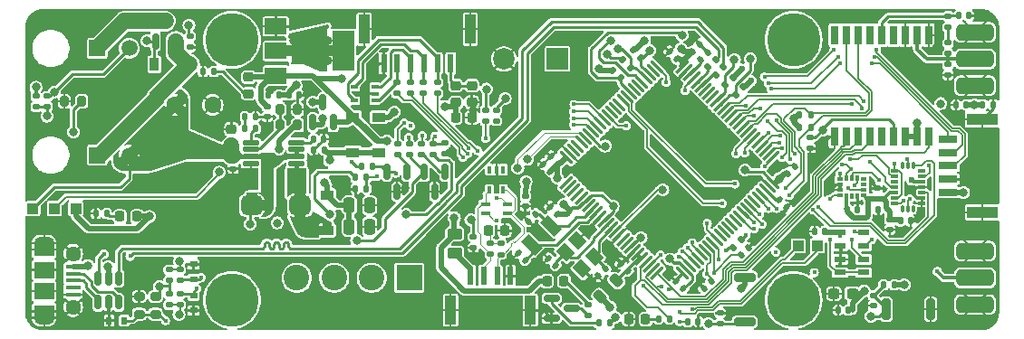
<source format=gbr>
%TF.GenerationSoftware,KiCad,Pcbnew,7.0.7*%
%TF.CreationDate,2023-12-13T19:44:56+11:00*%
%TF.ProjectId,Strelka_Flight_Computer,53747265-6c6b-4615-9f46-6c696768745f,2*%
%TF.SameCoordinates,Original*%
%TF.FileFunction,Copper,L1,Top*%
%TF.FilePolarity,Positive*%
%FSLAX46Y46*%
G04 Gerber Fmt 4.6, Leading zero omitted, Abs format (unit mm)*
G04 Created by KiCad (PCBNEW 7.0.7) date 2023-12-13 19:44:56*
%MOMM*%
%LPD*%
G01*
G04 APERTURE LIST*
G04 Aperture macros list*
%AMRoundRect*
0 Rectangle with rounded corners*
0 $1 Rounding radius*
0 $2 $3 $4 $5 $6 $7 $8 $9 X,Y pos of 4 corners*
0 Add a 4 corners polygon primitive as box body*
4,1,4,$2,$3,$4,$5,$6,$7,$8,$9,$2,$3,0*
0 Add four circle primitives for the rounded corners*
1,1,$1+$1,$2,$3*
1,1,$1+$1,$4,$5*
1,1,$1+$1,$6,$7*
1,1,$1+$1,$8,$9*
0 Add four rect primitives between the rounded corners*
20,1,$1+$1,$2,$3,$4,$5,0*
20,1,$1+$1,$4,$5,$6,$7,0*
20,1,$1+$1,$6,$7,$8,$9,0*
20,1,$1+$1,$8,$9,$2,$3,0*%
%AMRotRect*
0 Rectangle, with rotation*
0 The origin of the aperture is its center*
0 $1 length*
0 $2 width*
0 $3 Rotation angle, in degrees counterclockwise*
0 Add horizontal line*
21,1,$1,$2,0,0,$3*%
G04 Aperture macros list end*
%TA.AperFunction,SMDPad,CuDef*%
%ADD10RoundRect,0.005000X-0.332500X-0.120000X0.332500X-0.120000X0.332500X0.120000X-0.332500X0.120000X0*%
%TD*%
%TA.AperFunction,SMDPad,CuDef*%
%ADD11RoundRect,0.005000X0.120000X-0.270000X0.120000X0.270000X-0.120000X0.270000X-0.120000X-0.270000X0*%
%TD*%
%TA.AperFunction,ComponentPad*%
%ADD12C,5.000000*%
%TD*%
%TA.AperFunction,SMDPad,CuDef*%
%ADD13RoundRect,0.135000X-0.226274X-0.035355X-0.035355X-0.226274X0.226274X0.035355X0.035355X0.226274X0*%
%TD*%
%TA.AperFunction,SMDPad,CuDef*%
%ADD14R,0.700000X1.800000*%
%TD*%
%TA.AperFunction,SMDPad,CuDef*%
%ADD15R,0.800000X1.800000*%
%TD*%
%TA.AperFunction,SMDPad,CuDef*%
%ADD16R,1.092200X0.609600*%
%TD*%
%TA.AperFunction,SMDPad,CuDef*%
%ADD17RoundRect,0.135000X-0.185000X0.135000X-0.185000X-0.135000X0.185000X-0.135000X0.185000X0.135000X0*%
%TD*%
%TA.AperFunction,SMDPad,CuDef*%
%ADD18RoundRect,0.135000X0.185000X-0.135000X0.185000X0.135000X-0.185000X0.135000X-0.185000X-0.135000X0*%
%TD*%
%TA.AperFunction,SMDPad,CuDef*%
%ADD19RoundRect,0.225000X-0.225000X-0.250000X0.225000X-0.250000X0.225000X0.250000X-0.225000X0.250000X0*%
%TD*%
%TA.AperFunction,SMDPad,CuDef*%
%ADD20R,0.600000X1.700000*%
%TD*%
%TA.AperFunction,SMDPad,CuDef*%
%ADD21R,1.000000X2.700000*%
%TD*%
%TA.AperFunction,SMDPad,CuDef*%
%ADD22RoundRect,0.200000X0.200000X0.800000X-0.200000X0.800000X-0.200000X-0.800000X0.200000X-0.800000X0*%
%TD*%
%TA.AperFunction,SMDPad,CuDef*%
%ADD23RoundRect,0.135000X-0.135000X-0.185000X0.135000X-0.185000X0.135000X0.185000X-0.135000X0.185000X0*%
%TD*%
%TA.AperFunction,SMDPad,CuDef*%
%ADD24R,1.200000X0.900000*%
%TD*%
%TA.AperFunction,SMDPad,CuDef*%
%ADD25RoundRect,0.140000X-0.170000X0.140000X-0.170000X-0.140000X0.170000X-0.140000X0.170000X0.140000X0*%
%TD*%
%TA.AperFunction,SMDPad,CuDef*%
%ADD26RoundRect,0.200000X-0.200000X-0.275000X0.200000X-0.275000X0.200000X0.275000X-0.200000X0.275000X0*%
%TD*%
%TA.AperFunction,SMDPad,CuDef*%
%ADD27RotRect,1.400000X1.150000X315.000000*%
%TD*%
%TA.AperFunction,SMDPad,CuDef*%
%ADD28RoundRect,0.225000X0.250000X-0.225000X0.250000X0.225000X-0.250000X0.225000X-0.250000X-0.225000X0*%
%TD*%
%TA.AperFunction,SMDPad,CuDef*%
%ADD29RoundRect,0.140000X0.021213X-0.219203X0.219203X-0.021213X-0.021213X0.219203X-0.219203X0.021213X0*%
%TD*%
%TA.AperFunction,SMDPad,CuDef*%
%ADD30RoundRect,0.135000X-0.035355X0.226274X-0.226274X0.035355X0.035355X-0.226274X0.226274X-0.035355X0*%
%TD*%
%TA.AperFunction,SMDPad,CuDef*%
%ADD31RoundRect,0.200000X-0.275000X0.200000X-0.275000X-0.200000X0.275000X-0.200000X0.275000X0.200000X0*%
%TD*%
%TA.AperFunction,SMDPad,CuDef*%
%ADD32RoundRect,0.140000X0.140000X0.170000X-0.140000X0.170000X-0.140000X-0.170000X0.140000X-0.170000X0*%
%TD*%
%TA.AperFunction,SMDPad,CuDef*%
%ADD33RoundRect,0.250000X-0.250000X-0.475000X0.250000X-0.475000X0.250000X0.475000X-0.250000X0.475000X0*%
%TD*%
%TA.AperFunction,SMDPad,CuDef*%
%ADD34RoundRect,0.140000X0.219203X0.021213X0.021213X0.219203X-0.219203X-0.021213X-0.021213X-0.219203X0*%
%TD*%
%TA.AperFunction,SMDPad,CuDef*%
%ADD35RoundRect,0.250000X-0.450000X0.262500X-0.450000X-0.262500X0.450000X-0.262500X0.450000X0.262500X0*%
%TD*%
%TA.AperFunction,ComponentPad*%
%ADD36R,1.520000X1.520000*%
%TD*%
%TA.AperFunction,ComponentPad*%
%ADD37C,1.520000*%
%TD*%
%TA.AperFunction,SMDPad,CuDef*%
%ADD38RoundRect,0.147500X0.172500X-0.147500X0.172500X0.147500X-0.172500X0.147500X-0.172500X-0.147500X0*%
%TD*%
%TA.AperFunction,SMDPad,CuDef*%
%ADD39RoundRect,0.200000X0.200000X0.275000X-0.200000X0.275000X-0.200000X-0.275000X0.200000X-0.275000X0*%
%TD*%
%TA.AperFunction,SMDPad,CuDef*%
%ADD40RoundRect,0.135000X0.135000X0.185000X-0.135000X0.185000X-0.135000X-0.185000X0.135000X-0.185000X0*%
%TD*%
%TA.AperFunction,ComponentPad*%
%ADD41R,2.000000X2.000000*%
%TD*%
%TA.AperFunction,ComponentPad*%
%ADD42C,2.000000*%
%TD*%
%TA.AperFunction,SMDPad,CuDef*%
%ADD43R,1.000000X1.000000*%
%TD*%
%TA.AperFunction,SMDPad,CuDef*%
%ADD44RoundRect,0.140000X-0.140000X-0.170000X0.140000X-0.170000X0.140000X0.170000X-0.140000X0.170000X0*%
%TD*%
%TA.AperFunction,SMDPad,CuDef*%
%ADD45RoundRect,0.218750X0.218750X0.256250X-0.218750X0.256250X-0.218750X-0.256250X0.218750X-0.256250X0*%
%TD*%
%TA.AperFunction,SMDPad,CuDef*%
%ADD46RoundRect,0.150000X-0.150000X0.587500X-0.150000X-0.587500X0.150000X-0.587500X0.150000X0.587500X0*%
%TD*%
%TA.AperFunction,SMDPad,CuDef*%
%ADD47R,0.863600X0.457200*%
%TD*%
%TA.AperFunction,SMDPad,CuDef*%
%ADD48RoundRect,0.135000X0.035355X-0.226274X0.226274X-0.035355X-0.035355X0.226274X-0.226274X0.035355X0*%
%TD*%
%TA.AperFunction,SMDPad,CuDef*%
%ADD49RoundRect,0.140000X-0.021213X0.219203X-0.219203X0.021213X0.021213X-0.219203X0.219203X-0.021213X0*%
%TD*%
%TA.AperFunction,SMDPad,CuDef*%
%ADD50RoundRect,0.218750X0.114905X-0.424264X0.424264X-0.114905X-0.114905X0.424264X-0.424264X0.114905X0*%
%TD*%
%TA.AperFunction,SMDPad,CuDef*%
%ADD51RoundRect,0.237500X0.300000X0.237500X-0.300000X0.237500X-0.300000X-0.237500X0.300000X-0.237500X0*%
%TD*%
%TA.AperFunction,SMDPad,CuDef*%
%ADD52RoundRect,0.150000X-0.587500X-0.150000X0.587500X-0.150000X0.587500X0.150000X-0.587500X0.150000X0*%
%TD*%
%TA.AperFunction,ComponentPad*%
%ADD53C,1.600000*%
%TD*%
%TA.AperFunction,SMDPad,CuDef*%
%ADD54RoundRect,0.140000X0.170000X-0.140000X0.170000X0.140000X-0.170000X0.140000X-0.170000X-0.140000X0*%
%TD*%
%TA.AperFunction,SMDPad,CuDef*%
%ADD55R,0.650000X0.400000*%
%TD*%
%TA.AperFunction,SMDPad,CuDef*%
%ADD56R,1.803400X0.660400*%
%TD*%
%TA.AperFunction,SMDPad,CuDef*%
%ADD57R,2.879999X1.092200*%
%TD*%
%TA.AperFunction,SMDPad,CuDef*%
%ADD58R,0.400000X0.650000*%
%TD*%
%TA.AperFunction,SMDPad,CuDef*%
%ADD59R,0.533400X0.304800*%
%TD*%
%TA.AperFunction,SMDPad,CuDef*%
%ADD60R,0.304800X0.533400*%
%TD*%
%TA.AperFunction,SMDPad,CuDef*%
%ADD61RoundRect,0.218750X0.256250X-0.218750X0.256250X0.218750X-0.256250X0.218750X-0.256250X-0.218750X0*%
%TD*%
%TA.AperFunction,SMDPad,CuDef*%
%ADD62RoundRect,0.225000X0.225000X0.250000X-0.225000X0.250000X-0.225000X-0.250000X0.225000X-0.250000X0*%
%TD*%
%TA.AperFunction,SMDPad,CuDef*%
%ADD63R,0.900000X1.200000*%
%TD*%
%TA.AperFunction,SMDPad,CuDef*%
%ADD64RoundRect,0.218750X-0.218750X-0.256250X0.218750X-0.256250X0.218750X0.256250X-0.218750X0.256250X0*%
%TD*%
%TA.AperFunction,SMDPad,CuDef*%
%ADD65R,2.000000X1.500000*%
%TD*%
%TA.AperFunction,SMDPad,CuDef*%
%ADD66R,2.000000X3.800000*%
%TD*%
%TA.AperFunction,SMDPad,CuDef*%
%ADD67RoundRect,0.028800X-0.706200X-0.211200X0.706200X-0.211200X0.706200X0.211200X-0.706200X0.211200X0*%
%TD*%
%TA.AperFunction,SMDPad,CuDef*%
%ADD68R,0.700000X0.600000*%
%TD*%
%TA.AperFunction,SMDPad,CuDef*%
%ADD69R,1.350000X0.400000*%
%TD*%
%TA.AperFunction,ComponentPad*%
%ADD70O,1.900000X1.200000*%
%TD*%
%TA.AperFunction,SMDPad,CuDef*%
%ADD71R,1.900000X1.200000*%
%TD*%
%TA.AperFunction,ComponentPad*%
%ADD72C,1.450000*%
%TD*%
%TA.AperFunction,SMDPad,CuDef*%
%ADD73R,1.900000X1.500000*%
%TD*%
%TA.AperFunction,SMDPad,CuDef*%
%ADD74RoundRect,0.075000X-0.459619X-0.565685X0.565685X0.459619X0.459619X0.565685X-0.565685X-0.459619X0*%
%TD*%
%TA.AperFunction,SMDPad,CuDef*%
%ADD75RoundRect,0.075000X0.459619X-0.565685X0.565685X-0.459619X-0.459619X0.565685X-0.565685X0.459619X0*%
%TD*%
%TA.AperFunction,SMDPad,CuDef*%
%ADD76RoundRect,0.140000X-0.219203X-0.021213X-0.021213X-0.219203X0.219203X0.021213X0.021213X0.219203X0*%
%TD*%
%TA.AperFunction,SMDPad,CuDef*%
%ADD77RoundRect,0.200000X0.800000X-0.200000X0.800000X0.200000X-0.800000X0.200000X-0.800000X-0.200000X0*%
%TD*%
%TA.AperFunction,SMDPad,CuDef*%
%ADD78RoundRect,0.150000X0.150000X-0.587500X0.150000X0.587500X-0.150000X0.587500X-0.150000X-0.587500X0*%
%TD*%
%TA.AperFunction,SMDPad,CuDef*%
%ADD79R,0.600000X0.700000*%
%TD*%
%TA.AperFunction,SMDPad,CuDef*%
%ADD80RoundRect,0.150000X0.150000X-0.512500X0.150000X0.512500X-0.150000X0.512500X-0.150000X-0.512500X0*%
%TD*%
%TA.AperFunction,SMDPad,CuDef*%
%ADD81RotRect,1.000000X1.800000X45.000000*%
%TD*%
%TA.AperFunction,SMDPad,CuDef*%
%ADD82RoundRect,0.218750X-0.256250X0.218750X-0.256250X-0.218750X0.256250X-0.218750X0.256250X0.218750X0*%
%TD*%
%TA.AperFunction,SMDPad,CuDef*%
%ADD83RoundRect,0.200000X0.275000X-0.200000X0.275000X0.200000X-0.275000X0.200000X-0.275000X-0.200000X0*%
%TD*%
%TA.AperFunction,SMDPad,CuDef*%
%ADD84RoundRect,0.450000X-0.550000X-0.450000X0.550000X-0.450000X0.550000X0.450000X-0.550000X0.450000X0*%
%TD*%
%TA.AperFunction,SMDPad,CuDef*%
%ADD85RoundRect,0.381000X1.369000X0.381000X-1.369000X0.381000X-1.369000X-0.381000X1.369000X-0.381000X0*%
%TD*%
%TA.AperFunction,ComponentPad*%
%ADD86R,2.400000X2.400000*%
%TD*%
%TA.AperFunction,ComponentPad*%
%ADD87C,2.400000*%
%TD*%
%TA.AperFunction,ViaPad*%
%ADD88C,0.450000*%
%TD*%
%TA.AperFunction,ViaPad*%
%ADD89C,0.800000*%
%TD*%
%TA.AperFunction,ViaPad*%
%ADD90C,0.600000*%
%TD*%
%TA.AperFunction,Conductor*%
%ADD91C,0.500000*%
%TD*%
%TA.AperFunction,Conductor*%
%ADD92C,0.150000*%
%TD*%
%TA.AperFunction,Conductor*%
%ADD93C,0.349300*%
%TD*%
%TA.AperFunction,Conductor*%
%ADD94C,0.250000*%
%TD*%
%TA.AperFunction,Conductor*%
%ADD95C,0.200000*%
%TD*%
%TA.AperFunction,Conductor*%
%ADD96C,1.500000*%
%TD*%
%TA.AperFunction,Conductor*%
%ADD97C,0.300000*%
%TD*%
%TA.AperFunction,Conductor*%
%ADD98C,0.267200*%
%TD*%
%TA.AperFunction,Conductor*%
%ADD99C,0.116800*%
%TD*%
G04 APERTURE END LIST*
D10*
%TO.P,U11,1,INT2*%
%TO.N,/Sensors/INT_2_ACCEL*%
X182025000Y-63500000D03*
%TO.P,U11,2,DRDYM*%
%TO.N,/STM32H743/EXTI7*%
X182025000Y-64000000D03*
%TO.P,U11,3,VDD*%
%TO.N,+3.3V*%
X182025000Y-64500000D03*
%TO.P,U11,4,GNDA*%
%TO.N,GND*%
X182025000Y-65000000D03*
%TO.P,U11,5,CSB2*%
%TO.N,/STM32H743/SPI2_NSS2*%
X182025000Y-65500000D03*
%TO.P,U11,6,GNDIO*%
%TO.N,GND*%
X182025000Y-66000000D03*
%TO.P,U11,7,PS*%
X182025000Y-66500000D03*
D11*
%TO.P,U11,8*%
%TO.N,N/C*%
X181262500Y-67050000D03*
%TO.P,U11,9,SCX*%
%TO.N,/915MHz_Radio/SPI_CLK*%
X180762500Y-67050000D03*
%TO.P,U11,10,INT5*%
%TO.N,/Sensors/INT_1_MAG*%
X180262500Y-67050000D03*
D10*
%TO.P,U11,11,SDX*%
%TO.N,/915MHz_Radio/SPI_MOSI*%
X179500000Y-66500000D03*
%TO.P,U11,12,SDO2*%
%TO.N,/915MHz_Radio/SPI_MISO*%
X179500000Y-66000000D03*
%TO.P,U11,13,VDDIO*%
%TO.N,+3.3V*%
X179500000Y-65500000D03*
%TO.P,U11,14,INT3*%
%TO.N,/STM32H743/EXTI6*%
X179500000Y-65000000D03*
%TO.P,U11,15,INT4*%
%TO.N,/Sensors/INT_2_GYRO*%
X179500000Y-64500000D03*
%TO.P,U11,16,CSB1*%
%TO.N,/STM32H743/SPI2_NSS1*%
X179500000Y-64000000D03*
%TO.P,U11,17,SDO1*%
%TO.N,/915MHz_Radio/SPI_MISO*%
X179500000Y-63500000D03*
D11*
%TO.P,U11,18*%
%TO.N,N/C*%
X180262500Y-62950000D03*
%TO.P,U11,19,INT1*%
%TO.N,/STM32H743/EXTI15*%
X180762500Y-62950000D03*
%TO.P,U11,20,CSB3*%
%TO.N,/STM32H743/SPI2_NSS3*%
X181262500Y-62950000D03*
%TD*%
D12*
%TO.P,H1,1*%
%TO.N,N/C*%
X170059602Y-75565795D03*
%TD*%
D13*
%TO.P,R20,1*%
%TO.N,+3.3V*%
X154128752Y-53078752D03*
%TO.P,R20,2*%
%TO.N,/Data_Logging/SD3*%
X154850000Y-53800000D03*
%TD*%
D14*
%TO.P,IC2,1,GND_1*%
%TO.N,GND*%
X173900000Y-60250000D03*
D15*
%TO.P,IC2,2,TXD*%
%TO.N,/STM32H743/USART2_RX*%
X175000000Y-60250000D03*
%TO.P,IC2,3,RXD*%
%TO.N,/STM32H743/USART2_TX*%
X176100000Y-60250000D03*
%TO.P,IC2,4,TIMEPULSE*%
%TO.N,/Sensors/MAX-M10S-00B/PPS*%
X177200000Y-60250000D03*
%TO.P,IC2,5,EXTINT*%
%TO.N,/Sensors/MAX-M10S-00B/EXTINT*%
X178300000Y-60250000D03*
%TO.P,IC2,6,V_BCKP*%
%TO.N,/Sensors/MAX-M10S-00B/V_BKCP*%
X179400000Y-60250000D03*
%TO.P,IC2,7,V_IO*%
%TO.N,+3.3V*%
X180500000Y-60250000D03*
%TO.P,IC2,8,VCC*%
X181600000Y-60250000D03*
D14*
%TO.P,IC2,9,RESET_N*%
%TO.N,/STM32H743/GPS_RST*%
X182700000Y-60250000D03*
%TO.P,IC2,10,GND_2*%
%TO.N,GND*%
X182700000Y-50750000D03*
D15*
%TO.P,IC2,11,RF_IN*%
%TO.N,/Sensors/MAX-M10S-00B/RF_IN*%
X181600000Y-50750000D03*
%TO.P,IC2,12,GND_3*%
%TO.N,GND*%
X180500000Y-50750000D03*
%TO.P,IC2,13,LNA_EN*%
%TO.N,unconnected-(IC2-LNA_EN-Pad13)*%
X179400000Y-50750000D03*
%TO.P,IC2,14,VCC_RF*%
%TO.N,/Sensors/MAX-M10S-00B/VCC_RF*%
X178300000Y-50750000D03*
%TO.P,IC2,15,RESERVED*%
%TO.N,unconnected-(IC2-RESERVED-Pad15)*%
X177200000Y-50750000D03*
%TO.P,IC2,16,SDA*%
%TO.N,/STM32H743/I2C2_SDA*%
X176100000Y-50750000D03*
%TO.P,IC2,17,SCL*%
%TO.N,/STM32H743/I2C2_SCL*%
X175000000Y-50750000D03*
D14*
%TO.P,IC2,18,SAFEBOOT_N*%
%TO.N,unconnected-(IC2-SAFEBOOT_N-Pad18)*%
X173900000Y-50750000D03*
%TD*%
D16*
%TO.P,U12,1,VDD*%
%TO.N,+3.3V*%
X174400000Y-69250000D03*
%TO.P,U12,2,PS*%
%TO.N,GND*%
X174400000Y-70500000D03*
%TO.P,U12,3,GND*%
X174400000Y-71750000D03*
%TO.P,U12,4,CSB*%
%TO.N,/STM32H743/SPI4_NSS*%
X174400000Y-73000000D03*
%TO.P,U12,5,CSB*%
X176600000Y-73000000D03*
%TO.P,U12,6,SDO*%
%TO.N,/STM32H743/SPI4_MISO*%
X176600000Y-71750000D03*
%TO.P,U12,7,SDI/SDA*%
%TO.N,/STM32H743/SPI4_MOSI*%
X176600000Y-70500000D03*
%TO.P,U12,8,SCLK*%
%TO.N,/STM32H743/SPI4_SCK*%
X176600000Y-69250000D03*
%TD*%
D17*
%TO.P,R81,1*%
%TO.N,Net-(Q16-D)*%
X141300000Y-57780000D03*
%TO.P,R81,2*%
%TO.N,+5V*%
X141300000Y-58800000D03*
%TD*%
D18*
%TO.P,R13,1*%
%TO.N,/Data_Interfaces/CAN_+*%
X141750000Y-71300000D03*
%TO.P,R13,2*%
%TO.N,/Data_Interfaces/tap*%
X141750000Y-70280000D03*
%TD*%
%TO.P,R4,1*%
%TO.N,Net-(Q11-C)*%
X134150000Y-61985000D03*
%TO.P,R4,2*%
%TO.N,VDC*%
X134150000Y-60965000D03*
%TD*%
D19*
%TO.P,C15,1*%
%TO.N,/Data_Interfaces/tap*%
X141525000Y-69050000D03*
%TO.P,C15,2*%
%TO.N,GND*%
X143075000Y-69050000D03*
%TD*%
D20*
%TO.P,J2,1,Pin_1*%
%TO.N,/Data_Interfaces/V_CAN*%
X139875000Y-73325000D03*
%TO.P,J2,2,Pin_2*%
%TO.N,/Data_Interfaces/CAN_+*%
X141125000Y-73325000D03*
%TO.P,J2,3,Pin_3*%
%TO.N,/Data_Interfaces/CAN_-*%
X142375000Y-73325000D03*
%TO.P,J2,4,Pin_4*%
%TO.N,GND*%
X143625000Y-73325000D03*
D21*
%TO.P,J2,5,Pin_5*%
X145475000Y-76525000D03*
%TO.P,J2,6,Pin_6*%
X138025000Y-76525000D03*
%TD*%
D22*
%TO.P,SW7,1,1*%
%TO.N,GND*%
X182900000Y-76425000D03*
%TO.P,SW7,2,2*%
%TO.N,/STM32H743/NRST*%
X178700000Y-76425000D03*
%TD*%
D23*
%TO.P,R74,1*%
%TO.N,Net-(Q15-G)*%
X151865000Y-77725000D03*
%TO.P,R74,2*%
%TO.N,/STM32H743/INDICATOR_LED*%
X152885000Y-77725000D03*
%TD*%
D24*
%TO.P,D14,1,K*%
%TO.N,+5VA*%
X126500000Y-65750000D03*
%TO.P,D14,2,A*%
%TO.N,Net-(D14-A)*%
X126500000Y-69050000D03*
%TD*%
D25*
%TO.P,C38,1*%
%TO.N,/Sensors/MAX-M10S-00B/V_BKCP*%
X171631582Y-60380000D03*
%TO.P,C38,2*%
%TO.N,GND*%
X171631582Y-61340000D03*
%TD*%
D26*
%TO.P,R62,1*%
%TO.N,Net-(U16-FB)*%
X122075000Y-59200000D03*
%TO.P,R62,2*%
%TO.N,+5VA*%
X123725000Y-59200000D03*
%TD*%
D18*
%TO.P,R17,1*%
%TO.N,VDC*%
X111725000Y-73760000D03*
%TO.P,R17,2*%
%TO.N,/Actuators/M+*%
X111725000Y-72740000D03*
%TD*%
D27*
%TO.P,Y6,1,1*%
%TO.N,/STM32H743/OSC_IN*%
X148756497Y-71087868D03*
%TO.P,Y6,2,2*%
%TO.N,GND*%
X150312132Y-72643503D03*
%TO.P,Y6,3,3*%
%TO.N,/STM32H743/OSC_OUT*%
X151443503Y-71512132D03*
%TO.P,Y6,4,4*%
%TO.N,GND*%
X149887868Y-69956497D03*
%TD*%
D28*
%TO.P,C46,1*%
%TO.N,VDC*%
X117550000Y-61125000D03*
%TO.P,C46,2*%
%TO.N,GND*%
X117550000Y-59575000D03*
%TD*%
D23*
%TO.P,R61,1*%
%TO.N,Net-(C51-Pad1)*%
X118790000Y-59500000D03*
%TO.P,R61,2*%
%TO.N,Net-(U16-COMP)*%
X119810000Y-59500000D03*
%TD*%
D29*
%TO.P,C68,1*%
%TO.N,Net-(C68-Pad1)*%
X161410589Y-53039411D03*
%TO.P,C68,2*%
%TO.N,GND*%
X162089411Y-52360589D03*
%TD*%
D30*
%TO.P,R25,1*%
%TO.N,+3.3V*%
X165360624Y-55639376D03*
%TO.P,R25,2*%
%TO.N,/Data_Logging/SD0*%
X164639376Y-56360624D03*
%TD*%
D31*
%TO.P,R60,1*%
%TO.N,GND*%
X108925000Y-75250000D03*
%TO.P,R60,2*%
%TO.N,/Power/BATT_VOLT*%
X108925000Y-76900000D03*
%TD*%
D32*
%TO.P,C10,1*%
%TO.N,+3.3V*%
X175180000Y-76525000D03*
%TO.P,C10,2*%
%TO.N,GND*%
X174220000Y-76525000D03*
%TD*%
D33*
%TO.P,C55,1*%
%TO.N,+5VA*%
X128550000Y-66700000D03*
%TO.P,C55,2*%
%TO.N,GND*%
X130450000Y-66700000D03*
%TD*%
D34*
%TO.P,C60,1*%
%TO.N,+3.3V*%
X147339411Y-63534411D03*
%TO.P,C60,2*%
%TO.N,GND*%
X146660589Y-62855589D03*
%TD*%
D35*
%TO.P,F1,1*%
%TO.N,+5V*%
X138400000Y-69362500D03*
%TO.P,F1,2*%
%TO.N,/Data_Interfaces/V_CAN*%
X138400000Y-71187500D03*
%TD*%
D36*
%TO.P,J7,1,Pin_1*%
%TO.N,+BATT*%
X105000000Y-52000000D03*
D37*
%TO.P,J7,2,Pin_2*%
%TO.N,-BATT*%
X108000000Y-52000000D03*
%TD*%
D23*
%TO.P,R77,1*%
%TO.N,GND*%
X104865000Y-67475000D03*
%TO.P,R77,2*%
%TO.N,Net-(D19-K)*%
X105885000Y-67475000D03*
%TD*%
D17*
%TO.P,R21,1*%
%TO.N,Net-(D6-K-Pad1)*%
X133000000Y-55190000D03*
%TO.P,R21,2*%
%TO.N,/Actuators/EXT_SPI_CS*%
X133000000Y-56210000D03*
%TD*%
D20*
%TO.P,J4,1,1*%
%TO.N,Net-(C27-Pad2)*%
X138032102Y-53408095D03*
%TO.P,J4,2,2*%
%TO.N,Net-(D6-K-Pad5)*%
X136782102Y-53408095D03*
%TO.P,J4,3,3*%
%TO.N,Net-(D6-K-Pad4)*%
X135532102Y-53408095D03*
%TO.P,J4,4,4*%
%TO.N,Net-(D6-K-Pad3)*%
X134282102Y-53408095D03*
%TO.P,J4,5,5*%
%TO.N,Net-(D6-K-Pad1)*%
X133032102Y-53408095D03*
%TO.P,J4,6,6*%
%TO.N,GND*%
X131782102Y-53408095D03*
D21*
%TO.P,J4,S1,SHIELD*%
X139882102Y-50208095D03*
%TO.P,J4,S2,SHIELD*%
X129932102Y-50208095D03*
%TD*%
D25*
%TO.P,C1,1*%
%TO.N,+5V*%
X145000000Y-65820000D03*
%TO.P,C1,2*%
%TO.N,GND*%
X145000000Y-66780000D03*
%TD*%
D12*
%TO.P,H3,1*%
%TO.N,N/C*%
X117609602Y-75565795D03*
%TD*%
D38*
%TO.P,D10,1,A1*%
%TO.N,GND*%
X184500000Y-54485000D03*
%TO.P,D10,2,A2*%
%TO.N,/Sensors/MAX-M10S-00B/RF_IN*%
X184500000Y-53515000D03*
%TD*%
D30*
%TO.P,R24,1*%
%TO.N,+3.3V*%
X164410624Y-54739376D03*
%TO.P,R24,2*%
%TO.N,/Data_Logging/SD1*%
X163689376Y-55460624D03*
%TD*%
D39*
%TO.P,R63,1*%
%TO.N,GND*%
X123725000Y-57700000D03*
%TO.P,R63,2*%
%TO.N,Net-(U16-FB)*%
X122075000Y-57700000D03*
%TD*%
D40*
%TO.P,R2,1*%
%TO.N,Net-(Q4-G)*%
X130745000Y-63075000D03*
%TO.P,R2,2*%
%TO.N,VDC*%
X129725000Y-63075000D03*
%TD*%
D41*
%TO.P,BZ3,1,-*%
%TO.N,Net-(BZ3--)*%
X148000000Y-53000000D03*
D42*
%TO.P,BZ3,2,+*%
%TO.N,GND*%
X143000000Y-53000000D03*
%TD*%
D43*
%TO.P,TP10,1,1*%
%TO.N,/STM32H743/USART2_TX*%
X172275000Y-70500000D03*
%TD*%
D44*
%TO.P,C3,1*%
%TO.N,+3.3V*%
X175090000Y-67100000D03*
%TO.P,C3,2*%
%TO.N,GND*%
X176050000Y-67100000D03*
%TD*%
D45*
%TO.P,D18,1,K*%
%TO.N,Net-(D18-K)*%
X148600000Y-73775000D03*
%TO.P,D18,2,A*%
%TO.N,+5V*%
X147025000Y-73775000D03*
%TD*%
D46*
%TO.P,Q11,1,B*%
%TO.N,Net-(Q11-B)*%
X137475000Y-63550000D03*
%TO.P,Q11,2,C*%
%TO.N,Net-(Q11-C)*%
X135575000Y-63550000D03*
%TO.P,Q11,3,E*%
%TO.N,GND*%
X136525000Y-65425000D03*
%TD*%
D33*
%TO.P,C14,1*%
%TO.N,+5VA*%
X128550000Y-68700000D03*
%TO.P,C14,2*%
%TO.N,GND*%
X130450000Y-68700000D03*
%TD*%
D34*
%TO.P,C64,1*%
%TO.N,/STM32H743/OSC_IN*%
X147839411Y-72339411D03*
%TO.P,C64,2*%
%TO.N,GND*%
X147160589Y-71660589D03*
%TD*%
%TO.P,C61,1*%
%TO.N,+3.3V*%
X148000000Y-67500000D03*
%TO.P,C61,2*%
%TO.N,GND*%
X147321178Y-66821178D03*
%TD*%
D32*
%TO.P,C39,1*%
%TO.N,+3.3V*%
X186210000Y-57300000D03*
%TO.P,C39,2*%
%TO.N,GND*%
X185250000Y-57300000D03*
%TD*%
D47*
%TO.P,FL1,1,1*%
%TO.N,/Data_Interfaces/CAN_-*%
X143328700Y-67450000D03*
%TO.P,FL1,2,2*%
%TO.N,/Data_Interfaces/CANL*%
X141271300Y-67450000D03*
%TO.P,FL1,3,3*%
%TO.N,/Data_Interfaces/CAN_+*%
X141271300Y-66600000D03*
%TO.P,FL1,4,4*%
%TO.N,/Data_Interfaces/CANH*%
X143328700Y-66600000D03*
%TD*%
D25*
%TO.P,C47,1*%
%TO.N,VDC*%
X117700000Y-62320000D03*
%TO.P,C47,2*%
%TO.N,GND*%
X117700000Y-63280000D03*
%TD*%
D29*
%TO.P,C12,1*%
%TO.N,/Actuators/DROGUE_CONT*%
X165165589Y-71364411D03*
%TO.P,C12,2*%
%TO.N,GND*%
X165844411Y-70685589D03*
%TD*%
D17*
%TO.P,R51,1*%
%TO.N,/Actuators/MAIN_L*%
X136425000Y-60965000D03*
%TO.P,R51,2*%
%TO.N,Net-(Q10-G)*%
X136425000Y-61985000D03*
%TD*%
D48*
%TO.P,R84,1*%
%TO.N,/STM32H743/D-*%
X162779376Y-54460624D03*
%TO.P,R84,2*%
%TO.N,/Data_Interfaces/USB_D-*%
X163500624Y-53739376D03*
%TD*%
D34*
%TO.P,C54,1*%
%TO.N,+3.3V*%
X159139411Y-52969411D03*
%TO.P,C54,2*%
%TO.N,GND*%
X158460589Y-52290589D03*
%TD*%
D43*
%TO.P,TP3,1,1*%
%TO.N,+5VA*%
X101000000Y-67000000D03*
%TD*%
D49*
%TO.P,C65,1*%
%TO.N,/STM32H743/OSC_OUT*%
X152500000Y-72660589D03*
%TO.P,C65,2*%
%TO.N,GND*%
X151821178Y-73339411D03*
%TD*%
D50*
%TO.P,L4,1*%
%TO.N,+3.3V*%
X151998699Y-75251301D03*
%TO.P,L4,2*%
%TO.N,/STM32H743/VDDA*%
X153501301Y-73748699D03*
%TD*%
D51*
%TO.P,C11,1*%
%TO.N,+3.3V*%
X175562500Y-74975000D03*
%TO.P,C11,2*%
%TO.N,GND*%
X173837500Y-74975000D03*
%TD*%
D52*
%TO.P,Q15,1,G*%
%TO.N,Net-(Q15-G)*%
X147450000Y-75400000D03*
%TO.P,Q15,2,S*%
%TO.N,GND*%
X147450000Y-77300000D03*
%TO.P,Q15,3,D*%
%TO.N,Net-(Q15-D)*%
X149325000Y-76350000D03*
%TD*%
D53*
%TO.P,C41,1*%
%TO.N,VDC*%
X112300000Y-57300000D03*
%TO.P,C41,2*%
%TO.N,GND*%
X115800000Y-57300000D03*
%TD*%
D54*
%TO.P,C6,1*%
%TO.N,Net-(U2-VDD)*%
X100351582Y-57450000D03*
%TO.P,C6,2*%
%TO.N,-BATT*%
X100351582Y-56490000D03*
%TD*%
D32*
%TO.P,C30,1*%
%TO.N,+3.3V*%
X173010000Y-69125000D03*
%TO.P,C30,2*%
%TO.N,GND*%
X172050000Y-69125000D03*
%TD*%
D17*
%TO.P,R10,1*%
%TO.N,/Actuators/DROGUE_H*%
X133050000Y-60965000D03*
%TO.P,R10,2*%
%TO.N,Net-(Q6-B)*%
X133050000Y-61985000D03*
%TD*%
D29*
%TO.P,C50,1*%
%TO.N,+3.3V*%
X169485589Y-63739411D03*
%TO.P,C50,2*%
%TO.N,GND*%
X170164411Y-63060589D03*
%TD*%
D55*
%TO.P,D6,1,K*%
%TO.N,Net-(D6-K-Pad1)*%
X130950000Y-56900000D03*
%TO.P,D6,2,A*%
%TO.N,GND*%
X130950000Y-56250000D03*
%TO.P,D6,3,K*%
%TO.N,Net-(D6-K-Pad3)*%
X130950000Y-55600000D03*
%TO.P,D6,4,K*%
%TO.N,Net-(D6-K-Pad4)*%
X129050000Y-55600000D03*
%TO.P,D6,5,K*%
%TO.N,Net-(D6-K-Pad5)*%
X129050000Y-56900000D03*
%TD*%
D56*
%TO.P,J8,1,Pin_1*%
%TO.N,+3.3V*%
X184500000Y-65500000D03*
%TO.P,J8,2,Pin_2*%
%TO.N,GND*%
X184500000Y-64250000D03*
%TO.P,J8,3,Pin_3*%
%TO.N,/STM32H743/SWDIO*%
X184500000Y-63000000D03*
%TO.P,J8,4,Pin_4*%
%TO.N,/STM32H743/SWCLK*%
X184500000Y-61750000D03*
%TO.P,J8,5,Pin_5*%
%TO.N,/STM32H743/SWO*%
X184500000Y-60500000D03*
D57*
%TO.P,J8,6,Pin_6*%
%TO.N,GND*%
X187700001Y-67350001D03*
%TO.P,J8,7,Pin_7*%
X187700001Y-58649999D03*
%TD*%
D44*
%TO.P,C28,1*%
%TO.N,+3.3V*%
X180045000Y-68175000D03*
%TO.P,C28,2*%
%TO.N,GND*%
X181005000Y-68175000D03*
%TD*%
D13*
%TO.P,R35,1*%
%TO.N,+3.3V*%
X153189376Y-54039376D03*
%TO.P,R35,2*%
%TO.N,/Data_Logging/CMD*%
X153910624Y-54760624D03*
%TD*%
D34*
%TO.P,C66,1*%
%TO.N,/STM32H743/VDDA*%
X154589411Y-72839411D03*
%TO.P,C66,2*%
%TO.N,GND*%
X153910589Y-72160589D03*
%TD*%
D17*
%TO.P,R18,1*%
%TO.N,Net-(D6-K-Pad4)*%
X135500000Y-55190000D03*
%TO.P,R18,2*%
%TO.N,/Actuators/EXT_SPI_MOSI*%
X135500000Y-56210000D03*
%TD*%
%TO.P,R19,1*%
%TO.N,Net-(D6-K-Pad3)*%
X134300000Y-55190000D03*
%TO.P,R19,2*%
%TO.N,/Actuators/EXT_SPI_SCK*%
X134300000Y-56210000D03*
%TD*%
D58*
%TO.P,D7,1,K*%
%TO.N,unconnected-(D7-K-Pad1)*%
X142950000Y-63350000D03*
%TO.P,D7,2,A*%
%TO.N,GND*%
X142300000Y-63350000D03*
%TO.P,D7,3,K*%
%TO.N,unconnected-(D7-K-Pad3)*%
X141650000Y-63350000D03*
%TO.P,D7,4,K*%
%TO.N,/Data_Interfaces/CAN_+*%
X141650000Y-65250000D03*
%TO.P,D7,5,K*%
%TO.N,/Data_Interfaces/CAN_-*%
X142950000Y-65250000D03*
%TD*%
D18*
%TO.P,R6,1*%
%TO.N,GND*%
X137500000Y-61860000D03*
%TO.P,R6,2*%
%TO.N,/Actuators/MAIN_L*%
X137500000Y-60840000D03*
%TD*%
D43*
%TO.P,TP1,1,1*%
%TO.N,VDC*%
X99000000Y-67000000D03*
%TD*%
D24*
%TO.P,D4,1,K*%
%TO.N,VBUS*%
X131300000Y-61750000D03*
%TO.P,D4,2,A*%
%TO.N,+5VD*%
X131300000Y-58450000D03*
%TD*%
D12*
%TO.P,H2,1*%
%TO.N,N/C*%
X117609602Y-51210595D03*
%TD*%
%TO.P,H4,1*%
%TO.N,N/C*%
X170059602Y-51210595D03*
%TD*%
D34*
%TO.P,C53,1*%
%TO.N,+3.3V*%
X159789411Y-74494411D03*
%TO.P,C53,2*%
%TO.N,GND*%
X159110589Y-73815589D03*
%TD*%
D44*
%TO.P,C4,1*%
%TO.N,+3.3V*%
X177020000Y-67100000D03*
%TO.P,C4,2*%
%TO.N,GND*%
X177980000Y-67100000D03*
%TD*%
D18*
%TO.P,R76,1*%
%TO.N,Net-(Q15-D)*%
X150875000Y-77045000D03*
%TO.P,R76,2*%
%TO.N,Net-(D18-K)*%
X150875000Y-76025000D03*
%TD*%
D59*
%TO.P,U1,1,SDO/SA0*%
%TO.N,/915MHz_Radio/SPI_MISO*%
X174369700Y-64249811D03*
%TO.P,U1,2,MSDA*%
%TO.N,GND*%
X174369700Y-64749937D03*
%TO.P,U1,3,MSCL*%
X174369700Y-65250063D03*
%TO.P,U1,4,INT1*%
%TO.N,/STM32H743/EXTI13*%
X174369700Y-65750189D03*
D60*
%TO.P,U1,5,Vdd_IO*%
%TO.N,+3.3V*%
X174999874Y-65883300D03*
%TO.P,U1,6,NC*%
%TO.N,unconnected-(U1-NC-Pad6)*%
X175500000Y-65883300D03*
%TO.P,U1,7,GND*%
%TO.N,GND*%
X176000126Y-65883300D03*
D59*
%TO.P,U1,8,Vdd*%
%TO.N,+3.3V*%
X176630300Y-65750189D03*
%TO.P,U1,9,INT2*%
%TO.N,/STM32H743/EXTI14*%
X176630300Y-65250063D03*
%TO.P,U1,10,NC*%
%TO.N,unconnected-(U1-NC-Pad10)*%
X176630300Y-64749937D03*
%TO.P,U1,11,NC*%
%TO.N,unconnected-(U1-NC-Pad11)*%
X176630300Y-64249811D03*
D60*
%TO.P,U1,12,CS*%
%TO.N,/STM32H743/SPI2_NSS4*%
X176000126Y-64116700D03*
%TO.P,U1,13,SCL*%
%TO.N,/915MHz_Radio/SPI_CLK*%
X175500000Y-64116700D03*
%TO.P,U1,14,SDA*%
%TO.N,/915MHz_Radio/SPI_MOSI*%
X174999874Y-64116700D03*
%TD*%
D24*
%TO.P,D2,1,K*%
%TO.N,+5V*%
X128900000Y-58450000D03*
%TO.P,D2,2,A*%
%TO.N,VBUS*%
X128900000Y-61750000D03*
%TD*%
D61*
%TO.P,D20,1,K*%
%TO.N,Net-(D20-K)*%
X119140000Y-56260000D03*
%TO.P,D20,2,A*%
%TO.N,+5V*%
X119140000Y-54685000D03*
%TD*%
D62*
%TO.P,C26,1*%
%TO.N,GND*%
X140025000Y-58500000D03*
%TO.P,C26,2*%
%TO.N,+5VD*%
X138475000Y-58500000D03*
%TD*%
D63*
%TO.P,D1,1,K*%
%TO.N,/Power/SW_IN*%
X113650000Y-53500000D03*
%TO.P,D1,2,A*%
%TO.N,Net-(D1-A)*%
X110350000Y-53500000D03*
%TD*%
D64*
%TO.P,D19,1,K*%
%TO.N,Net-(D19-K)*%
X107137500Y-67750000D03*
%TO.P,D19,2,A*%
%TO.N,+3.3V*%
X108712500Y-67750000D03*
%TD*%
D65*
%TO.P,U3,1,GND*%
%TO.N,GND*%
X121700000Y-49950000D03*
%TO.P,U3,2,VO*%
%TO.N,+3.3V*%
X121700000Y-52250000D03*
D66*
X128000000Y-52250000D03*
D65*
%TO.P,U3,3,VI*%
%TO.N,+5V*%
X121700000Y-54550000D03*
%TD*%
D67*
%TO.P,U16,1,COMP*%
%TO.N,Net-(U16-COMP)*%
X119350000Y-60825000D03*
%TO.P,U16,2,FB*%
%TO.N,Net-(U16-FB)*%
X119350000Y-61475000D03*
%TO.P,U16,3,EN*%
%TO.N,VDC*%
X119350000Y-62125000D03*
%TO.P,U16,4,PGND*%
%TO.N,GND*%
X119350000Y-62775000D03*
%TO.P,U16,5,SW*%
%TO.N,Net-(D14-A)*%
X123650000Y-62775000D03*
%TO.P,U16,6,IN*%
%TO.N,VDC*%
X123650000Y-62125000D03*
%TO.P,U16,7,FREQ*%
X123650000Y-61475000D03*
%TO.P,U16,8,SS*%
%TO.N,Net-(U16-SS)*%
X123650000Y-60825000D03*
%TD*%
D17*
%TO.P,R80,1*%
%TO.N,Net-(Q16-G)*%
X142300000Y-57775000D03*
%TO.P,R80,2*%
%TO.N,/STM32H743/BUZZER*%
X142300000Y-58795000D03*
%TD*%
D23*
%TO.P,R78,1*%
%TO.N,GND*%
X114880000Y-54180000D03*
%TO.P,R78,2*%
%TO.N,Net-(D20-K)*%
X115900000Y-54180000D03*
%TD*%
D17*
%TO.P,R55,1*%
%TO.N,/Sensors/MAX-M10S-00B/VCC_RF*%
X184500000Y-48990000D03*
%TO.P,R55,2*%
%TO.N,Net-(FB3-Pad2)*%
X184500000Y-50010000D03*
%TD*%
D44*
%TO.P,C13,1*%
%TO.N,/Actuators/MAIN_CONT*%
X160195000Y-77600000D03*
%TO.P,C13,2*%
%TO.N,GND*%
X161155000Y-77600000D03*
%TD*%
D17*
%TO.P,R26,1*%
%TO.N,/Data_Interfaces/tap*%
X142750000Y-70290000D03*
%TO.P,R26,2*%
%TO.N,/Data_Interfaces/CAN_-*%
X142750000Y-71310000D03*
%TD*%
D25*
%TO.P,C5,1*%
%TO.N,+5V*%
X120875000Y-57445000D03*
%TO.P,C5,2*%
%TO.N,GND*%
X120875000Y-58405000D03*
%TD*%
D17*
%TO.P,R7,1*%
%TO.N,+BATT*%
X99291582Y-56460000D03*
%TO.P,R7,2*%
%TO.N,Net-(U2-VDD)*%
X99291582Y-57480000D03*
%TD*%
D48*
%TO.P,R56,1*%
%TO.N,/Sensors/MAX-M10S-00B/V_BKCP*%
X164440958Y-70660624D03*
%TO.P,R56,2*%
%TO.N,Net-(D11-Pad3)*%
X165162206Y-69939376D03*
%TD*%
D39*
%TO.P,R9,1*%
%TO.N,Net-(U2-VM)*%
X103576582Y-56970000D03*
%TO.P,R9,2*%
%TO.N,GND*%
X101926582Y-56970000D03*
%TD*%
D44*
%TO.P,C51,1*%
%TO.N,Net-(C51-Pad1)*%
X118820000Y-58400000D03*
%TO.P,C51,2*%
%TO.N,GND*%
X119780000Y-58400000D03*
%TD*%
D68*
%TO.P,D3,1,K*%
%TO.N,/Actuators/DROGUE_CONT*%
X114000000Y-75150000D03*
%TO.P,D3,2,A*%
%TO.N,GND*%
X114000000Y-76550000D03*
%TD*%
D23*
%TO.P,R5,1*%
%TO.N,GND*%
X129150000Y-65150000D03*
%TO.P,R5,2*%
%TO.N,/Actuators/DROGUE_L*%
X130170000Y-65150000D03*
%TD*%
D69*
%TO.P,J6,1,VBUS*%
%TO.N,VBUS*%
X102750000Y-72450000D03*
%TO.P,J6,2,D-*%
%TO.N,/Data_Interfaces/USB2_D-*%
X102750000Y-73100000D03*
%TO.P,J6,3,D+*%
%TO.N,/Data_Interfaces/USB2_D+*%
X102750000Y-73750000D03*
%TO.P,J6,4,ID*%
%TO.N,unconnected-(J6-ID-Pad4)*%
X102750000Y-74400000D03*
%TO.P,J6,5,GND*%
%TO.N,GND*%
X102750000Y-75050000D03*
D70*
%TO.P,J6,6,Shield*%
X100050000Y-70250000D03*
D71*
X100050000Y-70850000D03*
D72*
X102750000Y-71250000D03*
D73*
X100050000Y-72750000D03*
X100050000Y-74750000D03*
D72*
X102750000Y-76250000D03*
D71*
X100050000Y-76650000D03*
D70*
X100050000Y-77250000D03*
%TD*%
D40*
%TO.P,R31,1*%
%TO.N,/Actuators/DROGUE_L*%
X130160000Y-64100000D03*
%TO.P,R31,2*%
%TO.N,Net-(Q5-G)*%
X129140000Y-64100000D03*
%TD*%
D43*
%TO.P,TP9,1,1*%
%TO.N,/STM32H743/USART2_RX*%
X170500000Y-70500000D03*
%TD*%
D28*
%TO.P,C27,1*%
%TO.N,GND*%
X140000000Y-57050000D03*
%TO.P,C27,2*%
%TO.N,Net-(C27-Pad2)*%
X140000000Y-55500000D03*
%TD*%
D74*
%TO.P,U6,1,PE2*%
%TO.N,unconnected-(U6-PE2-Pad1)*%
X148830315Y-64580099D03*
%TO.P,U6,2,PE3*%
%TO.N,unconnected-(U6-PE3-Pad2)*%
X149183868Y-64933652D03*
%TO.P,U6,3,PE4*%
%TO.N,unconnected-(U6-PE4-Pad3)*%
X149537422Y-65287206D03*
%TO.P,U6,4,PE5*%
%TO.N,unconnected-(U6-PE5-Pad4)*%
X149890975Y-65640759D03*
%TO.P,U6,5,PE6*%
%TO.N,unconnected-(U6-PE6-Pad5)*%
X150244528Y-65994312D03*
%TO.P,U6,6,VBAT*%
%TO.N,+3.3V*%
X150598082Y-66347866D03*
%TO.P,U6,7,PC13*%
%TO.N,unconnected-(U6-PC13-Pad7)*%
X150951635Y-66701419D03*
%TO.P,U6,8,PC14*%
%TO.N,/STM32H743/OSC32_IN*%
X151305189Y-67054973D03*
%TO.P,U6,9,PC15*%
%TO.N,/STM32H743/OSC32_OUT*%
X151658742Y-67408526D03*
%TO.P,U6,10,VSS*%
%TO.N,GND*%
X152012295Y-67762079D03*
%TO.P,U6,11,VDD*%
%TO.N,+3.3V*%
X152365849Y-68115633D03*
%TO.P,U6,12,PH0*%
%TO.N,/STM32H743/OSC_IN*%
X152719402Y-68469186D03*
%TO.P,U6,13,PH1*%
%TO.N,/STM32H743/OSC_OUT*%
X153072955Y-68822740D03*
%TO.P,U6,14,NRST*%
%TO.N,/STM32H743/NRST*%
X153426509Y-69176293D03*
%TO.P,U6,15,PC0*%
%TO.N,GND*%
X153780062Y-69529846D03*
%TO.P,U6,16,PC1*%
%TO.N,unconnected-(U6-PC1-Pad16)*%
X154133616Y-69883400D03*
%TO.P,U6,17,PC2_C*%
%TO.N,unconnected-(U6-PC2_C-Pad17)*%
X154487169Y-70236953D03*
%TO.P,U6,18,PC3_C*%
%TO.N,/STM32H743/INDICATOR_LED*%
X154840722Y-70590506D03*
%TO.P,U6,19,VSSA*%
%TO.N,GND*%
X155194276Y-70944060D03*
%TO.P,U6,20,VREF+*%
%TO.N,/STM32H743/VDDA*%
X155547829Y-71297613D03*
%TO.P,U6,21,VDDA*%
X155901383Y-71651167D03*
%TO.P,U6,22,PA0*%
%TO.N,/Sensors/MAX-M10S-00B/PPS*%
X156254936Y-72004720D03*
%TO.P,U6,23,PA1*%
%TO.N,/STM32H743/GPS_RST*%
X156608489Y-72358273D03*
%TO.P,U6,24,PA2*%
%TO.N,/STM32H743/USART2_TX*%
X156962043Y-72711827D03*
%TO.P,U6,25,PA3*%
%TO.N,/STM32H743/USART2_RX*%
X157315596Y-73065380D03*
D75*
%TO.P,U6,26,VSS*%
%TO.N,GND*%
X159684404Y-73065380D03*
%TO.P,U6,27,VDD*%
%TO.N,+3.3V*%
X160037957Y-72711827D03*
%TO.P,U6,28,PA4*%
%TO.N,/Actuators/EXT_SPI_CS*%
X160391511Y-72358273D03*
%TO.P,U6,29,PA5*%
%TO.N,/Actuators/EXT_SPI_SCK*%
X160745064Y-72004720D03*
%TO.P,U6,30,PA6*%
%TO.N,/Actuators/EXT_SPI_MISO*%
X161098617Y-71651167D03*
%TO.P,U6,31,PA7*%
%TO.N,/Actuators/EXT_SPI_MOSI*%
X161452171Y-71297613D03*
%TO.P,U6,32,PC4*%
%TO.N,/Power/BATT_VOLT*%
X161805724Y-70944060D03*
%TO.P,U6,33,PC5*%
%TO.N,/Actuators/DROGUE_CONT*%
X162159278Y-70590506D03*
%TO.P,U6,34,PB0*%
%TO.N,/Actuators/MAIN_CONT*%
X162512831Y-70236953D03*
%TO.P,U6,35,PB1*%
%TO.N,/915MHz_Radio/RESET_RF*%
X162866384Y-69883400D03*
%TO.P,U6,36,PB2*%
%TO.N,unconnected-(U6-PB2-Pad36)*%
X163219938Y-69529846D03*
%TO.P,U6,37,PE7*%
%TO.N,unconnected-(U6-PE7-Pad37)*%
X163573491Y-69176293D03*
%TO.P,U6,38,PE8*%
%TO.N,unconnected-(U6-PE8-Pad38)*%
X163927045Y-68822740D03*
%TO.P,U6,39,PE9*%
%TO.N,unconnected-(U6-PE9-Pad39)*%
X164280598Y-68469186D03*
%TO.P,U6,40,PE10*%
%TO.N,unconnected-(U6-PE10-Pad40)*%
X164634151Y-68115633D03*
%TO.P,U6,41,PE11*%
%TO.N,/STM32H743/SPI4_NSS*%
X164987705Y-67762079D03*
%TO.P,U6,42,PE12*%
%TO.N,/STM32H743/SPI4_SCK*%
X165341258Y-67408526D03*
%TO.P,U6,43,PE13*%
%TO.N,/STM32H743/SPI4_MISO*%
X165694811Y-67054973D03*
%TO.P,U6,44,PE14*%
%TO.N,/STM32H743/SPI4_MOSI*%
X166048365Y-66701419D03*
%TO.P,U6,45,PE15*%
%TO.N,unconnected-(U6-PE15-Pad45)*%
X166401918Y-66347866D03*
%TO.P,U6,46,PB10*%
%TO.N,/STM32H743/I2C2_SCL*%
X166755472Y-65994312D03*
%TO.P,U6,47,PB11*%
%TO.N,/STM32H743/I2C2_SDA*%
X167109025Y-65640759D03*
%TO.P,U6,48,VCAP*%
%TO.N,Net-(C67-Pad1)*%
X167462578Y-65287206D03*
%TO.P,U6,49,VSS*%
%TO.N,GND*%
X167816132Y-64933652D03*
%TO.P,U6,50,VDD*%
%TO.N,+3.3V*%
X168169685Y-64580099D03*
D74*
%TO.P,U6,51,PB12*%
%TO.N,/915MHz_Radio/IO0_RF*%
X168169685Y-62211291D03*
%TO.P,U6,52,PB13*%
%TO.N,/915MHz_Radio/SPI_CLK*%
X167816132Y-61857738D03*
%TO.P,U6,53,PB14*%
%TO.N,/915MHz_Radio/SPI_MISO*%
X167462578Y-61504184D03*
%TO.P,U6,54,PB15*%
%TO.N,/915MHz_Radio/SPI_MOSI*%
X167109025Y-61150631D03*
%TO.P,U6,55,PD8*%
%TO.N,/STM32H743/SPI2_NSS1*%
X166755472Y-60797078D03*
%TO.P,U6,56,PD9*%
%TO.N,/STM32H743/SPI2_NSS2*%
X166401918Y-60443524D03*
%TO.P,U6,57,PD10*%
%TO.N,/STM32H743/SPI2_NSS3*%
X166048365Y-60089971D03*
%TO.P,U6,58,PD11*%
%TO.N,/STM32H743/SPI2_NSS4*%
X165694811Y-59736417D03*
%TO.P,U6,59,PD12*%
%TO.N,/915MHz_Radio/CS_RF*%
X165341258Y-59382864D03*
%TO.P,U6,60,PD13*%
%TO.N,/STM32H743/EXTI13*%
X164987705Y-59029311D03*
%TO.P,U6,61,PD14*%
%TO.N,/STM32H743/EXTI14*%
X164634151Y-58675757D03*
%TO.P,U6,62,PD15*%
%TO.N,/STM32H743/EXTI15*%
X164280598Y-58322204D03*
%TO.P,U6,63,PC6*%
%TO.N,/STM32H743/EXTI6*%
X163927045Y-57968650D03*
%TO.P,U6,64,PC7*%
%TO.N,/STM32H743/EXTI7*%
X163573491Y-57615097D03*
%TO.P,U6,65,PC8*%
%TO.N,/Data_Logging/SD0*%
X163219938Y-57261544D03*
%TO.P,U6,66,PC9*%
%TO.N,/Data_Logging/SD1*%
X162866384Y-56907990D03*
%TO.P,U6,67,PA8*%
%TO.N,unconnected-(U6-PA8-Pad67)*%
X162512831Y-56554437D03*
%TO.P,U6,68,PA9*%
%TO.N,unconnected-(U6-PA9-Pad68)*%
X162159278Y-56200884D03*
%TO.P,U6,69,PA10*%
%TO.N,unconnected-(U6-PA10-Pad69)*%
X161805724Y-55847330D03*
%TO.P,U6,70,PA11*%
%TO.N,/STM32H743/D-*%
X161452171Y-55493777D03*
%TO.P,U6,71,PA12*%
%TO.N,/STM32H743/D+*%
X161098617Y-55140223D03*
%TO.P,U6,72,PA13*%
%TO.N,/STM32H743/SWDIO*%
X160745064Y-54786670D03*
%TO.P,U6,73,VCAP*%
%TO.N,Net-(C68-Pad1)*%
X160391511Y-54433117D03*
%TO.P,U6,74,VSS*%
%TO.N,GND*%
X160037957Y-54079563D03*
%TO.P,U6,75,VDD*%
%TO.N,+3.3V*%
X159684404Y-53726010D03*
D75*
%TO.P,U6,76,PA14*%
%TO.N,/STM32H743/SWCLK*%
X157315596Y-53726010D03*
%TO.P,U6,77,PA15*%
%TO.N,unconnected-(U6-PA15-Pad77)*%
X156962043Y-54079563D03*
%TO.P,U6,78,PC10*%
%TO.N,/Data_Logging/SD2*%
X156608489Y-54433117D03*
%TO.P,U6,79,PC11*%
%TO.N,/Data_Logging/SD3*%
X156254936Y-54786670D03*
%TO.P,U6,80,PC12*%
%TO.N,/Data_Logging/CLK*%
X155901383Y-55140223D03*
%TO.P,U6,81,PD0*%
%TO.N,unconnected-(U6-PD0-Pad81)*%
X155547829Y-55493777D03*
%TO.P,U6,82,PD1*%
%TO.N,unconnected-(U6-PD1-Pad82)*%
X155194276Y-55847330D03*
%TO.P,U6,83,PD2*%
%TO.N,/Data_Logging/CMD*%
X154840722Y-56200884D03*
%TO.P,U6,84,PD3*%
%TO.N,/915MHz_Radio/IO1_RF*%
X154487169Y-56554437D03*
%TO.P,U6,85,PD4*%
%TO.N,/915MHz_Radio/IO2_RF*%
X154133616Y-56907990D03*
%TO.P,U6,86,PD5*%
%TO.N,unconnected-(U6-PD5-Pad86)*%
X153780062Y-57261544D03*
%TO.P,U6,87,PD6*%
%TO.N,unconnected-(U6-PD6-Pad87)*%
X153426509Y-57615097D03*
%TO.P,U6,88,PD7*%
%TO.N,unconnected-(U6-PD7-Pad88)*%
X153072955Y-57968650D03*
%TO.P,U6,89,PB3*%
%TO.N,/STM32H743/SWO*%
X152719402Y-58322204D03*
%TO.P,U6,90,PB4*%
%TO.N,/Actuators/DROGUE_H*%
X152365849Y-58675757D03*
%TO.P,U6,91,PB5*%
%TO.N,/Actuators/DROGUE_L*%
X152012295Y-59029311D03*
%TO.P,U6,92,PB6*%
%TO.N,/Actuators/MAIN_H*%
X151658742Y-59382864D03*
%TO.P,U6,93,PB7*%
%TO.N,/Actuators/MAIN_L*%
X151305189Y-59736417D03*
%TO.P,U6,94,BOOT0*%
%TO.N,/STM32H743/BOOT0*%
X150951635Y-60089971D03*
%TO.P,U6,95,PB8*%
%TO.N,/Data_Interfaces/CAN_RXD*%
X150598082Y-60443524D03*
%TO.P,U6,96,PB9*%
%TO.N,/Data_Interfaces/CAN_TXD*%
X150244528Y-60797078D03*
%TO.P,U6,97,PE0*%
%TO.N,unconnected-(U6-PE0-Pad97)*%
X149890975Y-61150631D03*
%TO.P,U6,98,PE1*%
%TO.N,unconnected-(U6-PE1-Pad98)*%
X149537422Y-61504184D03*
%TO.P,U6,99,VSS*%
%TO.N,GND*%
X149183868Y-61857738D03*
%TO.P,U6,100,VDD*%
%TO.N,+3.3V*%
X148830315Y-62211291D03*
%TD*%
D18*
%TO.P,R15,1*%
%TO.N,/Actuators/MAIN_CONT*%
X112750000Y-73760000D03*
%TO.P,R15,2*%
%TO.N,/Actuators/M+*%
X112750000Y-72740000D03*
%TD*%
D76*
%TO.P,C67,1*%
%TO.N,Net-(C67-Pad1)*%
X168710589Y-66210589D03*
%TO.P,C67,2*%
%TO.N,GND*%
X169389411Y-66889411D03*
%TD*%
D48*
%TO.P,R22,1*%
%TO.N,/STM32H743/D+*%
X162089376Y-53760624D03*
%TO.P,R22,2*%
%TO.N,/Data_Interfaces/USB_D+*%
X162810624Y-53039376D03*
%TD*%
D77*
%TO.P,SW6,1,1*%
%TO.N,/STM32H743/BOOT0*%
X165500000Y-77625000D03*
%TO.P,SW6,2,2*%
%TO.N,+3.3V*%
X165500000Y-73425000D03*
%TD*%
D17*
%TO.P,R65,1*%
%TO.N,Net-(D6-K-Pad5)*%
X136800000Y-55190000D03*
%TO.P,R65,2*%
%TO.N,/Actuators/EXT_SPI_MISO*%
X136800000Y-56210000D03*
%TD*%
D34*
%TO.P,C52,1*%
%TO.N,+3.3V*%
X148064411Y-62809411D03*
%TO.P,C52,2*%
%TO.N,GND*%
X147385589Y-62130589D03*
%TD*%
D13*
%TO.P,R23,1*%
%TO.N,+3.3V*%
X155089376Y-52139376D03*
%TO.P,R23,2*%
%TO.N,/Data_Logging/SD2*%
X155810624Y-52860624D03*
%TD*%
D49*
%TO.P,C62,1*%
%TO.N,/STM32H743/OSC32_IN*%
X146000000Y-67500000D03*
%TO.P,C62,2*%
%TO.N,GND*%
X145321178Y-68178822D03*
%TD*%
D17*
%TO.P,R11,1*%
%TO.N,/Actuators/MAIN_H*%
X135300000Y-60965000D03*
%TO.P,R11,2*%
%TO.N,Net-(Q11-B)*%
X135300000Y-61985000D03*
%TD*%
D25*
%TO.P,C49,1*%
%TO.N,/STM32H743/NRST*%
X177525000Y-75145000D03*
%TO.P,C49,2*%
%TO.N,GND*%
X177525000Y-76105000D03*
%TD*%
D78*
%TO.P,Q1,1,G*%
%TO.N,Net-(D1-A)*%
X110450000Y-51337500D03*
%TO.P,Q1,2,S*%
%TO.N,/Power/SW_IN*%
X112350000Y-51337500D03*
%TO.P,Q1,3,D*%
%TO.N,+BATT*%
X111400000Y-49462500D03*
%TD*%
D44*
%TO.P,C48,1*%
%TO.N,Net-(U16-SS)*%
X125220000Y-60500000D03*
%TO.P,C48,2*%
%TO.N,GND*%
X126180000Y-60500000D03*
%TD*%
%TO.P,C40,1*%
%TO.N,+3.3V*%
X187740000Y-57275000D03*
%TO.P,C40,2*%
%TO.N,GND*%
X188700000Y-57275000D03*
%TD*%
D79*
%TO.P,D13,1,K*%
%TO.N,/Power/BATT_VOLT*%
X107525000Y-77500000D03*
%TO.P,D13,2,A*%
%TO.N,GND*%
X106125000Y-77500000D03*
%TD*%
D17*
%TO.P,R14,1*%
%TO.N,/Actuators/DROGUE_CONT*%
X112750000Y-75015000D03*
%TO.P,R14,2*%
%TO.N,/Actuators/D+*%
X112750000Y-76035000D03*
%TD*%
D80*
%TO.P,U8,1,I/O1*%
%TO.N,/Data_Interfaces/USB2_D+*%
X105100000Y-75787500D03*
%TO.P,U8,2,GND*%
%TO.N,GND*%
X106050000Y-75787500D03*
%TO.P,U8,3,I/O2*%
%TO.N,/Data_Interfaces/USB2_D-*%
X107000000Y-75787500D03*
%TO.P,U8,4,I/O2*%
%TO.N,/Data_Interfaces/USB_D-*%
X107000000Y-73512500D03*
%TO.P,U8,5,VBUS*%
%TO.N,VBUS*%
X106050000Y-73512500D03*
%TO.P,U8,6,I/O1*%
%TO.N,/Data_Interfaces/USB_D+*%
X105100000Y-73512500D03*
%TD*%
D23*
%TO.P,R8,1*%
%TO.N,GND*%
X125200000Y-61500000D03*
%TO.P,R8,2*%
%TO.N,VBUS*%
X126220000Y-61500000D03*
%TD*%
D49*
%TO.P,C9,1*%
%TO.N,/Power/BATT_VOLT*%
X162389411Y-73835589D03*
%TO.P,C9,2*%
%TO.N,GND*%
X161710589Y-74514411D03*
%TD*%
D17*
%TO.P,R16,1*%
%TO.N,VDC*%
X111725000Y-75015000D03*
%TO.P,R16,2*%
%TO.N,/Actuators/D+*%
X111725000Y-76035000D03*
%TD*%
D81*
%TO.P,Y5,1,1*%
%TO.N,/STM32H743/OSC32_IN*%
X147383883Y-68616117D03*
%TO.P,Y5,2,2*%
%TO.N,/STM32H743/OSC32_OUT*%
X145616117Y-70383883D03*
%TD*%
D40*
%TO.P,R57,1*%
%TO.N,/Sensors/MAX-M10S-00B/PPS*%
X158460000Y-77325000D03*
%TO.P,R57,2*%
%TO.N,Net-(D12-A)*%
X157440000Y-77325000D03*
%TD*%
D43*
%TO.P,TP4,1,1*%
%TO.N,+3.3V*%
X103000000Y-67000000D03*
%TD*%
D68*
%TO.P,D5,1,K*%
%TO.N,/Actuators/MAIN_CONT*%
X114000000Y-73625000D03*
%TO.P,D5,2,A*%
%TO.N,GND*%
X114000000Y-72225000D03*
%TD*%
D78*
%TO.P,Q2,1,G*%
%TO.N,VBUS*%
X125150000Y-58937500D03*
%TO.P,Q2,2,S*%
%TO.N,+5V*%
X127050000Y-58937500D03*
%TO.P,Q2,3,D*%
%TO.N,+5VA*%
X126100000Y-57062500D03*
%TD*%
D82*
%TO.P,FB2,1*%
%TO.N,Net-(C27-Pad2)*%
X138500000Y-55500000D03*
%TO.P,FB2,2*%
%TO.N,+5VD*%
X138500000Y-57075000D03*
%TD*%
D25*
%TO.P,C29,1*%
%TO.N,+3.3V*%
X179050000Y-68040000D03*
%TO.P,C29,2*%
%TO.N,GND*%
X179050000Y-69000000D03*
%TD*%
D83*
%TO.P,R59,1*%
%TO.N,/Power/BATT_VOLT*%
X110450000Y-76900000D03*
%TO.P,R59,2*%
%TO.N,VDC*%
X110450000Y-75250000D03*
%TD*%
D84*
%TO.P,L2,1*%
%TO.N,VDC*%
X119450000Y-66700000D03*
%TO.P,L2,2*%
%TO.N,Net-(D14-A)*%
X123950000Y-66700000D03*
%TD*%
D54*
%TO.P,C2,1*%
%TO.N,+3.3V*%
X177900000Y-66080000D03*
%TO.P,C2,2*%
%TO.N,GND*%
X177900000Y-65120000D03*
%TD*%
D17*
%TO.P,R12,1*%
%TO.N,Net-(U5-Rs)*%
X140150000Y-69640000D03*
%TO.P,R12,2*%
%TO.N,GND*%
X140150000Y-70660000D03*
%TD*%
D18*
%TO.P,FB3,1*%
%TO.N,/Sensors/MAX-M10S-00B/RF_IN*%
X184500000Y-52510000D03*
%TO.P,FB3,2*%
%TO.N,Net-(FB3-Pad2)*%
X184500000Y-51490000D03*
%TD*%
D85*
%TO.P,AE2,1,A*%
%TO.N,/Sensors/MAX-M10S-00B/RF_IN*%
X187028000Y-53000000D03*
%TO.P,AE2,2,Shield*%
%TO.N,GND*%
X187028000Y-55500000D03*
X187028000Y-50500000D03*
%TD*%
D64*
%TO.P,D12,1,K*%
%TO.N,GND*%
X154662500Y-77350000D03*
%TO.P,D12,2,A*%
%TO.N,Net-(D12-A)*%
X156237500Y-77350000D03*
%TD*%
D29*
%TO.P,C31,1*%
%TO.N,+3.3V*%
X160610589Y-52289411D03*
%TO.P,C31,2*%
%TO.N,GND*%
X161289411Y-51610589D03*
%TD*%
D18*
%TO.P,R3,1*%
%TO.N,GND*%
X113700000Y-51910000D03*
%TO.P,R3,2*%
%TO.N,Net-(D1-A)*%
X113700000Y-50890000D03*
%TD*%
D40*
%TO.P,R86,1*%
%TO.N,/STM32H743/I2C2_SCL*%
X171660000Y-58200000D03*
%TO.P,R86,2*%
%TO.N,+3.3V*%
X170640000Y-58200000D03*
%TD*%
D86*
%TO.P,J3,1,Pin_1*%
%TO.N,/Actuators/M-*%
X134150000Y-73500000D03*
D87*
%TO.P,J3,2,Pin_2*%
%TO.N,/Actuators/M+*%
X130650000Y-73500000D03*
%TO.P,J3,3,Pin_3*%
%TO.N,/Actuators/D-*%
X127150000Y-73500000D03*
%TO.P,J3,4,Pin_4*%
%TO.N,/Actuators/D+*%
X123650000Y-73500000D03*
%TD*%
D40*
%TO.P,R87,1*%
%TO.N,/STM32H743/I2C2_SDA*%
X171660000Y-59400000D03*
%TO.P,R87,2*%
%TO.N,+3.3V*%
X170640000Y-59400000D03*
%TD*%
D85*
%TO.P,AE1,1,A*%
%TO.N,/915MHz_Radio/LoRa_Sig*%
X187028000Y-73500000D03*
%TO.P,AE1,2,Shield*%
%TO.N,GND*%
X187028000Y-76000000D03*
X187028000Y-71000000D03*
%TD*%
D32*
%TO.P,C8,1*%
%TO.N,+3.3V*%
X121980000Y-56400000D03*
%TO.P,C8,2*%
%TO.N,GND*%
X121020000Y-56400000D03*
%TD*%
D34*
%TO.P,C63,1*%
%TO.N,/STM32H743/OSC32_OUT*%
X145000000Y-71839411D03*
%TO.P,C63,2*%
%TO.N,GND*%
X144321178Y-71160589D03*
%TD*%
D23*
%TO.P,R79,1*%
%TO.N,/STM32H743/NRST*%
X178465000Y-74150000D03*
%TO.P,R79,2*%
%TO.N,+3.3V*%
X179485000Y-74150000D03*
%TD*%
D44*
%TO.P,C37,1*%
%TO.N,/Sensors/MAX-M10S-00B/VCC_RF*%
X185500000Y-48950000D03*
%TO.P,C37,2*%
%TO.N,GND*%
X186460000Y-48950000D03*
%TD*%
D36*
%TO.P,SW1,1*%
%TO.N,/Power/SW_IN*%
X105000000Y-62000000D03*
D37*
%TO.P,SW1,2*%
%TO.N,VDC*%
X108000000Y-62000000D03*
%TD*%
D46*
%TO.P,Q6,1,B*%
%TO.N,Net-(Q6-B)*%
X133950000Y-63550000D03*
%TO.P,Q6,2,C*%
%TO.N,Net-(Q4-G)*%
X132050000Y-63550000D03*
%TO.P,Q6,3,E*%
%TO.N,GND*%
X133000000Y-65425000D03*
%TD*%
D17*
%TO.P,R75,1*%
%TO.N,GND*%
X163200000Y-76800000D03*
%TO.P,R75,2*%
%TO.N,/STM32H743/BOOT0*%
X163200000Y-77820000D03*
%TD*%
D44*
%TO.P,C7,1*%
%TO.N,+3.3V*%
X122920000Y-56400000D03*
%TO.P,C7,2*%
%TO.N,GND*%
X123880000Y-56400000D03*
%TD*%
D88*
%TO.N,/915MHz_Radio/LoRa_Sig*%
X183500000Y-72900000D03*
D89*
%TO.N,GND*%
X140781582Y-76525000D03*
X135330582Y-65378765D03*
X137950000Y-61749988D03*
X180600000Y-52400000D03*
X113400000Y-64700000D03*
D88*
X161298089Y-74101911D03*
D89*
X181400000Y-73150000D03*
X172916082Y-60790000D03*
X117500000Y-67500000D03*
X135000000Y-77500000D03*
X127500000Y-77500000D03*
X142031582Y-76525000D03*
X154450000Y-60975000D03*
X159675000Y-60975000D03*
X140156582Y-57775000D03*
X185900000Y-64300000D03*
X184050000Y-76850000D03*
X185050000Y-77700000D03*
X182500000Y-73150000D03*
X160800000Y-51000000D03*
X140000000Y-52500000D03*
X102500000Y-50000000D03*
X150000000Y-55000000D03*
X185556582Y-69050000D03*
X184600000Y-56400000D03*
X187600000Y-61650000D03*
X140225000Y-71600000D03*
X187600000Y-60200000D03*
X187400000Y-49000000D03*
D88*
X167975000Y-71550000D03*
D89*
X184600000Y-55400000D03*
X126956582Y-49150000D03*
X130850000Y-53875000D03*
X165000000Y-50000000D03*
X135100000Y-66400000D03*
X142500000Y-50000000D03*
X128150000Y-65175000D03*
X146200000Y-72400000D03*
X128156582Y-49175000D03*
X183400000Y-54000000D03*
X183400000Y-52000000D03*
X187706582Y-69050000D03*
X124600000Y-56200000D03*
X133731582Y-65125000D03*
X150806582Y-69100000D03*
X137500000Y-50000000D03*
X125700000Y-62475000D03*
X124631582Y-49425000D03*
X132356582Y-50125000D03*
X139506582Y-76525000D03*
X108931582Y-73825000D03*
X132500000Y-77500000D03*
X157050000Y-60975000D03*
D88*
X177400000Y-64674999D03*
D89*
X181986177Y-67351547D03*
X150000000Y-52500000D03*
X151200000Y-73800000D03*
X181200000Y-53400000D03*
X182270431Y-53860654D03*
X184050000Y-74600000D03*
X143231582Y-76525000D03*
X172825000Y-77750000D03*
X135000000Y-50000000D03*
X180000000Y-77500000D03*
X187700000Y-77700000D03*
D88*
X176200008Y-66399992D03*
D89*
X123631582Y-49500000D03*
X184050000Y-75700000D03*
X144431582Y-76525000D03*
X122500000Y-77500000D03*
X130000000Y-77500000D03*
X112500000Y-67500000D03*
X115000000Y-67500000D03*
D88*
X166525000Y-69925000D03*
D89*
X166720601Y-76584001D03*
X158951988Y-54908569D03*
X178081582Y-68075000D03*
X187600000Y-66000000D03*
X159675000Y-58925000D03*
X128121509Y-64372030D03*
D88*
X144379500Y-69050000D03*
X174456582Y-71125000D03*
D89*
X131381582Y-50125000D03*
X186300000Y-77700000D03*
X111000000Y-64700000D03*
X157050000Y-58925000D03*
X157800000Y-53000000D03*
X187600000Y-64550000D03*
D88*
X158500000Y-73100000D03*
D90*
X173275000Y-65425000D03*
D89*
X121177497Y-55901442D03*
X144800000Y-73200000D03*
X183050000Y-74050000D03*
D88*
X170400000Y-65800000D03*
D89*
X133306582Y-50125000D03*
D88*
X174424502Y-72270698D03*
D89*
X168097683Y-63406873D03*
X140747700Y-64900000D03*
X187600000Y-63100000D03*
X153206582Y-71325000D03*
X186631582Y-69050000D03*
X125000000Y-77500000D03*
X125606582Y-49300000D03*
D88*
%TO.N,VDC*%
X128775000Y-62625000D03*
X134100000Y-60350000D03*
D89*
X110800000Y-74300000D03*
X119300000Y-68450000D03*
%TO.N,+5VA*%
X126250000Y-64550000D03*
X116400000Y-63600000D03*
X122025000Y-61424500D03*
X125154468Y-57032209D03*
%TO.N,-BATT*%
X100981582Y-56090000D03*
%TO.N,+5V*%
X132075000Y-60700000D03*
X145075000Y-64500000D03*
X127800000Y-54825000D03*
D88*
X141282619Y-60450000D03*
D89*
X138375000Y-67850000D03*
%TO.N,+3.3V*%
X180406582Y-74150000D03*
X125525000Y-51300000D03*
X109875000Y-67750000D03*
D90*
X166120135Y-55025977D03*
D89*
X165211716Y-74455134D03*
X176664798Y-74710202D03*
X186950000Y-57275000D03*
X148000000Y-64150000D03*
X126600000Y-53150000D03*
X152650000Y-52550000D03*
X183825000Y-57175000D03*
X124450000Y-51275000D03*
D88*
X174381582Y-69575000D03*
D89*
X152943733Y-76225000D03*
X185950000Y-65500000D03*
X153200000Y-66800000D03*
X156150000Y-51250000D03*
X165541582Y-63400000D03*
X123375000Y-52200000D03*
X125525000Y-52225000D03*
X126600000Y-51300000D03*
X159550000Y-52050000D03*
X181575000Y-58950000D03*
X158525000Y-71725000D03*
X168750000Y-64200000D03*
X124450000Y-52200000D03*
X170103378Y-58596641D03*
D88*
X177020000Y-67725000D03*
D90*
X165225000Y-53925000D03*
D89*
X151891332Y-53885405D03*
D90*
X181100000Y-64350000D03*
D89*
X148600000Y-66600000D03*
X126600000Y-52225000D03*
X123575000Y-55475000D03*
X123375000Y-51275000D03*
%TO.N,/STM32H743/NRST*%
X157850000Y-65250000D03*
X177300000Y-77100000D03*
%TO.N,VBUS*%
X126062062Y-58563438D03*
X104100000Y-72325000D03*
X126699157Y-62501294D03*
X106025000Y-72450000D03*
%TO.N,+BATT*%
X99281582Y-55640000D03*
%TO.N,Net-(D1-A)*%
X113575000Y-49825000D03*
X109650000Y-51300000D03*
%TO.N,/Sensors/MAX-M10S-00B/V_BKCP*%
X172819605Y-59633961D03*
D88*
X163744681Y-70913984D03*
D89*
%TO.N,+5VD*%
X132775000Y-57950000D03*
X137525000Y-57425000D03*
D88*
%TO.N,/Data_Interfaces/USB_D+*%
X105625000Y-71275000D03*
X108075000Y-71474500D03*
%TO.N,/915MHz_Radio/SPI_MISO*%
X179450000Y-62800000D03*
X168743075Y-60886149D03*
X174400000Y-63750000D03*
%TO.N,/915MHz_Radio/SPI_MOSI*%
X175424878Y-63275000D03*
X168848998Y-60203059D03*
X180325000Y-66250000D03*
X174600000Y-62875000D03*
%TO.N,/915MHz_Radio/SPI_CLK*%
X180925000Y-66100000D03*
X169000000Y-61400000D03*
X178038161Y-64303141D03*
%TO.N,/915MHz_Radio/CS_RF*%
X175550000Y-57225000D03*
%TO.N,/915MHz_Radio/RESET_RF*%
X162000000Y-68400000D03*
%TO.N,/915MHz_Radio/IO0_RF*%
X167367191Y-63023453D03*
%TO.N,/915MHz_Radio/IO1_RF*%
X164600000Y-64700000D03*
X172000000Y-73000000D03*
%TO.N,/915MHz_Radio/IO2_RF*%
X168420964Y-71077803D03*
X163400000Y-66500000D03*
%TO.N,Net-(D11-Pad3)*%
X165631582Y-69520000D03*
%TO.N,/Power/BATT_VOLT*%
X161971640Y-73125960D03*
X111381582Y-77500000D03*
D89*
%TO.N,Net-(Q4-G)*%
X121825000Y-68350000D03*
D88*
X132900000Y-63700000D03*
D89*
%TO.N,Net-(Q5-G)*%
X126750000Y-67550000D03*
D88*
%TO.N,/STM32H743/I2C2_SDA*%
X168450000Y-67000000D03*
X169700000Y-65750000D03*
%TO.N,/STM32H743/I2C2_SCL*%
X167750000Y-67000000D03*
X169337500Y-65112500D03*
D89*
%TO.N,/Data_Logging/SD0*%
X166021582Y-53010000D03*
%TO.N,Net-(Q11-C)*%
X129245221Y-69992301D03*
%TO.N,/Data_Logging/SD1*%
X164541582Y-53090000D03*
%TO.N,/Data_Logging/SD2*%
X156627794Y-52203325D03*
%TO.N,Net-(Q10-G)*%
X133875000Y-67575000D03*
%TO.N,/Data_Logging/SD3*%
X153661084Y-52077029D03*
%TO.N,/Data_Logging/CLK*%
X153009431Y-51269988D03*
D88*
%TO.N,/STM32H743/SWDIO*%
X173825000Y-52150000D03*
X167343075Y-54686149D03*
X159925000Y-55975000D03*
X177800000Y-52100000D03*
D89*
%TO.N,/Data_Logging/CMD*%
X159650000Y-50750000D03*
D88*
%TO.N,/STM32H743/SWCLK*%
X167693760Y-55293770D03*
X177600014Y-52800000D03*
X174200000Y-52800000D03*
X158177367Y-55192457D03*
%TO.N,/STM32H743/SWO*%
X177400000Y-53400000D03*
X174408635Y-53400000D03*
X154450000Y-59250000D03*
X168000000Y-55800000D03*
%TO.N,/Actuators/DROGUE_L*%
X134249218Y-59278524D03*
X149525000Y-57900000D03*
X131150500Y-63975000D03*
%TO.N,/Actuators/DROGUE_CONT*%
X114281582Y-74524502D03*
X162625596Y-73007573D03*
%TO.N,/Actuators/DROGUE_H*%
X133675000Y-58975000D03*
X149550000Y-57250000D03*
D89*
%TO.N,Net-(U2-VM)*%
X102791582Y-59830000D03*
D88*
%TO.N,/Actuators/MAIN_L*%
X136575000Y-60225000D03*
X149525000Y-59125000D03*
%TO.N,/Actuators/MAIN_CONT*%
X114734623Y-73453041D03*
X163075000Y-71750000D03*
X159400000Y-77600000D03*
%TO.N,/Actuators/MAIN_H*%
X149550000Y-58550000D03*
X135350000Y-60175000D03*
D89*
%TO.N,Net-(U5-Rs)*%
X139914772Y-68074500D03*
D88*
%TO.N,/Actuators/EXT_SPI_MISO*%
X160149566Y-70651251D03*
X140541582Y-61575000D03*
%TO.N,/Actuators/EXT_SPI_MOSI*%
X139664516Y-61318959D03*
X160600000Y-70200000D03*
%TO.N,/Actuators/EXT_SPI_SCK*%
X139588578Y-61863189D03*
X159700000Y-71050000D03*
%TO.N,/Actuators/EXT_SPI_CS*%
X139175000Y-62225000D03*
X159317993Y-71499239D03*
D89*
%TO.N,Net-(Q16-G)*%
X143125000Y-56725000D03*
%TO.N,Net-(Q16-D)*%
X141375000Y-55825000D03*
%TO.N,/STM32H743/INDICATOR_LED*%
X153400000Y-77200000D03*
X155819093Y-69724417D03*
%TO.N,/STM32H743/BOOT0*%
X162125000Y-77775000D03*
X152475000Y-61150000D03*
D88*
%TO.N,/STM32H743/USART2_TX*%
X157700000Y-74300000D03*
X159400000Y-76700000D03*
%TO.N,/STM32H743/USART2_RX*%
X160642510Y-76425500D03*
X158400000Y-74600000D03*
%TO.N,/STM32H743/SPI2_NSS1*%
X167750000Y-59900000D03*
X175350000Y-62399500D03*
%TO.N,/STM32H743/SPI2_NSS2*%
X172375215Y-66837118D03*
X165500000Y-61800000D03*
%TO.N,/STM32H743/SPI2_NSS3*%
X164700000Y-61850000D03*
X171901773Y-67116054D03*
%TO.N,/STM32H743/SPI2_NSS4*%
X170150000Y-61850000D03*
X175800000Y-64800000D03*
%TO.N,/STM32H743/EXTI6*%
X177200000Y-62600000D03*
X165600000Y-57400000D03*
%TO.N,/STM32H743/EXTI7*%
X176650000Y-56925000D03*
X182700000Y-62950000D03*
%TO.N,/STM32H743/EXTI13*%
X166400000Y-58335610D03*
X173435565Y-66131486D03*
X167625791Y-58800500D03*
X169000000Y-62200000D03*
%TO.N,/STM32H743/EXTI14*%
X167000000Y-57600000D03*
X175200000Y-65100000D03*
X169750018Y-62400000D03*
X168451000Y-58717457D03*
%TO.N,/STM32H743/SPI4_NSS*%
X173500000Y-69950000D03*
X166384897Y-68900001D03*
%TO.N,/STM32H743/SPI4_SCK*%
X175800567Y-69149500D03*
X166387429Y-68312571D03*
%TO.N,/STM32H743/SPI4_MISO*%
X175550000Y-69900000D03*
X167125000Y-68450000D03*
%TO.N,/STM32H743/SPI4_MOSI*%
X177400000Y-69900000D03*
X166900000Y-67550000D03*
%TO.N,/STM32H743/GPS_RST*%
X156055852Y-74200000D03*
X157625000Y-71375000D03*
D89*
%TO.N,Net-(U2-VDD)*%
X100306582Y-58350000D03*
D88*
%TO.N,/STM32H743/EXTI15*%
X180700000Y-62350000D03*
X176399974Y-57594618D03*
D89*
%TO.N,/Actuators/M+*%
X112700000Y-71950000D03*
%TO.N,/Actuators/D+*%
X112650000Y-76925000D03*
D88*
%TO.N,/Data_Interfaces/CANH*%
X142327603Y-66020811D03*
%TO.N,/Data_Interfaces/CANL*%
X142350000Y-68100000D03*
D89*
%TO.N,/Data_Interfaces/CAN_TXD*%
X145200000Y-62400000D03*
%TO.N,/Data_Interfaces/CAN_RXD*%
X144300000Y-63200000D03*
%TD*%
D91*
%TO.N,+3.3V*%
X179050000Y-67250000D02*
X178710000Y-66910000D01*
X178710000Y-66910000D02*
X178710000Y-66327500D01*
X178710000Y-66327500D02*
X178462500Y-66080000D01*
X179050000Y-68040000D02*
X179050000Y-67250000D01*
X179910000Y-68040000D02*
X180045000Y-68175000D01*
X179050000Y-68040000D02*
X179910000Y-68040000D01*
D92*
%TO.N,/STM32H743/SPI2_NSS2*%
X173922597Y-68384500D02*
X172375215Y-66837118D01*
X177284500Y-68384500D02*
X173922597Y-68384500D01*
X178900000Y-70000000D02*
X177284500Y-68384500D01*
X180435470Y-70000000D02*
X178900000Y-70000000D01*
X182660677Y-67774793D02*
X180435470Y-70000000D01*
X182660677Y-65633177D02*
X182660677Y-67774793D01*
X182527500Y-65500000D02*
X182660677Y-65633177D01*
X182025000Y-65500000D02*
X182527500Y-65500000D01*
%TO.N,/STM32H743/SPI2_NSS3*%
X173455919Y-68670200D02*
X171901773Y-67116054D01*
X177216646Y-68670200D02*
X173455919Y-68670200D01*
X178796446Y-70250000D02*
X177216646Y-68670200D01*
X182450000Y-62525000D02*
X182925000Y-62525000D01*
X182925000Y-62525000D02*
X183200000Y-62800000D01*
X182025000Y-62950000D02*
X182450000Y-62525000D01*
X181262500Y-62950000D02*
X182025000Y-62950000D01*
X183200000Y-62800000D02*
X183200000Y-67589023D01*
X180539023Y-70250000D02*
X178796446Y-70250000D01*
X183200000Y-67589023D02*
X180539023Y-70250000D01*
D93*
%TO.N,/915MHz_Radio/LoRa_Sig*%
X187028000Y-73500000D02*
X184100000Y-73500000D01*
X184100000Y-73500000D02*
X183500000Y-72900000D01*
D94*
%TO.N,GND*%
X181605810Y-66000000D02*
X181362500Y-65756690D01*
X174369700Y-64749937D02*
X173950063Y-64749937D01*
X176050000Y-67100000D02*
X176050000Y-66550000D01*
X176000126Y-67050126D02*
X176050000Y-67100000D01*
X133000000Y-65425000D02*
X133431582Y-65425000D01*
X181162724Y-68175000D02*
X181986177Y-67351547D01*
X177400000Y-64674999D02*
X177454999Y-64674999D01*
X155194276Y-70944060D02*
X153977747Y-72160589D01*
X173456082Y-60250000D02*
X172916082Y-60790000D01*
X174424502Y-71774502D02*
X174400000Y-71750000D01*
X177980000Y-67973418D02*
X178081582Y-68075000D01*
X126180000Y-60520000D02*
X125200000Y-61500000D01*
X153977747Y-72160589D02*
X153910589Y-72160589D01*
X119785000Y-58405000D02*
X119780000Y-58400000D01*
X161710589Y-74514411D02*
X161298089Y-74101911D01*
X188700000Y-57650000D02*
X188700000Y-57275000D01*
X174400000Y-71181582D02*
X174456582Y-71125000D01*
X125200000Y-61975000D02*
X125700000Y-62475000D01*
X150806582Y-68967792D02*
X152012295Y-67762079D01*
X159110589Y-73639195D02*
X159684404Y-73065380D01*
X106125000Y-75862500D02*
X106050000Y-75787500D01*
X165844411Y-70605589D02*
X166525000Y-69925000D01*
X140150000Y-71525000D02*
X140225000Y-71600000D01*
X131316905Y-53408095D02*
X130850000Y-53875000D01*
X123880000Y-56400000D02*
X124400000Y-56400000D01*
X140150000Y-70660000D02*
X140150000Y-71525000D01*
X170060589Y-63060589D02*
X170000000Y-63000000D01*
D95*
X170164411Y-63060589D02*
X170103822Y-63000000D01*
D94*
X181500000Y-65000000D02*
X182025000Y-65000000D01*
X165844411Y-70685589D02*
X165844411Y-70605589D01*
X177454999Y-64674999D02*
X177900000Y-65120000D01*
X176000126Y-65883300D02*
X176000126Y-67050126D01*
X181362500Y-65137500D02*
X181500000Y-65000000D01*
D95*
X170103822Y-63000000D02*
X168504556Y-63000000D01*
D94*
X129150000Y-65150000D02*
X128175000Y-65150000D01*
X140000000Y-57618418D02*
X140156582Y-57775000D01*
X160037957Y-54079563D02*
X159208951Y-54908569D01*
X125200000Y-61500000D02*
X125200000Y-61975000D01*
X182025000Y-66500000D02*
X182025000Y-66000000D01*
X131782102Y-53408095D02*
X131316905Y-53408095D01*
X106125000Y-77500000D02*
X106125000Y-75862500D01*
X173950063Y-64749937D02*
X173275000Y-65425000D01*
X142300000Y-63875000D02*
X142175000Y-64000000D01*
X152981582Y-70328326D02*
X152981582Y-71100000D01*
X150806582Y-69100000D02*
X150806582Y-68967792D01*
X126180000Y-60500000D02*
X126180000Y-60520000D01*
X177980000Y-67100000D02*
X177980000Y-67973418D01*
X128175000Y-65150000D02*
X128150000Y-65175000D01*
X143075000Y-69050000D02*
X144379500Y-69050000D01*
X170164411Y-63060589D02*
X170060589Y-63060589D01*
X141647700Y-64000000D02*
X140747700Y-64900000D01*
X159110589Y-73815589D02*
X159110589Y-73639195D01*
X151200000Y-73800000D02*
X151200000Y-73531371D01*
X142300000Y-63350000D02*
X142300000Y-63875000D01*
X153780062Y-69529846D02*
X152981582Y-70328326D01*
X166525000Y-69925000D02*
X169389411Y-67060589D01*
X169389411Y-67060589D02*
X169389411Y-66889411D01*
X151660589Y-73339411D02*
X151200000Y-73800000D01*
X120875000Y-58405000D02*
X119785000Y-58405000D01*
X123725000Y-57700000D02*
X123725000Y-56555000D01*
X181005000Y-68175000D02*
X181162724Y-68175000D01*
X151821178Y-73339411D02*
X151660589Y-73339411D01*
X133431582Y-65425000D02*
X133731582Y-65125000D01*
X153910589Y-72160589D02*
X153910589Y-72029007D01*
X159208951Y-54908569D02*
X158951988Y-54908569D01*
X124400000Y-56400000D02*
X124600000Y-56200000D01*
X187700001Y-58649999D02*
X188700000Y-57650000D01*
X174400000Y-71750000D02*
X174400000Y-71181582D01*
X146675000Y-76525000D02*
X147450000Y-77300000D01*
X184500000Y-64250000D02*
X185850000Y-64250000D01*
X174369700Y-65250063D02*
X174369700Y-64749937D01*
X152981582Y-71100000D02*
X153206582Y-71325000D01*
X121700000Y-49950000D02*
X123181582Y-49950000D01*
D95*
X168504556Y-63000000D02*
X168097683Y-63406873D01*
D94*
X182025000Y-66000000D02*
X181605810Y-66000000D01*
X174456582Y-70556582D02*
X174400000Y-70500000D01*
X174424502Y-72270698D02*
X174424502Y-71774502D01*
X181362500Y-65756690D02*
X181362500Y-65137500D01*
X121020000Y-56058939D02*
X121177497Y-55901442D01*
X151200000Y-73531371D02*
X150312132Y-72643503D01*
X162089411Y-52360589D02*
X162039411Y-52360589D01*
X173900000Y-60250000D02*
X173456082Y-60250000D01*
X185850000Y-64250000D02*
X185900000Y-64300000D01*
X165839411Y-70685589D02*
X165839411Y-70610589D01*
X162039411Y-52360589D02*
X161289411Y-51610589D01*
X142175000Y-64000000D02*
X141647700Y-64000000D01*
X172366082Y-61340000D02*
X172916082Y-60790000D01*
X174456582Y-71125000D02*
X174456582Y-70556582D01*
X123181582Y-49950000D02*
X123631582Y-49500000D01*
X171631582Y-61340000D02*
X172366082Y-61340000D01*
X137500000Y-61860000D02*
X137839988Y-61860000D01*
X153910589Y-72029007D02*
X153206582Y-71325000D01*
X176050000Y-66550000D02*
X176200008Y-66399992D01*
X137839988Y-61860000D02*
X137950000Y-61749988D01*
X123725000Y-56555000D02*
X123880000Y-56400000D01*
X121020000Y-56400000D02*
X121020000Y-56058939D01*
X140000000Y-57050000D02*
X140000000Y-57618418D01*
X145475000Y-76525000D02*
X146675000Y-76525000D01*
%TO.N,/Sensors/MAX-M10S-00B/VCC_RF*%
X178910000Y-48990000D02*
X178300000Y-49600000D01*
X185500000Y-48950000D02*
X184540000Y-48950000D01*
X178300000Y-49600000D02*
X178300000Y-50750000D01*
X184540000Y-48950000D02*
X184500000Y-48990000D01*
X184500000Y-48990000D02*
X178910000Y-48990000D01*
%TO.N,VDC*%
X101000000Y-65000000D02*
X99000000Y-67000000D01*
X110800000Y-74900000D02*
X110450000Y-75250000D01*
X119300000Y-66850000D02*
X119450000Y-66700000D01*
D96*
X117550000Y-62050000D02*
X117700000Y-62050000D01*
D94*
X110800000Y-74300000D02*
X110800000Y-74900000D01*
X108000000Y-62000000D02*
X108000000Y-64200000D01*
X134100000Y-60915000D02*
X134100000Y-60350000D01*
X134150000Y-60965000D02*
X134100000Y-60915000D01*
X111725000Y-73760000D02*
X111725000Y-74200000D01*
X111725000Y-74200000D02*
X111725000Y-75015000D01*
X119300000Y-68450000D02*
X119300000Y-66850000D01*
X108000000Y-64200000D02*
X107200000Y-65000000D01*
X107200000Y-65000000D02*
X101000000Y-65000000D01*
D96*
X117550000Y-61125000D02*
X117550000Y-62050000D01*
D94*
X110900000Y-74200000D02*
X110800000Y-74300000D01*
X129725000Y-63075000D02*
X129225000Y-63075000D01*
X111725000Y-74200000D02*
X110900000Y-74200000D01*
X129225000Y-63075000D02*
X128775000Y-62625000D01*
D95*
%TO.N,+5VA*%
X101000000Y-67000000D02*
X102100000Y-65900000D01*
D91*
X127450000Y-66700000D02*
X126500000Y-65750000D01*
X122025000Y-60668800D02*
X122025000Y-61424500D01*
X126500000Y-64800000D02*
X126250000Y-64550000D01*
D95*
X116400000Y-63800000D02*
X116400000Y-63600000D01*
D91*
X128550000Y-68800000D02*
X128550000Y-66700000D01*
D95*
X102400000Y-65900000D02*
X114300000Y-65900000D01*
D91*
X126100000Y-57062500D02*
X126069709Y-57032209D01*
X123725000Y-59200000D02*
X123755740Y-59200000D01*
D95*
X114300000Y-65900000D02*
X116200000Y-64000000D01*
D91*
X123725000Y-59200000D02*
X123493800Y-59200000D01*
X128550000Y-66700000D02*
X127450000Y-66700000D01*
D95*
X102100000Y-65900000D02*
X102400000Y-65900000D01*
X116200000Y-64000000D02*
X116400000Y-63800000D01*
D91*
X126069709Y-57032209D02*
X125154468Y-57032209D01*
X123493800Y-59200000D02*
X122025000Y-60668800D01*
X126500000Y-65750000D02*
X126500000Y-64800000D01*
D94*
%TO.N,-BATT*%
X105590000Y-54410000D02*
X108000000Y-52000000D01*
X100581582Y-56490000D02*
X100981582Y-56090000D01*
X100981582Y-56090000D02*
X102661582Y-54410000D01*
X102661582Y-54410000D02*
X105590000Y-54410000D01*
X100351582Y-56490000D02*
X100581582Y-56490000D01*
D91*
%TO.N,+5V*%
X121327564Y-54550000D02*
X121700000Y-54550000D01*
X125448528Y-54825000D02*
X127800000Y-54825000D01*
X146275000Y-73775000D02*
X145350000Y-74700000D01*
X125173528Y-54550000D02*
X125448528Y-54825000D01*
D95*
X141300000Y-58800000D02*
X141300000Y-60432619D01*
D91*
X128412500Y-58937500D02*
X128900000Y-58450000D01*
X145075000Y-65125000D02*
X145075000Y-64500000D01*
X145350000Y-74700000D02*
X139300000Y-74700000D01*
X138375000Y-67850000D02*
X138375000Y-69337500D01*
X127050000Y-58937500D02*
X128412500Y-58937500D01*
X120875000Y-57445000D02*
X120275000Y-56845000D01*
X139300000Y-74700000D02*
X137125000Y-72525000D01*
X145000000Y-65200000D02*
X145075000Y-65125000D01*
X131323528Y-60700000D02*
X132075000Y-60700000D01*
X121700000Y-54550000D02*
X125173528Y-54550000D01*
X137125000Y-70637500D02*
X138400000Y-69362500D01*
X120275000Y-56845000D02*
X120275000Y-55602564D01*
X138375000Y-69337500D02*
X138400000Y-69362500D01*
X128900000Y-58450000D02*
X131150000Y-60700000D01*
X145000000Y-65820000D02*
X145000000Y-65200000D01*
X119140000Y-54685000D02*
X121565000Y-54685000D01*
X120275000Y-55602564D02*
X121327564Y-54550000D01*
X137125000Y-72525000D02*
X137125000Y-70637500D01*
X121565000Y-54685000D02*
X121700000Y-54550000D01*
D95*
X141300000Y-60432619D02*
X141282619Y-60450000D01*
D91*
X131150000Y-60700000D02*
X132075000Y-60700000D01*
X147150000Y-73775000D02*
X146275000Y-73775000D01*
X125173528Y-54550000D02*
X131323528Y-60700000D01*
D94*
%TO.N,+3.3V*%
X152135734Y-65735734D02*
X151210214Y-65735734D01*
D97*
X159400825Y-72074695D02*
X158874695Y-72074695D01*
D94*
X160309709Y-74031065D02*
X160650089Y-73690685D01*
D91*
X173135000Y-69250000D02*
X173010000Y-69125000D01*
X170103378Y-58863378D02*
X170103378Y-58596641D01*
X159789411Y-52289411D02*
X159550000Y-52050000D01*
X181575000Y-58950000D02*
X181575000Y-60225000D01*
X177020000Y-67725000D02*
X177020000Y-67100000D01*
X175090000Y-67100000D02*
X175090000Y-67284386D01*
X165360624Y-55639376D02*
X165506736Y-55639376D01*
X159139411Y-52969411D02*
X159438219Y-52969411D01*
D94*
X160252757Y-74031065D02*
X160309709Y-74031065D01*
D91*
X165500000Y-73425000D02*
X165500000Y-74166850D01*
X177900000Y-66080000D02*
X178462500Y-66080000D01*
X121980000Y-56400000D02*
X122920000Y-56400000D01*
X103000000Y-67700000D02*
X103000000Y-67000000D01*
X148899998Y-67500000D02*
X149200000Y-67199998D01*
D94*
X152982524Y-52882524D02*
X152650000Y-52550000D01*
D91*
X148064411Y-62809411D02*
X148232195Y-62809411D01*
D97*
X176960111Y-66080000D02*
X176630300Y-65750189D01*
D94*
X153200000Y-66800000D02*
X152135734Y-65735734D01*
D97*
X160037957Y-72711827D02*
X159400825Y-72074695D01*
D91*
X159684404Y-53584588D02*
X159613693Y-53655299D01*
X152943733Y-76196335D02*
X152943733Y-76225000D01*
X109875000Y-67750000D02*
X108725000Y-68900000D01*
X153189376Y-54039376D02*
X152045303Y-54039376D01*
X122920000Y-56400000D02*
X122920000Y-56130000D01*
D94*
X154128752Y-53078752D02*
X153932524Y-52882524D01*
D91*
X147339411Y-63534411D02*
X148064411Y-62809411D01*
X186925000Y-57300000D02*
X186950000Y-57275000D01*
X148232195Y-62809411D02*
X148759604Y-62282002D01*
D97*
X149200000Y-67200000D02*
X149200000Y-67199998D01*
D91*
X176885000Y-67860000D02*
X177020000Y-67725000D01*
D97*
X149415003Y-66984997D02*
X149960949Y-66984997D01*
D94*
X153200000Y-67200000D02*
X153200000Y-67281482D01*
D91*
X181575000Y-60225000D02*
X181600000Y-60250000D01*
X164410624Y-54739376D02*
X165225000Y-53925000D01*
X174400000Y-69250000D02*
X173135000Y-69250000D01*
X170640000Y-59400000D02*
X170103378Y-58863378D01*
X175090000Y-67284386D02*
X175665614Y-67860000D01*
D97*
X179042500Y-65500000D02*
X179500000Y-65500000D01*
D91*
X149200000Y-67200000D02*
X148600000Y-66600000D01*
D97*
X149960949Y-66984997D02*
X150598082Y-66347866D01*
D91*
X176400000Y-74975000D02*
X176664798Y-74710202D01*
X175562500Y-75812500D02*
X176664798Y-74710202D01*
D94*
X153932524Y-52882524D02*
X152982524Y-52882524D01*
D91*
X175090000Y-67100000D02*
X174999874Y-67009874D01*
X152045303Y-54039376D02*
X151891332Y-53885405D01*
X108725000Y-68900000D02*
X104200000Y-68900000D01*
X175665614Y-67860000D02*
X176885000Y-67860000D01*
D94*
X165726674Y-63585092D02*
X167174678Y-63585092D01*
D91*
X148000000Y-62873822D02*
X148000000Y-64150000D01*
X177020000Y-67100000D02*
X177020000Y-66139889D01*
X169485589Y-63739411D02*
X169210589Y-63739411D01*
X186210000Y-57300000D02*
X186925000Y-57300000D01*
D97*
X158874695Y-72074695D02*
X158525000Y-71725000D01*
D91*
X159438219Y-52969411D02*
X159684404Y-53215596D01*
X179485000Y-74150000D02*
X180406582Y-74150000D01*
D97*
X181250000Y-64500000D02*
X181100000Y-64350000D01*
D94*
X160650089Y-73690685D02*
X160650089Y-73323959D01*
D91*
X181600000Y-60250000D02*
X180500000Y-60250000D01*
X170500019Y-58200000D02*
X170103378Y-58596641D01*
X160610589Y-52289411D02*
X159789411Y-52289411D01*
D97*
X174999874Y-67009874D02*
X174999874Y-65883300D01*
D91*
X159684404Y-53215596D02*
X160610589Y-52289411D01*
X165500000Y-74166850D02*
X165211716Y-74455134D01*
X122920000Y-56130000D02*
X123575000Y-55475000D01*
X170640000Y-58200000D02*
X170500019Y-58200000D01*
X175562500Y-76525000D02*
X175562500Y-75812500D01*
X169210589Y-63739411D02*
X168750000Y-64200000D01*
D94*
X167174678Y-63585092D02*
X168169685Y-64580099D01*
X153200000Y-67281482D02*
X152365849Y-68115633D01*
D91*
X155260624Y-52139376D02*
X156150000Y-51250000D01*
D94*
X165541582Y-63400000D02*
X165726674Y-63585092D01*
D91*
X177900000Y-66080000D02*
X176960111Y-66080000D01*
X168369901Y-64580099D02*
X168750000Y-64200000D01*
X159684404Y-53215596D02*
X159684404Y-53584588D01*
D94*
X159789411Y-74494411D02*
X160252757Y-74031065D01*
D91*
X165506736Y-55639376D02*
X166120135Y-55025977D01*
X155089376Y-52139376D02*
X155260624Y-52139376D01*
X148064411Y-62809411D02*
X148000000Y-62873822D01*
X108712500Y-67750000D02*
X109875000Y-67750000D01*
X187740000Y-57275000D02*
X186950000Y-57275000D01*
X148000000Y-67500000D02*
X148899998Y-67500000D01*
D97*
X149200000Y-67200000D02*
X149415003Y-66984997D01*
D91*
X175562500Y-74975000D02*
X176400000Y-74975000D01*
X184500000Y-65500000D02*
X185950000Y-65500000D01*
D94*
X153200000Y-67200000D02*
X153200000Y-66800000D01*
D91*
X151998699Y-75251301D02*
X152943733Y-76196335D01*
D97*
X178462500Y-66080000D02*
X179042500Y-65500000D01*
D94*
X151210214Y-65735734D02*
X150598082Y-66347866D01*
X160650089Y-73323959D02*
X160037957Y-72711827D01*
D91*
X104200000Y-68900000D02*
X103000000Y-67700000D01*
D97*
X182025000Y-64500000D02*
X181250000Y-64500000D01*
D94*
%TO.N,/STM32H743/NRST*%
X178700000Y-76425000D02*
X178025000Y-77100000D01*
X178025000Y-77100000D02*
X177300000Y-77100000D01*
X178465000Y-74150000D02*
X178465000Y-74205000D01*
X178700000Y-76425000D02*
X178700000Y-76312391D01*
X178700000Y-76312391D02*
X177532609Y-75145000D01*
X178465000Y-74205000D02*
X177525000Y-75145000D01*
X177532609Y-75145000D02*
X177525000Y-75145000D01*
D92*
X157850000Y-65250000D02*
X157352802Y-65250000D01*
X157352802Y-65250000D02*
X153426509Y-69176293D01*
D94*
%TO.N,/STM32H743/VDDA*%
X155547829Y-71702171D02*
X153501301Y-73748699D01*
X155547829Y-71297613D02*
X155547829Y-71702171D01*
X155901383Y-71651167D02*
X155547829Y-71297613D01*
%TO.N,/STM32H743/OSC32_IN*%
X147383883Y-68616117D02*
X149001582Y-68616117D01*
X150545852Y-67814310D02*
X151305189Y-67054973D01*
X149803389Y-67814310D02*
X150545852Y-67814310D01*
X149001582Y-68616117D02*
X149803389Y-67814310D01*
X146267766Y-67500000D02*
X147383883Y-68616117D01*
X146000000Y-67500000D02*
X146267766Y-67500000D01*
D91*
%TO.N,VBUS*%
X128900000Y-61750000D02*
X126470000Y-61750000D01*
X126062062Y-59037938D02*
X126062062Y-58563438D01*
X102750000Y-72450000D02*
X103975000Y-72450000D01*
X126220000Y-61500000D02*
X126699157Y-61979157D01*
X106050000Y-73512500D02*
X106050000Y-72475000D01*
X126699157Y-61979157D02*
X126699157Y-62501294D01*
X126470000Y-61750000D02*
X126220000Y-61500000D01*
X103975000Y-72450000D02*
X104100000Y-72325000D01*
X131300000Y-61750000D02*
X128900000Y-61750000D01*
X106050000Y-72475000D02*
X106025000Y-72450000D01*
X125950000Y-59150000D02*
X126062062Y-59037938D01*
X125150000Y-58937500D02*
X125362500Y-59150000D01*
X125362500Y-59150000D02*
X125950000Y-59150000D01*
D94*
%TO.N,Net-(U16-SS)*%
X123650000Y-60825000D02*
X124895000Y-60825000D01*
X124895000Y-60825000D02*
X125220000Y-60500000D01*
%TO.N,/STM32H743/OSC32_OUT*%
X147870213Y-70383883D02*
X149990285Y-68263811D01*
X145616117Y-70383883D02*
X147870213Y-70383883D01*
X150803457Y-68263811D02*
X151658742Y-67408526D01*
X145616117Y-71223294D02*
X145616117Y-70383883D01*
X145000000Y-71839411D02*
X145616117Y-71223294D01*
X149990285Y-68263811D02*
X150803457Y-68263811D01*
D97*
%TO.N,+BATT*%
X99281582Y-56450000D02*
X99291582Y-56460000D01*
D96*
X107537500Y-49462500D02*
X111400000Y-49462500D01*
X105000000Y-52000000D02*
X107537500Y-49462500D01*
D97*
X99281582Y-55640000D02*
X99281582Y-56450000D01*
D94*
%TO.N,/STM32H743/OSC_IN*%
X151406794Y-69781794D02*
X152719402Y-68469186D01*
X147839411Y-72004954D02*
X148756497Y-71087868D01*
X149251472Y-71582843D02*
X149842157Y-71582843D01*
X151406794Y-70018206D02*
X151406794Y-69781794D01*
X147839411Y-72339411D02*
X147839411Y-72004954D01*
X149842157Y-71582843D02*
X151406794Y-70018206D01*
X148756497Y-71087868D02*
X149251472Y-71582843D01*
%TO.N,Net-(D1-A)*%
X109687500Y-51337500D02*
X109650000Y-51300000D01*
X113575000Y-50765000D02*
X113700000Y-50890000D01*
X113575000Y-49825000D02*
X113575000Y-50765000D01*
X110350000Y-51437500D02*
X110450000Y-51337500D01*
X110350000Y-53500000D02*
X110350000Y-51437500D01*
X110450000Y-51337500D02*
X109687500Y-51337500D01*
%TO.N,Net-(D6-K-Pad1)*%
X133000000Y-55190000D02*
X131290000Y-56900000D01*
X131290000Y-56900000D02*
X130950000Y-56900000D01*
X133000000Y-55190000D02*
X133000000Y-53440197D01*
X133000000Y-53440197D02*
X133032102Y-53408095D01*
%TO.N,Net-(D6-K-Pad3)*%
X134300000Y-55190000D02*
X134300000Y-53425993D01*
X132700000Y-52125000D02*
X133549007Y-52125000D01*
X130950000Y-55600000D02*
X131525000Y-55600000D01*
X132407102Y-54717898D02*
X132407102Y-52417898D01*
X134282102Y-52858095D02*
X133549007Y-52125000D01*
X132407102Y-52417898D02*
X132700000Y-52125000D01*
X134300000Y-53425993D02*
X134282102Y-53408095D01*
X134282102Y-53408095D02*
X134282102Y-52858095D01*
X131525000Y-55600000D02*
X132407102Y-54717898D01*
D98*
%TO.N,/Data_Interfaces/USB2_D-*%
X106401639Y-74788200D02*
X107000000Y-75386561D01*
X104463200Y-74226639D02*
X105024761Y-74788200D01*
X107000000Y-75386561D02*
X107000000Y-75787500D01*
X105024761Y-74788200D02*
X106401639Y-74788200D01*
X104463200Y-73827510D02*
X104463200Y-74226639D01*
X102750000Y-73100000D02*
X103735690Y-73100000D01*
X103735690Y-73100000D02*
X104463200Y-73827510D01*
%TO.N,/Data_Interfaces/USB2_D+*%
X105100000Y-75787500D02*
X105100000Y-75528685D01*
X103692200Y-73750000D02*
X102750000Y-73750000D01*
X105100000Y-75528685D02*
X103992800Y-74421485D01*
X103992800Y-74421485D02*
X103992800Y-74050600D01*
X103992800Y-74050600D02*
X103692200Y-73750000D01*
D94*
%TO.N,Net-(D6-K-Pad4)*%
X129774501Y-53314809D02*
X131463811Y-51625499D01*
X135500000Y-55190000D02*
X135500000Y-53440197D01*
X133685196Y-51625499D02*
X134292792Y-52233095D01*
X131463811Y-51625499D02*
X133685196Y-51625499D01*
X129050000Y-55600000D02*
X129774501Y-54875499D01*
X129774501Y-54875499D02*
X129774501Y-53314809D01*
X135532102Y-52858095D02*
X135532102Y-53408095D01*
X134907102Y-52233095D02*
X135532102Y-52858095D01*
X135500000Y-53440197D02*
X135532102Y-53408095D01*
X134292792Y-52233095D02*
X134907102Y-52233095D01*
%TO.N,Net-(D6-K-Pad5)*%
X136800000Y-55190000D02*
X136800000Y-53425993D01*
X128400000Y-56250000D02*
X128400000Y-55250305D01*
X135100005Y-51175998D02*
X136782102Y-52858095D01*
X129325000Y-54325305D02*
X129325000Y-53128620D01*
X128400000Y-55250305D02*
X129325000Y-54325305D01*
X136800000Y-53425993D02*
X136782102Y-53408095D01*
X129325000Y-53128620D02*
X131277622Y-51175998D01*
X131277622Y-51175998D02*
X135100005Y-51175998D01*
X129050000Y-56900000D02*
X128400000Y-56250000D01*
X136782102Y-52858095D02*
X136782102Y-53408095D01*
%TO.N,/Sensors/MAX-M10S-00B/V_BKCP*%
X173646582Y-58675000D02*
X172819605Y-59501977D01*
X171631582Y-60380000D02*
X172073566Y-60380000D01*
X172819605Y-59501977D02*
X172819605Y-59633961D01*
X179400000Y-60250000D02*
X179400000Y-59100000D01*
X163998041Y-70660624D02*
X163744681Y-70913984D01*
X179400000Y-59100000D02*
X178975000Y-58675000D01*
X164440958Y-70660624D02*
X163998041Y-70660624D01*
X178975000Y-58675000D02*
X173646582Y-58675000D01*
X172073566Y-60380000D02*
X172819605Y-59633961D01*
D91*
%TO.N,+5VD*%
X132275000Y-58450000D02*
X132775000Y-57950000D01*
X138475000Y-57100000D02*
X138500000Y-57075000D01*
X138150000Y-57425000D02*
X138500000Y-57075000D01*
X138475000Y-58500000D02*
X138475000Y-57100000D01*
X131300000Y-58450000D02*
X132275000Y-58450000D01*
X137525000Y-57425000D02*
X138150000Y-57425000D01*
D94*
%TO.N,Net-(C27-Pad2)*%
X138032102Y-53408095D02*
X138032102Y-55032102D01*
X138500000Y-55500000D02*
X140000000Y-55500000D01*
X138032102Y-55032102D02*
X138500000Y-55500000D01*
%TO.N,/STM32H743/OSC_OUT*%
X152500000Y-72568629D02*
X151443503Y-71512132D01*
X151856295Y-70039400D02*
X153072955Y-68822740D01*
X151443503Y-71512132D02*
X151856295Y-71099340D01*
X152500000Y-72660589D02*
X152500000Y-72568629D01*
X151856295Y-71099340D02*
X151856295Y-70039400D01*
%TO.N,Net-(C51-Pad1)*%
X118790000Y-58430000D02*
X118820000Y-58400000D01*
X118790000Y-59500000D02*
X118790000Y-58430000D01*
%TO.N,Net-(D12-A)*%
X156237500Y-77350000D02*
X157415000Y-77350000D01*
X157415000Y-77350000D02*
X157440000Y-77325000D01*
%TO.N,Net-(C67-Pad1)*%
X168385961Y-66210589D02*
X167462578Y-65287206D01*
X168710589Y-66210589D02*
X168385961Y-66210589D01*
%TO.N,Net-(C68-Pad1)*%
X161410589Y-53039411D02*
X161410589Y-53414039D01*
X161410589Y-53414039D02*
X160391511Y-54433117D01*
%TO.N,Net-(D18-K)*%
X150875000Y-75925000D02*
X148725000Y-73775000D01*
X148725000Y-73775000D02*
X148600000Y-73775000D01*
X150875000Y-76025000D02*
X150875000Y-75925000D01*
D99*
%TO.N,/Data_Interfaces/CAN_+*%
X140577900Y-66959800D02*
X140577900Y-69187023D01*
X140937700Y-66600000D02*
X140577900Y-66959800D01*
X141271300Y-65628700D02*
X141650000Y-65250000D01*
X140577900Y-69187023D02*
X140800000Y-69409123D01*
X141271300Y-66600000D02*
X141271300Y-65628700D01*
X141125000Y-72482451D02*
X141750000Y-71857451D01*
X140800000Y-70350000D02*
X141750000Y-71300000D01*
X141271300Y-66600000D02*
X140937700Y-66600000D01*
X141125000Y-73325000D02*
X141125000Y-72482451D01*
X141750000Y-71857451D02*
X141750000Y-71300000D01*
X140800000Y-69409123D02*
X140800000Y-70350000D01*
D94*
%TO.N,Net-(D19-K)*%
X107137500Y-67750000D02*
X106160000Y-67750000D01*
X106160000Y-67750000D02*
X105885000Y-67475000D01*
D98*
%TO.N,/Data_Interfaces/USB_D-*%
X122650000Y-70158048D02*
X122685583Y-70158370D01*
X133283234Y-70729101D02*
X137611800Y-66400535D01*
X122875000Y-70383048D02*
X122875000Y-70525000D01*
X122425000Y-70383048D02*
X122425315Y-70347458D01*
X121502468Y-70628163D02*
X121524437Y-70560547D01*
X121547548Y-70279906D02*
X121589338Y-70222403D01*
X121196837Y-70727468D02*
X121201863Y-70729101D01*
X121201863Y-70729101D02*
X121398137Y-70729101D01*
X138554101Y-64691343D02*
X144704600Y-58540844D01*
X147448354Y-49504600D02*
X161101646Y-49504600D01*
X122360679Y-70685679D02*
X122402468Y-70628163D01*
X122939321Y-70685679D02*
X122996837Y-70727468D01*
X161101646Y-49504600D02*
X163521023Y-51923977D01*
X108155153Y-70729101D02*
X120498137Y-70729101D01*
X121460679Y-70685679D02*
X121502468Y-70628163D01*
X144704600Y-58540844D02*
X144704600Y-52248354D01*
X121974480Y-70347500D02*
X121975000Y-70383050D01*
X120625000Y-70383048D02*
X120625315Y-70347458D01*
X163521023Y-52994223D02*
X163508698Y-53006548D01*
X121052658Y-70279779D02*
X121074638Y-70347465D01*
X107348959Y-70750000D02*
X108134254Y-70750000D01*
X121403163Y-70727468D02*
X121460679Y-70685679D01*
X122425315Y-70347458D02*
X122447299Y-70279757D01*
X144704600Y-52248354D02*
X147448354Y-49504600D01*
X120560679Y-70685679D02*
X120602468Y-70628163D01*
X121139321Y-70685679D02*
X121196837Y-70727468D01*
X108134254Y-70750000D02*
X108155153Y-70729101D01*
X122096837Y-70727468D02*
X122101863Y-70729101D01*
X121075000Y-70383048D02*
X121075000Y-70525000D01*
X121525570Y-70347508D02*
X121547548Y-70279906D01*
X138554101Y-65416343D02*
X138554101Y-64691343D01*
X120746714Y-70180321D02*
X120814410Y-70158322D01*
X137611800Y-66400535D02*
X137611800Y-66358644D01*
X122685583Y-70158370D02*
X122753264Y-70180364D01*
X163508698Y-53006548D02*
X163508698Y-53270157D01*
X121714458Y-70158662D02*
X121750000Y-70158050D01*
X121975563Y-70560547D02*
X121997532Y-70628163D01*
X122897532Y-70628163D02*
X122939321Y-70685679D01*
X120624437Y-70560547D02*
X120625000Y-70525000D01*
X163508698Y-53270157D02*
X163500624Y-53278231D01*
X122447299Y-70279757D02*
X122489131Y-70222165D01*
X120689131Y-70222165D02*
X120746714Y-70180321D01*
X121646851Y-70180625D02*
X121714458Y-70158662D01*
X121074638Y-70347465D02*
X121075000Y-70383048D01*
X121075000Y-70525000D02*
X121075563Y-70560547D01*
X122424437Y-70560547D02*
X122425000Y-70525000D01*
X122298137Y-70729101D02*
X122303163Y-70727468D01*
X121524437Y-70560547D02*
X121525000Y-70525000D01*
X121097532Y-70628163D02*
X121139321Y-70685679D01*
X120503163Y-70727468D02*
X120560679Y-70685679D01*
X120498137Y-70729101D02*
X120503163Y-70727468D01*
X122614410Y-70158322D02*
X122650000Y-70158048D01*
X121750000Y-70158050D02*
X121785550Y-70158612D01*
X121075563Y-70560547D02*
X121097532Y-70628163D01*
X122402468Y-70628163D02*
X122424437Y-70560547D01*
X121952497Y-70279883D02*
X121974480Y-70347500D01*
X137611800Y-66358644D02*
X138554101Y-65416343D01*
X120647299Y-70279757D02*
X120689131Y-70222165D01*
X121589338Y-70222403D02*
X121646851Y-70180625D01*
X122874638Y-70347465D02*
X122875000Y-70383048D01*
X122996837Y-70727468D02*
X123001863Y-70729101D01*
X122810835Y-70222199D02*
X122852658Y-70279779D01*
X122875000Y-70525000D02*
X122875563Y-70560547D01*
X121525000Y-70525000D02*
X121525000Y-70383050D01*
X122303163Y-70727468D02*
X122360679Y-70685679D01*
X120953264Y-70180364D02*
X121010835Y-70222199D01*
X121997532Y-70628163D02*
X122039321Y-70685679D01*
X122101863Y-70729101D02*
X122298137Y-70729101D01*
X122039321Y-70685679D02*
X122096837Y-70727468D01*
X123001863Y-70729101D02*
X133283234Y-70729101D01*
X122875563Y-70560547D02*
X122897532Y-70628163D01*
X121975000Y-70525000D02*
X121975563Y-70560547D01*
X122753264Y-70180364D02*
X122810835Y-70222199D01*
X120602468Y-70628163D02*
X120624437Y-70560547D01*
X121525000Y-70383050D02*
X121525570Y-70347508D01*
X121398137Y-70729101D02*
X121403163Y-70727468D01*
X163521023Y-51923977D02*
X163521023Y-52994223D01*
X107000000Y-73512500D02*
X107000000Y-71098959D01*
X120625315Y-70347458D02*
X120647299Y-70279757D01*
X120885583Y-70158370D02*
X120953264Y-70180364D01*
X121010835Y-70222199D02*
X121052658Y-70279779D01*
X121975000Y-70383050D02*
X121975000Y-70525000D01*
X120814410Y-70158322D02*
X120850000Y-70158048D01*
X121853172Y-70180580D02*
X121910697Y-70222367D01*
X122489131Y-70222165D02*
X122546714Y-70180321D01*
X107000000Y-71098959D02*
X107348959Y-70750000D01*
X122546714Y-70180321D02*
X122614410Y-70158322D01*
X163500624Y-53278231D02*
X163500624Y-53739376D01*
X120625000Y-70525000D02*
X120625000Y-70383048D01*
X121910697Y-70222367D02*
X121952497Y-70279883D01*
X120850000Y-70158048D02*
X120885583Y-70158370D01*
X122852658Y-70279779D02*
X122874638Y-70347465D01*
X122425000Y-70525000D02*
X122425000Y-70383048D01*
X121785550Y-70158612D02*
X121853172Y-70180580D01*
D94*
%TO.N,Net-(D20-K)*%
X116740000Y-54180000D02*
X115900000Y-54180000D01*
X119140000Y-56260000D02*
X118820000Y-56260000D01*
X118820000Y-56260000D02*
X116740000Y-54180000D01*
D98*
%TO.N,/Data_Interfaces/USB_D+*%
X162810624Y-53039376D02*
X163050623Y-52799377D01*
X145175000Y-58735690D02*
X139024501Y-64886189D01*
X163050623Y-52799377D02*
X163050623Y-52118823D01*
X163050623Y-52118823D02*
X160906800Y-49975000D01*
X139024501Y-65653080D02*
X133478080Y-71199501D01*
X105150000Y-71700000D02*
X105575000Y-71275000D01*
X105575000Y-71275000D02*
X105625000Y-71275000D01*
X145175000Y-52443200D02*
X145175000Y-58735690D01*
X105150000Y-73462500D02*
X105100000Y-73512500D01*
X133478080Y-71199501D02*
X108349999Y-71199501D01*
X139024501Y-64886189D02*
X139024501Y-65653080D01*
X160906800Y-49975000D02*
X147643200Y-49975000D01*
X108349999Y-71199501D02*
X108075000Y-71474500D01*
X147643200Y-49975000D02*
X145175000Y-52443200D01*
X105150000Y-71700000D02*
X105150000Y-73462500D01*
D92*
%TO.N,/915MHz_Radio/SPI_MISO*%
X179500000Y-63500000D02*
X179950000Y-63500000D01*
X179450000Y-63450000D02*
X179500000Y-63500000D01*
X179450000Y-62800000D02*
X179450000Y-63450000D01*
X168080613Y-60886149D02*
X167462578Y-61504184D01*
X174400000Y-63750000D02*
X174400000Y-64219511D01*
X180150000Y-65698480D02*
X180150000Y-63700000D01*
X179500000Y-66000000D02*
X179848480Y-66000000D01*
X168743075Y-60886149D02*
X168080613Y-60886149D01*
X179950000Y-63500000D02*
X180150000Y-63700000D01*
X179848480Y-66000000D02*
X180150000Y-65698480D01*
X174400000Y-64219511D02*
X174369700Y-64249811D01*
%TO.N,/915MHz_Radio/SPI_MOSI*%
X174600000Y-62875000D02*
X175024878Y-62875000D01*
X180075000Y-66500000D02*
X180325000Y-66250000D01*
X175024878Y-62875000D02*
X175424878Y-63275000D01*
X174999874Y-64116700D02*
X174999874Y-63700004D01*
X168056597Y-60203059D02*
X168848998Y-60203059D01*
X167109025Y-61150631D02*
X168056597Y-60203059D01*
X174999874Y-63700004D02*
X175424878Y-63275000D01*
X179500000Y-66500000D02*
X180075000Y-66500000D01*
%TO.N,/915MHz_Radio/SPI_CLK*%
X167816132Y-61857738D02*
X168278264Y-61395606D01*
X175691582Y-63674500D02*
X177409520Y-63674500D01*
X168995606Y-61395606D02*
X169000000Y-61400000D01*
X180762500Y-67050000D02*
X180762500Y-66262500D01*
X175500000Y-64116700D02*
X175500000Y-63866082D01*
X180762500Y-66262500D02*
X180925000Y-66100000D01*
X168278264Y-61395606D02*
X168995606Y-61395606D01*
X175500000Y-63866082D02*
X175691582Y-63674500D01*
X177409520Y-63674500D02*
X178038161Y-64303141D01*
%TO.N,/915MHz_Radio/CS_RF*%
X166575000Y-58825000D02*
X168175000Y-57225000D01*
X165899122Y-58825000D02*
X166575000Y-58825000D01*
X168175000Y-57225000D02*
X175550000Y-57225000D01*
X165341258Y-59382864D02*
X165899122Y-58825000D01*
%TO.N,/915MHz_Radio/RESET_RF*%
X162000000Y-68400000D02*
X162000000Y-69017016D01*
X162000000Y-69017016D02*
X162866384Y-69883400D01*
%TO.N,/915MHz_Radio/IO0_RF*%
X167367191Y-63013785D02*
X167367191Y-63023453D01*
X168169685Y-62211291D02*
X167367191Y-63013785D01*
%TO.N,/915MHz_Radio/IO1_RF*%
X154967135Y-57796730D02*
X154967135Y-57034403D01*
X161870405Y-64700000D02*
X154967135Y-57796730D01*
X164600000Y-64700000D02*
X161870405Y-64700000D01*
X154967135Y-57034403D02*
X154487169Y-56554437D01*
%TO.N,/915MHz_Radio/IO2_RF*%
X156375000Y-61254595D02*
X156375000Y-59558148D01*
X156375000Y-59558148D02*
X154717135Y-57900283D01*
X154717135Y-57491509D02*
X154133616Y-56907990D01*
X163400000Y-66500000D02*
X161620405Y-66500000D01*
X161620405Y-66500000D02*
X156375000Y-61254595D01*
X154717135Y-57900283D02*
X154717135Y-57491509D01*
D94*
%TO.N,Net-(D11-Pad3)*%
X165631582Y-69520000D02*
X165581582Y-69520000D01*
X165581582Y-69520000D02*
X165162206Y-69939376D01*
D92*
%TO.N,/Power/BATT_VOLT*%
X162389411Y-73835589D02*
X162389411Y-73543731D01*
X161805724Y-70944060D02*
X162267856Y-71406192D01*
X162267856Y-71406192D02*
X162267856Y-72032144D01*
D94*
X110781582Y-76900000D02*
X111381582Y-77500000D01*
X108325000Y-77500000D02*
X108925000Y-76900000D01*
D92*
X162267856Y-72032144D02*
X162000000Y-72300000D01*
D94*
X108925000Y-76900000D02*
X110450000Y-76900000D01*
D92*
X162000000Y-73097600D02*
X161971640Y-73125960D01*
D94*
X107525000Y-77500000D02*
X108325000Y-77500000D01*
D92*
X162000000Y-72300000D02*
X162000000Y-73097600D01*
D94*
X110450000Y-76900000D02*
X110781582Y-76900000D01*
D92*
X162389411Y-73543731D02*
X161971640Y-73125960D01*
D94*
%TO.N,Net-(FB3-Pad2)*%
X184500000Y-51490000D02*
X184500000Y-50010000D01*
D92*
%TO.N,/Sensors/MAX-M10S-00B/PPS*%
X165600998Y-72499002D02*
X164401399Y-72499002D01*
X157410000Y-76275000D02*
X156400000Y-76275000D01*
X162065711Y-75748503D02*
X158205396Y-75748503D01*
X174383543Y-62125000D02*
X174382838Y-62125000D01*
X164401399Y-72499002D02*
X163975499Y-72924902D01*
X158460000Y-77325000D02*
X157410000Y-76275000D01*
X176450000Y-61500000D02*
X175750821Y-61500000D01*
X156400000Y-76275000D02*
X155250000Y-75125000D01*
X163975499Y-73838715D02*
X162065711Y-75748503D01*
X172390085Y-64118459D02*
X172390085Y-65709915D01*
X175526321Y-61724500D02*
X175070401Y-61724500D01*
X172429589Y-64078954D02*
X172390085Y-64118459D01*
X175029053Y-61724501D02*
X175028553Y-61725001D01*
X155250000Y-75125000D02*
X155250000Y-74200000D01*
X175028553Y-61725001D02*
X174783543Y-61725001D01*
X163975499Y-72924902D02*
X163975499Y-73838715D01*
X177200000Y-60250000D02*
X177200000Y-60750000D01*
X175070399Y-61724502D02*
X175029053Y-61724501D01*
X174382838Y-62125000D02*
X172429590Y-64078249D01*
X172429590Y-64078249D02*
X172429589Y-64078954D01*
X175070401Y-61724500D02*
X175070399Y-61724502D01*
X155250000Y-74200000D02*
X155750000Y-73700000D01*
X174783543Y-61725001D02*
X174383543Y-62125000D01*
X175750821Y-61500000D02*
X175526321Y-61724500D01*
X155750000Y-73700000D02*
X155750000Y-72509656D01*
X172390085Y-65709915D02*
X165600998Y-72499002D01*
X156156893Y-73700000D02*
X155750000Y-73700000D01*
X158205396Y-75748503D02*
X156156893Y-73700000D01*
X155750000Y-72509656D02*
X156254936Y-72004720D01*
X177200000Y-60750000D02*
X176450000Y-61500000D01*
D93*
%TO.N,/Sensors/MAX-M10S-00B/RF_IN*%
X187028000Y-53000000D02*
X182504992Y-53000000D01*
X181600000Y-52095008D02*
X181600000Y-50750000D01*
X187028000Y-53000000D02*
X186978000Y-52950000D01*
X182504992Y-53000000D02*
X181600000Y-52095008D01*
X184500000Y-52510000D02*
X184500000Y-53515000D01*
D94*
%TO.N,Net-(Q4-G)*%
X131575000Y-63075000D02*
X130745000Y-63075000D01*
X132050000Y-63550000D02*
X131575000Y-63075000D01*
X132750000Y-63550000D02*
X132900000Y-63700000D01*
X132050000Y-63550000D02*
X132750000Y-63550000D01*
%TO.N,Net-(Q5-G)*%
X125675500Y-63599500D02*
X125300000Y-63975000D01*
X125300000Y-66100000D02*
X126750000Y-67550000D01*
X125300000Y-63975000D02*
X125300000Y-66100000D01*
X129140000Y-64100000D02*
X128639500Y-63599500D01*
X128639500Y-63599500D02*
X125675500Y-63599500D01*
%TO.N,Net-(Q6-B)*%
X133950000Y-62885000D02*
X133050000Y-61985000D01*
X133950000Y-63550000D02*
X133950000Y-62885000D01*
D92*
%TO.N,/STM32H743/I2C2_SDA*%
X171051582Y-61660000D02*
X171051582Y-64398418D01*
X170571582Y-60488418D02*
X170571582Y-61180000D01*
X170571582Y-61180000D02*
X171051582Y-61660000D01*
X176874213Y-58275000D02*
X177349501Y-57799712D01*
X177349501Y-56049501D02*
X176100000Y-54800000D01*
X177349501Y-57799712D02*
X177349501Y-56049501D01*
X167109025Y-65659025D02*
X168450000Y-67000000D01*
X176100000Y-54800000D02*
X176100000Y-50750000D01*
X171660000Y-59400000D02*
X170571582Y-60488418D01*
X167109025Y-65640759D02*
X167109025Y-65659025D01*
X172785000Y-58275000D02*
X176874213Y-58275000D01*
X171051582Y-64398418D02*
X169700000Y-65750000D01*
X171660000Y-59400000D02*
X172785000Y-58275000D01*
%TO.N,/STM32H743/I2C2_SCL*%
X170798614Y-63651386D02*
X170798614Y-61846779D01*
X171835000Y-58025000D02*
X171660000Y-58200000D01*
X170175000Y-61223165D02*
X170175000Y-59833416D01*
X170175000Y-59833416D02*
X169175500Y-58833916D01*
X170798614Y-61846779D02*
X170175000Y-61223165D01*
X169175500Y-58570612D02*
X170141112Y-57605000D01*
X166755472Y-66005472D02*
X167750000Y-67000000D01*
X169337500Y-65112500D02*
X170798614Y-63651386D01*
X175000000Y-50750000D02*
X175000000Y-54100000D01*
X177100000Y-56200000D02*
X177100000Y-57695659D01*
X169175500Y-58833916D02*
X169175500Y-58570612D01*
X166755472Y-65994312D02*
X166755472Y-66005472D01*
X177100000Y-57695659D02*
X176770659Y-58025000D01*
X170141112Y-57605000D02*
X171065000Y-57605000D01*
X176770659Y-58025000D02*
X171835000Y-58025000D01*
X171065000Y-57605000D02*
X171660000Y-58200000D01*
X175000000Y-54100000D02*
X177100000Y-56200000D01*
D94*
%TO.N,/Data_Logging/SD0*%
X164639376Y-56360624D02*
X164639376Y-55448457D01*
X166000000Y-53031582D02*
X166021582Y-53010000D01*
X166000000Y-54087833D02*
X166000000Y-53031582D01*
X163219938Y-57261544D02*
X164120858Y-56360624D01*
X164639376Y-55448457D02*
X166000000Y-54087833D01*
X164120858Y-56360624D02*
X164639376Y-56360624D01*
%TO.N,Net-(Q11-C)*%
X134150000Y-61985000D02*
X134150000Y-62125000D01*
X131899870Y-68888303D02*
X130795872Y-69992301D01*
X135575000Y-63550000D02*
X134456082Y-64668918D01*
X130795872Y-69992301D02*
X129245221Y-69992301D01*
X134456082Y-64668918D02*
X134456082Y-65425098D01*
X131899870Y-67981310D02*
X131899870Y-68888303D01*
X134456082Y-65425098D02*
X131899870Y-67981310D01*
X134150000Y-62125000D02*
X135575000Y-63550000D01*
%TO.N,/Data_Logging/SD1*%
X164450593Y-53180989D02*
X164541582Y-53090000D01*
X163689376Y-56084998D02*
X163689376Y-55460624D01*
X164450593Y-53713092D02*
X164450593Y-53180989D01*
X162866384Y-56907990D02*
X163689376Y-56084998D01*
X163689376Y-55460624D02*
X163689376Y-54474309D01*
X163689376Y-54474309D02*
X164450593Y-53713092D01*
%TO.N,/Data_Logging/SD2*%
X155810624Y-53635252D02*
X155810624Y-52860624D01*
X155970495Y-52860624D02*
X156627794Y-52203325D01*
X155810624Y-52860624D02*
X155970495Y-52860624D01*
X156608489Y-54433117D02*
X155810624Y-53635252D01*
%TO.N,Net-(Q10-G)*%
X136425000Y-61985000D02*
X136895000Y-62455000D01*
X138092301Y-64500059D02*
X138092301Y-65225059D01*
X135742360Y-67575000D02*
X133875000Y-67575000D01*
X137649695Y-62474988D02*
X137824988Y-62474988D01*
X137150000Y-66167360D02*
X137150000Y-66209251D01*
X136895000Y-62455000D02*
X137629707Y-62455000D01*
X138125000Y-64467360D02*
X138092301Y-64500059D01*
X137629707Y-62455000D02*
X137649695Y-62474988D01*
X137824988Y-62474988D02*
X138125000Y-62775000D01*
X138092301Y-65225059D02*
X137150000Y-66167360D01*
X137150000Y-66209251D02*
X136871751Y-66487500D01*
X136829860Y-66487500D02*
X135742360Y-67575000D01*
X138125000Y-62775000D02*
X138125000Y-64467360D01*
X136871751Y-66487500D02*
X136829860Y-66487500D01*
%TO.N,/Data_Logging/SD3*%
X154039196Y-52077029D02*
X153661084Y-52077029D01*
X154850000Y-53800000D02*
X154850000Y-52887833D01*
X155268266Y-53800000D02*
X154850000Y-53800000D01*
X156254936Y-54786670D02*
X155268266Y-53800000D01*
X154850000Y-52887833D02*
X154039196Y-52077029D01*
%TO.N,Net-(Q11-B)*%
X135454462Y-61985000D02*
X137019462Y-63550000D01*
X137019462Y-63550000D02*
X137475000Y-63550000D01*
X135300000Y-61985000D02*
X135454462Y-61985000D01*
%TO.N,/Data_Logging/CLK*%
X151925500Y-52249902D02*
X152905414Y-51269988D01*
X151925500Y-52900098D02*
X151925500Y-52249902D01*
X152349902Y-53324500D02*
X151925500Y-52900098D01*
X155289252Y-54528092D02*
X154603690Y-54528092D01*
X152905414Y-51269988D02*
X153009431Y-51269988D01*
X153407623Y-53332025D02*
X152746335Y-53332025D01*
X152746335Y-53332025D02*
X152738810Y-53324500D01*
X155901383Y-55140223D02*
X155289252Y-54528092D01*
X152738810Y-53324500D02*
X152349902Y-53324500D01*
X154603690Y-54528092D02*
X153407623Y-53332025D01*
D92*
%TO.N,/STM32H743/SWDIO*%
X159925000Y-55606734D02*
X159925000Y-55975000D01*
X186074501Y-60025000D02*
X185550000Y-59500499D01*
X160745064Y-54786670D02*
X159925000Y-55606734D01*
X185550000Y-59500499D02*
X184900499Y-59500499D01*
X171375000Y-54600000D02*
X173825000Y-52150000D01*
X167429224Y-54600000D02*
X171375000Y-54600000D01*
X167343075Y-54686149D02*
X167429224Y-54600000D01*
X184500000Y-63000000D02*
X185071500Y-63000000D01*
X186074501Y-61996999D02*
X186074501Y-60025000D01*
X185071500Y-63000000D02*
X186074501Y-61996999D01*
X177800000Y-52400000D02*
X177800000Y-52100000D01*
X184900499Y-59500499D02*
X177800000Y-52400000D01*
D94*
%TO.N,/Data_Logging/CMD*%
X159425500Y-50525500D02*
X159650000Y-50750000D01*
X151166832Y-52087989D02*
X152729321Y-50525500D01*
X153910624Y-55270786D02*
X153910624Y-54760624D01*
X153910624Y-54760624D02*
X151741953Y-54760624D01*
X152729321Y-50525500D02*
X159425500Y-50525500D01*
X151166832Y-54185503D02*
X151166832Y-52087989D01*
X151741953Y-54760624D02*
X151166832Y-54185503D01*
X154840722Y-56200884D02*
X153910624Y-55270786D01*
D92*
%TO.N,/STM32H743/SWCLK*%
X185824501Y-60996999D02*
X185824501Y-60128554D01*
X167693760Y-55293770D02*
X171706231Y-55293769D01*
X158177367Y-54587781D02*
X158177367Y-55192457D01*
X185071500Y-61750000D02*
X185824501Y-60996999D01*
X184500000Y-61750000D02*
X185071500Y-61750000D01*
X177846446Y-52800000D02*
X177600014Y-52800000D01*
X185824501Y-60128554D02*
X185446446Y-59750499D01*
X171706231Y-55293769D02*
X174200000Y-52800000D01*
X185446446Y-59750499D02*
X184796945Y-59750499D01*
X157315596Y-53726010D02*
X158177367Y-54587781D01*
X184796945Y-59750499D02*
X177846446Y-52800000D01*
%TO.N,/STM32H743/SWO*%
X172008635Y-55800000D02*
X174408635Y-53400000D01*
X153647198Y-59250000D02*
X152719402Y-58322204D01*
X184500000Y-60500000D02*
X184500000Y-59807108D01*
X154450000Y-59250000D02*
X153647198Y-59250000D01*
X168000000Y-55800000D02*
X172008635Y-55800000D01*
X184500000Y-59807108D02*
X178092892Y-53400000D01*
X178092892Y-53400000D02*
X177400000Y-53400000D01*
%TO.N,/Actuators/DROGUE_L*%
X149525000Y-57900000D02*
X150882984Y-57900000D01*
X130160000Y-64100000D02*
X131025500Y-64100000D01*
D94*
X130170000Y-64110000D02*
X130160000Y-64100000D01*
D92*
X131025500Y-64100000D02*
X131150500Y-63975000D01*
X150882984Y-57900000D02*
X152012295Y-59029311D01*
D94*
X130170000Y-65150000D02*
X130170000Y-64110000D01*
D92*
%TO.N,/Actuators/DROGUE_CONT*%
X162621409Y-73003386D02*
X162625596Y-73007573D01*
D94*
X114000000Y-75150000D02*
X114000000Y-74806084D01*
D92*
X165165589Y-71364411D02*
X164268758Y-71364411D01*
D94*
X113865000Y-75015000D02*
X114000000Y-75150000D01*
D92*
X162159278Y-70590506D02*
X162621409Y-71052637D01*
D94*
X112750000Y-75015000D02*
X113865000Y-75015000D01*
D92*
X162621409Y-71052637D02*
X162621409Y-73003386D01*
X164268758Y-71364411D02*
X162625596Y-73007573D01*
D94*
X114000000Y-74806084D02*
X114281582Y-74524502D01*
D92*
%TO.N,/Actuators/DROGUE_H*%
X133050000Y-59600000D02*
X133675000Y-58975000D01*
X133050000Y-60965000D02*
X133050000Y-59600000D01*
X149550000Y-57250000D02*
X150940092Y-57250000D01*
X150940092Y-57250000D02*
X152365849Y-58675757D01*
D94*
%TO.N,Net-(U2-VM)*%
X102791582Y-59830000D02*
X102791582Y-57755000D01*
X102791582Y-57755000D02*
X103576582Y-56970000D01*
%TO.N,/Actuators/MAIN_L*%
X137375000Y-60965000D02*
X137500000Y-60840000D01*
D92*
X136425000Y-60965000D02*
X136425000Y-60375000D01*
D94*
X136425000Y-60965000D02*
X137375000Y-60965000D01*
D92*
X150693058Y-59124286D02*
X151305189Y-59736417D01*
X136425000Y-60375000D02*
X136575000Y-60225000D01*
X149525000Y-59125000D02*
X149525714Y-59124286D01*
X149525714Y-59124286D02*
X150693058Y-59124286D01*
%TO.N,/Actuators/MAIN_CONT*%
X162512831Y-70236953D02*
X163075000Y-70799122D01*
X163075000Y-70799122D02*
X163075000Y-71750000D01*
X159400000Y-77600000D02*
X160195000Y-77600000D01*
D94*
X112885000Y-73625000D02*
X112750000Y-73760000D01*
X114000000Y-73625000D02*
X114562664Y-73625000D01*
X114000000Y-73625000D02*
X112885000Y-73625000D01*
X114562664Y-73625000D02*
X114734623Y-73453041D01*
D92*
%TO.N,/Actuators/MAIN_H*%
X151658742Y-59382864D02*
X150825878Y-58550000D01*
X150825878Y-58550000D02*
X149550000Y-58550000D01*
X135350000Y-60175000D02*
X135350000Y-60915000D01*
X135350000Y-60915000D02*
X135300000Y-60965000D01*
D94*
%TO.N,Net-(U5-Rs)*%
X140150000Y-69640000D02*
X140150000Y-68309728D01*
X140150000Y-68309728D02*
X139914772Y-68074500D01*
D92*
%TO.N,/Actuators/EXT_SPI_MISO*%
X136800000Y-58066456D02*
X139573503Y-60839959D01*
X161098617Y-71651167D02*
X160149566Y-70702116D01*
X139573503Y-60839959D02*
X139806541Y-60839959D01*
X139806541Y-60839959D02*
X140541582Y-61575000D01*
X160149566Y-70702116D02*
X160149566Y-70651251D01*
X136800000Y-56210000D02*
X136800000Y-58066456D01*
%TO.N,/Actuators/EXT_SPI_MOSI*%
X135500000Y-57119304D02*
X139664516Y-61283820D01*
X139664516Y-61283820D02*
X139664516Y-61318959D01*
X160600000Y-70445442D02*
X160600000Y-70200000D01*
X161452171Y-71297613D02*
X160600000Y-70445442D01*
X135500000Y-56210000D02*
X135500000Y-57119304D01*
%TO.N,/Actuators/EXT_SPI_SCK*%
X134300000Y-56210000D02*
X134300000Y-56387324D01*
X134300000Y-56387324D02*
X139099501Y-61186825D01*
X159790344Y-71050000D02*
X159700000Y-71050000D01*
X139099501Y-61374112D02*
X139588578Y-61863189D01*
X160745064Y-72004720D02*
X159790344Y-71050000D01*
X139099501Y-61186825D02*
X139099501Y-61374112D01*
%TO.N,/Actuators/EXT_SPI_CS*%
X137828578Y-60295000D02*
X137854828Y-60295000D01*
X160391511Y-72358273D02*
X159532477Y-71499239D01*
X137854828Y-60295000D02*
X138850000Y-61290172D01*
X133000000Y-56210000D02*
X133665000Y-56875000D01*
X133665000Y-56875000D02*
X134408578Y-56875000D01*
X138850000Y-61290172D02*
X138850000Y-61900000D01*
X138850000Y-61900000D02*
X139175000Y-62225000D01*
X134408578Y-56875000D02*
X137828578Y-60295000D01*
X159532477Y-71499239D02*
X159317993Y-71499239D01*
D94*
%TO.N,Net-(U16-COMP)*%
X119350000Y-60825000D02*
X119350000Y-59960000D01*
X119350000Y-59960000D02*
X119810000Y-59500000D01*
%TO.N,Net-(U16-FB)*%
X122075000Y-59517749D02*
X122075000Y-59200000D01*
X119350000Y-61475000D02*
X119425000Y-61400000D01*
X122075000Y-57700000D02*
X122075000Y-59200000D01*
X120192749Y-61400000D02*
X122075000Y-59517749D01*
X119425000Y-61400000D02*
X120192749Y-61400000D01*
%TO.N,Net-(Q15-G)*%
X151865000Y-77725000D02*
X149284251Y-77725000D01*
X149284251Y-77725000D02*
X147450000Y-75890749D01*
X147450000Y-75890749D02*
X147450000Y-75400000D01*
%TO.N,Net-(Q15-D)*%
X149325000Y-76350000D02*
X150180000Y-76350000D01*
X150180000Y-76350000D02*
X150875000Y-77045000D01*
%TO.N,Net-(Q16-G)*%
X142300000Y-57550000D02*
X143125000Y-56725000D01*
X142300000Y-57775000D02*
X142300000Y-57550000D01*
%TO.N,Net-(Q16-D)*%
X141300000Y-55900000D02*
X141375000Y-55825000D01*
X141300000Y-57780000D02*
X141300000Y-55900000D01*
%TO.N,/STM32H743/INDICATOR_LED*%
X155819093Y-69724417D02*
X155706811Y-69724417D01*
X152885000Y-77715000D02*
X153400000Y-77200000D01*
X155706811Y-69724417D02*
X154840722Y-70590506D01*
X152885000Y-77725000D02*
X152885000Y-77715000D01*
%TO.N,/STM32H743/BOOT0*%
X152475000Y-61150000D02*
X152011664Y-61150000D01*
X165305000Y-77820000D02*
X165500000Y-77625000D01*
X163200000Y-77820000D02*
X162170000Y-77820000D01*
X162170000Y-77820000D02*
X162125000Y-77775000D01*
X152011664Y-61150000D02*
X150951635Y-60089971D01*
X163200000Y-77820000D02*
X165305000Y-77820000D01*
D92*
%TO.N,/STM32H743/USART2_TX*%
X172140085Y-64014906D02*
X172140085Y-65587763D01*
X172275000Y-70925000D02*
X172275000Y-70500000D01*
X163725998Y-72821555D02*
X163725998Y-73735368D01*
X163171195Y-75909501D02*
X165190499Y-75909501D01*
X165190499Y-75909501D02*
X169000000Y-72100000D01*
X159525000Y-76825000D02*
X160825000Y-76825000D01*
X158308950Y-75498503D02*
X157205224Y-74394776D01*
X156313065Y-73360805D02*
X156962043Y-72711827D01*
X165478347Y-72249501D02*
X164298052Y-72249501D01*
X169000000Y-72100000D02*
X171100000Y-72100000D01*
X176100000Y-60750000D02*
X175375508Y-61474492D01*
X156313065Y-73502618D02*
X156313065Y-73360805D01*
X174481694Y-61674002D02*
X174480988Y-61674002D01*
X172140085Y-65587763D02*
X165478347Y-72249501D01*
X161962863Y-75498503D02*
X158308950Y-75498503D01*
X171100000Y-72100000D02*
X172275000Y-70925000D01*
X161152495Y-76497505D02*
X162583191Y-76497505D01*
X162583191Y-76497505D02*
X163171195Y-75909501D01*
X157205224Y-74394776D02*
X156313065Y-73502618D01*
X174680196Y-61475500D02*
X174481694Y-61674002D01*
X157300000Y-74300000D02*
X157700000Y-74300000D01*
X160825000Y-76825000D02*
X161152495Y-76497505D01*
X174924500Y-61475500D02*
X174680196Y-61475500D01*
X174480988Y-61674002D02*
X172140085Y-64014906D01*
X164298052Y-72249501D02*
X163725998Y-72821555D01*
X175375508Y-61474492D02*
X174925508Y-61474492D01*
X157205224Y-74394776D02*
X157300000Y-74300000D01*
X159400000Y-76700000D02*
X159525000Y-76825000D01*
X174925508Y-61474492D02*
X174924500Y-61475500D01*
X163725998Y-73735368D02*
X161962863Y-75498503D01*
X176100000Y-60250000D02*
X176100000Y-60750000D01*
%TO.N,/STM32H743/USART2_RX*%
X164194705Y-72000000D02*
X163476497Y-72718208D01*
X163476497Y-72718208D02*
X163476497Y-73598503D01*
X160871652Y-76425500D02*
X160642510Y-76425500D01*
X174576849Y-61225999D02*
X174378846Y-61424002D01*
X175000000Y-60948588D02*
X174722589Y-61225999D01*
X161826497Y-75248503D02*
X159498719Y-75248503D01*
X174377434Y-61424002D02*
X171861083Y-63940353D01*
X174378846Y-61424002D02*
X174377434Y-61424002D01*
X158825108Y-74574892D02*
X157315596Y-73065380D01*
X159498719Y-75248503D02*
X158825108Y-74574892D01*
X165375000Y-72000000D02*
X164194705Y-72000000D01*
X175000000Y-60250000D02*
X175000000Y-60948588D01*
X168972152Y-71775000D02*
X165087152Y-75660000D01*
X170500000Y-70500000D02*
X169225000Y-71775000D01*
X158825108Y-74574892D02*
X158800000Y-74600000D01*
X169225000Y-71775000D02*
X168972152Y-71775000D01*
X165087152Y-75660000D02*
X163067848Y-75660000D01*
X171861083Y-63940353D02*
X171861083Y-65513917D01*
X163476497Y-73598503D02*
X161826497Y-75248503D01*
X174722589Y-61225999D02*
X174576849Y-61225999D01*
X171861083Y-65513917D02*
X165375000Y-72000000D01*
X158800000Y-74600000D02*
X158400000Y-74600000D01*
X162479844Y-76248004D02*
X161049148Y-76248004D01*
X163067848Y-75660000D02*
X162479844Y-76248004D01*
X161049148Y-76248004D02*
X160871652Y-76425500D01*
%TO.N,/STM32H743/SPI2_NSS1*%
X178987500Y-63187500D02*
X177800000Y-62000000D01*
X175350000Y-62350000D02*
X175350000Y-62399500D01*
X166852922Y-60797078D02*
X167750000Y-59900000D01*
X179500000Y-64000000D02*
X179292942Y-64000000D01*
X166755472Y-60797078D02*
X166852922Y-60797078D01*
X177800000Y-62000000D02*
X176500000Y-62000000D01*
X176500000Y-62000000D02*
X176100500Y-62399500D01*
X179292942Y-64000000D02*
X178987500Y-63694558D01*
X178987500Y-63694558D02*
X178987500Y-63187500D01*
X176100500Y-62399500D02*
X175350000Y-62399500D01*
%TO.N,/STM32H743/SPI2_NSS2*%
X165500000Y-61345442D02*
X166401918Y-60443524D01*
X165500000Y-61800000D02*
X165500000Y-61345442D01*
%TO.N,/STM32H743/SPI2_NSS3*%
X166048365Y-60089971D02*
X164700000Y-61438336D01*
X164700000Y-61438336D02*
X164700000Y-61850000D01*
%TO.N,/STM32H743/SPI2_NSS4*%
X176000126Y-64599874D02*
X175800000Y-64800000D01*
X170150000Y-61850000D02*
X169925000Y-61625000D01*
X176000126Y-64116700D02*
X176000126Y-64599874D01*
X168876000Y-58887970D02*
X168876000Y-58541416D01*
X169925000Y-59936970D02*
X168876000Y-58887970D01*
X169925000Y-61625000D02*
X169925000Y-59936970D01*
X168876000Y-58541416D02*
X168509584Y-58175000D01*
X168509584Y-58175000D02*
X167578554Y-58175000D01*
X167578554Y-58175000D02*
X166678554Y-59075000D01*
X166356228Y-59075000D02*
X165694811Y-59736417D01*
X166678554Y-59075000D02*
X166356228Y-59075000D01*
%TO.N,/STM32H743/EXTI6*%
X177200000Y-62600000D02*
X178650000Y-64050000D01*
X178650000Y-64050000D02*
X178650000Y-64498480D01*
X163927045Y-57968650D02*
X164493229Y-57402466D01*
X164493229Y-57402466D02*
X165597534Y-57402466D01*
X179151520Y-65000000D02*
X179500000Y-65000000D01*
X178650000Y-64498480D02*
X179151520Y-65000000D01*
X165597534Y-57402466D02*
X165600000Y-57400000D01*
%TO.N,/STM32H743/EXTI7*%
X182025000Y-64000000D02*
X182373480Y-64000000D01*
X176156092Y-56431092D02*
X176650000Y-56925000D01*
X182373480Y-64000000D02*
X182751000Y-63622480D01*
X182751000Y-63001000D02*
X182700000Y-62950000D01*
X182751000Y-63622480D02*
X182751000Y-63001000D01*
X163573491Y-57615097D02*
X164035623Y-57152965D01*
X165768908Y-56431092D02*
X176156092Y-56431092D01*
X164035623Y-57152965D02*
X165047035Y-57152965D01*
X165047035Y-57152965D02*
X165768908Y-56431092D01*
%TO.N,/STM32H743/EXTI13*%
X168603350Y-59778059D02*
X169025039Y-59778059D01*
X169425000Y-61775000D02*
X169000000Y-62200000D01*
X165681406Y-58335610D02*
X166400000Y-58335610D01*
X167625791Y-58800500D02*
X168603350Y-59778059D01*
X169425000Y-60178020D02*
X169425000Y-61775000D01*
X173816862Y-65750189D02*
X173435565Y-66131486D01*
X169025039Y-59778059D02*
X169425000Y-60178020D01*
X164987705Y-59029311D02*
X165681406Y-58335610D01*
X174369700Y-65750189D02*
X173816862Y-65750189D01*
%TO.N,/STM32H743/EXTI14*%
X169675000Y-62324982D02*
X169750018Y-62400000D01*
X165234908Y-58075000D02*
X165879595Y-58075000D01*
X176630300Y-65250063D02*
X175350063Y-65250063D01*
X168451000Y-58816524D02*
X169675000Y-60040524D01*
X166354595Y-57600000D02*
X167000000Y-57600000D01*
X169675000Y-60040524D02*
X169675000Y-62324982D01*
X165879595Y-58075000D02*
X166354595Y-57600000D01*
X164634151Y-58675757D02*
X165234908Y-58075000D01*
X168451000Y-58717457D02*
X168451000Y-58816524D01*
X175350063Y-65250063D02*
X175200000Y-65100000D01*
%TO.N,/STM32H743/SPI4_NSS*%
X174158700Y-73000000D02*
X173500000Y-72341300D01*
X176600000Y-73000000D02*
X174400000Y-73000000D01*
X174400000Y-73000000D02*
X174158700Y-73000000D01*
X164987705Y-67762079D02*
X166125627Y-68900001D01*
X166125627Y-68900001D02*
X166384897Y-68900001D01*
X173500000Y-72341300D02*
X173500000Y-69950000D01*
%TO.N,/STM32H743/SPI4_SCK*%
X176600000Y-69250000D02*
X175901067Y-69250000D01*
X165341258Y-67408526D02*
X165483384Y-67408526D01*
X175901067Y-69250000D02*
X175800567Y-69149500D01*
X165483384Y-67408526D02*
X166387429Y-68312571D01*
%TO.N,/STM32H743/SPI4_MISO*%
X165694811Y-67054973D02*
X167089838Y-68450000D01*
X167089838Y-68450000D02*
X167125000Y-68450000D01*
X175550000Y-70700000D02*
X176600000Y-71750000D01*
X175550000Y-69900000D02*
X175550000Y-70700000D01*
%TO.N,/STM32H743/SPI4_MOSI*%
X166051419Y-66701419D02*
X166900000Y-67550000D01*
X176800000Y-70500000D02*
X177400000Y-69900000D01*
X166048365Y-66701419D02*
X166051419Y-66701419D01*
X176600000Y-70500000D02*
X176800000Y-70500000D01*
%TO.N,/STM32H743/GPS_RST*%
X164225000Y-73942062D02*
X162168559Y-75998503D01*
X182700000Y-60250000D02*
X182700000Y-61300000D01*
X172639586Y-64221806D02*
X172639586Y-65813262D01*
X174886890Y-61974502D02*
X172639586Y-64221806D01*
X182250000Y-61750000D02*
X175860723Y-61750000D01*
X175636221Y-61974502D02*
X174886890Y-61974502D01*
X157854355Y-75998503D02*
X156055852Y-74200000D01*
X182700000Y-61300000D02*
X182250000Y-61750000D01*
X164504746Y-72748503D02*
X164225000Y-73028249D01*
X172639586Y-65813262D02*
X165704345Y-72748503D01*
X156641727Y-72358273D02*
X157625000Y-71375000D01*
X175860723Y-61750000D02*
X175636221Y-61974502D01*
X162168559Y-75998503D02*
X157854355Y-75998503D01*
X165704345Y-72748503D02*
X164504746Y-72748503D01*
X156608489Y-72358273D02*
X156641727Y-72358273D01*
X164225000Y-73028249D02*
X164225000Y-73942062D01*
D94*
%TO.N,Net-(U2-VDD)*%
X100321582Y-57480000D02*
X100351582Y-57450000D01*
X99291582Y-57480000D02*
X100321582Y-57480000D01*
X100351582Y-58305000D02*
X100306582Y-58350000D01*
X100351582Y-57450000D02*
X100351582Y-58305000D01*
D92*
%TO.N,/STM32H743/EXTI15*%
X164280598Y-58322204D02*
X164777802Y-57825000D01*
X164777802Y-57825000D02*
X165776041Y-57825000D01*
X166801041Y-56800000D02*
X175726041Y-56800000D01*
X180762500Y-62950000D02*
X180762500Y-62412500D01*
X165776041Y-57825000D02*
X166801041Y-56800000D01*
X180762500Y-62412500D02*
X180700000Y-62350000D01*
X175726041Y-56800000D02*
X176399974Y-57473933D01*
X176399974Y-57473933D02*
X176399974Y-57594618D01*
D94*
%TO.N,/STM32H743/D+*%
X162089376Y-54149464D02*
X162089376Y-53760624D01*
X161098617Y-55140223D02*
X162089376Y-54149464D01*
%TO.N,/STM32H743/D-*%
X161452171Y-55493777D02*
X162485324Y-54460624D01*
X162485324Y-54460624D02*
X162779376Y-54460624D01*
D91*
%TO.N,/Data_Interfaces/V_CAN*%
X139875000Y-72662500D02*
X138400000Y-71187500D01*
X139875000Y-73325000D02*
X139875000Y-72662500D01*
D96*
%TO.N,/Power/SW_IN*%
X110550000Y-56695791D02*
X110550000Y-56575126D01*
X105000000Y-62000000D02*
X105245791Y-62000000D01*
X112350000Y-52414422D02*
X113435578Y-53500000D01*
X112350000Y-51337500D02*
X112350000Y-52414422D01*
X110550000Y-56575126D02*
X113625126Y-53500000D01*
X105245791Y-62000000D02*
X110550000Y-56695791D01*
X113625126Y-53500000D02*
X113650000Y-53500000D01*
X113435578Y-53500000D02*
X113650000Y-53500000D01*
D95*
%TO.N,/Actuators/M+*%
X112750000Y-72740000D02*
X112750000Y-72000000D01*
X111725000Y-72740000D02*
X112750000Y-72740000D01*
X112750000Y-72000000D02*
X112700000Y-71950000D01*
%TO.N,/Actuators/D+*%
X112750000Y-76825000D02*
X112650000Y-76925000D01*
X111725000Y-76035000D02*
X112750000Y-76035000D01*
X112750000Y-76035000D02*
X112750000Y-76825000D01*
D99*
%TO.N,/Data_Interfaces/CANH*%
X142327603Y-66020811D02*
X142749511Y-66020811D01*
X142749511Y-66020811D02*
X143328700Y-66600000D01*
%TO.N,/Data_Interfaces/CANL*%
X142098610Y-68100000D02*
X142350000Y-68100000D01*
X141448610Y-67450000D02*
X142098610Y-68100000D01*
X141271300Y-67450000D02*
X141448610Y-67450000D01*
%TO.N,/Data_Interfaces/tap*%
X142750000Y-70290000D02*
X141760000Y-70290000D01*
X141760000Y-70290000D02*
X141750000Y-70280000D01*
X141750000Y-69275000D02*
X141525000Y-69050000D01*
X141750000Y-70280000D02*
X141750000Y-69275000D01*
%TO.N,/Data_Interfaces/CAN_-*%
X144022100Y-66005300D02*
X144022100Y-67077900D01*
X143650000Y-67450000D02*
X143328700Y-67450000D01*
X143729290Y-70270710D02*
X143820711Y-70179289D01*
X143266800Y-65250000D02*
X144022100Y-66005300D01*
X142950000Y-65250000D02*
X143266800Y-65250000D01*
X142750000Y-71310000D02*
X142890000Y-71310000D01*
X144022100Y-67077900D02*
X143650000Y-67450000D01*
X142890000Y-71310000D02*
X143670711Y-70529289D01*
X144866100Y-69333900D02*
X144866100Y-68766100D01*
X143891421Y-70150000D02*
X144008579Y-70150000D01*
X142375000Y-73325000D02*
X142375000Y-72775000D01*
X144079290Y-70120710D02*
X144866100Y-69333900D01*
X142400000Y-72750000D02*
X142400000Y-71660000D01*
X142400000Y-71660000D02*
X142750000Y-71310000D01*
X143550000Y-67450000D02*
X143328700Y-67450000D01*
X144866100Y-68766100D02*
X143550000Y-67450000D01*
X143700000Y-70458579D02*
X143700000Y-70341421D01*
X142375000Y-72775000D02*
X142400000Y-72750000D01*
X144008579Y-70149984D02*
G75*
G03*
X144079289Y-70120709I21J99984D01*
G01*
X143670722Y-70529300D02*
G75*
G03*
X143700000Y-70458579I-70722J70700D01*
G01*
X143729279Y-70270699D02*
G75*
G03*
X143700000Y-70341421I70721J-70701D01*
G01*
X143891421Y-70150016D02*
G75*
G03*
X143820712Y-70179290I-21J-99984D01*
G01*
%TO.N,/Data_Interfaces/CAN_TXD*%
X149695796Y-60248346D02*
X150244528Y-60797078D01*
X147351654Y-60248346D02*
X149695796Y-60248346D01*
X145200000Y-62400000D02*
X147351654Y-60248346D01*
%TO.N,/Data_Interfaces/CAN_RXD*%
X150049351Y-59894793D02*
X150598082Y-60443524D01*
X144300000Y-63200000D02*
X144300000Y-62364356D01*
X144300000Y-62364356D02*
X146769563Y-59894793D01*
X146769563Y-59894793D02*
X150049351Y-59894793D01*
%TD*%
%TA.AperFunction,Conductor*%
%TO.N,+3.3V*%
G36*
X126599923Y-49786039D02*
G01*
X126656235Y-49827399D01*
X126681247Y-49892638D01*
X126667018Y-49961044D01*
X126645335Y-49990286D01*
X126642811Y-49992809D01*
X126556649Y-50107906D01*
X126556645Y-50107913D01*
X126506403Y-50242620D01*
X126506401Y-50242627D01*
X126500000Y-50302155D01*
X126500000Y-51750000D01*
X128376000Y-51750000D01*
X128443039Y-51769685D01*
X128488794Y-51822489D01*
X128500000Y-51874000D01*
X128500000Y-52626000D01*
X128480315Y-52693039D01*
X128427511Y-52738794D01*
X128376000Y-52750000D01*
X126500000Y-52750000D01*
X126500000Y-54076000D01*
X126480315Y-54143039D01*
X126427511Y-54188794D01*
X126376000Y-54200000D01*
X125902169Y-54200000D01*
X125850319Y-54188639D01*
X124300000Y-53475000D01*
X123216718Y-53475000D01*
X123149679Y-53455315D01*
X123103924Y-53402511D01*
X123093980Y-53333353D01*
X123117452Y-53276688D01*
X123143352Y-53242089D01*
X123143354Y-53242086D01*
X123193596Y-53107379D01*
X123193598Y-53107372D01*
X123199999Y-53047844D01*
X123200000Y-53047827D01*
X123200000Y-52750000D01*
X121324000Y-52750000D01*
X121256961Y-52730315D01*
X121211206Y-52677511D01*
X121200000Y-52626000D01*
X121200000Y-51874000D01*
X121219685Y-51806961D01*
X121272489Y-51761206D01*
X121324000Y-51750000D01*
X123200000Y-51750000D01*
X123200000Y-51452172D01*
X123199999Y-51452155D01*
X123193598Y-51392627D01*
X123193596Y-51392620D01*
X123143354Y-51257913D01*
X123143350Y-51257906D01*
X123057190Y-51142812D01*
X123057187Y-51142809D01*
X122942093Y-51056649D01*
X122942087Y-51056646D01*
X122897353Y-51039961D01*
X122841420Y-50998089D01*
X122817003Y-50932625D01*
X122831855Y-50864352D01*
X122838652Y-50855298D01*
X122837767Y-50854707D01*
X122858735Y-50823324D01*
X122888867Y-50778231D01*
X122888867Y-50778229D01*
X122888868Y-50778229D01*
X122900499Y-50719752D01*
X122900500Y-50719748D01*
X122900500Y-50704961D01*
X122920180Y-50637925D01*
X122972982Y-50592167D01*
X122997030Y-50584040D01*
X126530192Y-49781689D01*
X126599923Y-49786039D01*
G37*
%TD.AperFunction*%
%TD*%
%TA.AperFunction,Conductor*%
%TO.N,VDC*%
G36*
X112677209Y-55817453D02*
G01*
X112690292Y-55818742D01*
X112699699Y-55820613D01*
X112878070Y-55874720D01*
X112886936Y-55878393D01*
X113051314Y-55966255D01*
X113059298Y-55971590D01*
X113203375Y-56089832D01*
X113210167Y-56096624D01*
X113328409Y-56240701D01*
X113333746Y-56248688D01*
X113421604Y-56413059D01*
X113425280Y-56421933D01*
X113479384Y-56600291D01*
X113481258Y-56609712D01*
X113499882Y-56798800D01*
X113500000Y-56801202D01*
X113500000Y-59650000D01*
X118000000Y-61624489D01*
X118000000Y-61725082D01*
X118052924Y-61698116D01*
X118052925Y-61698116D01*
X118064281Y-61686760D01*
X118098928Y-61672407D01*
X118118615Y-61676535D01*
X118400000Y-61800000D01*
X118422465Y-61800000D01*
X118426888Y-61831502D01*
X118416247Y-61885000D01*
X118513732Y-61885000D01*
X118540953Y-61893256D01*
X118554332Y-61902196D01*
X118621217Y-61915500D01*
X120078782Y-61915499D01*
X120145668Y-61902196D01*
X120159046Y-61893256D01*
X120186268Y-61885000D01*
X120283754Y-61885000D01*
X120283753Y-61884999D01*
X120278494Y-61858560D01*
X120285810Y-61821777D01*
X120316992Y-61800942D01*
X120326552Y-61800000D01*
X121272425Y-61800000D01*
X121272429Y-61800000D01*
X121500000Y-61800000D01*
X121537851Y-61781831D01*
X121549623Y-61791407D01*
X121596717Y-61852781D01*
X121596718Y-61852782D01*
X121722159Y-61949036D01*
X121722161Y-61949036D01*
X121722163Y-61949038D01*
X121845194Y-61999999D01*
X121868238Y-62009544D01*
X122025000Y-62030182D01*
X122181762Y-62009544D01*
X122327841Y-61949036D01*
X122453282Y-61852782D01*
X122549536Y-61727341D01*
X122610044Y-61581262D01*
X122617419Y-61525242D01*
X122636171Y-61492765D01*
X122672396Y-61483058D01*
X122704874Y-61501810D01*
X122715000Y-61531639D01*
X122715000Y-61708735D01*
X122728275Y-61775472D01*
X122730122Y-61779930D01*
X122728068Y-61780780D01*
X122733789Y-61809567D01*
X122729542Y-61819826D01*
X122730123Y-61820067D01*
X122728275Y-61824527D01*
X122716246Y-61884999D01*
X122716246Y-61885000D01*
X123410000Y-61885000D01*
X123410000Y-61314499D01*
X123424352Y-61279851D01*
X123458998Y-61265499D01*
X123841000Y-61265499D01*
X123875648Y-61279851D01*
X123890000Y-61314499D01*
X123890000Y-62285500D01*
X123875648Y-62320148D01*
X123841000Y-62334500D01*
X122921219Y-62334500D01*
X122854332Y-62347804D01*
X122840954Y-62356743D01*
X122813732Y-62365000D01*
X122716247Y-62365000D01*
X122724818Y-62408090D01*
X122717501Y-62444872D01*
X122716563Y-62445498D01*
X122550000Y-62450000D01*
X122293425Y-62645484D01*
X122293422Y-62645487D01*
X121893964Y-62949835D01*
X121893953Y-62949844D01*
X121500000Y-63250000D01*
X121500000Y-63745274D01*
X121500000Y-63745275D01*
X121500000Y-66798796D01*
X121499882Y-66801199D01*
X121481258Y-66990287D01*
X121479384Y-66999708D01*
X121425280Y-67178066D01*
X121421604Y-67186940D01*
X121333746Y-67351311D01*
X121328409Y-67359298D01*
X121210167Y-67503375D01*
X121203375Y-67510167D01*
X121059298Y-67628409D01*
X121051311Y-67633746D01*
X120886940Y-67721604D01*
X120878066Y-67725280D01*
X120699708Y-67779384D01*
X120690287Y-67781258D01*
X120645716Y-67785648D01*
X120501197Y-67799882D01*
X120498796Y-67800000D01*
X120356935Y-67800000D01*
X120322287Y-67785648D01*
X120307935Y-67751000D01*
X120322287Y-67716352D01*
X120331992Y-67708824D01*
X120401551Y-67667686D01*
X120401556Y-67667682D01*
X120517682Y-67551556D01*
X120517686Y-67551551D01*
X120601280Y-67410201D01*
X120647100Y-67252491D01*
X120647100Y-67252489D01*
X120650000Y-67215637D01*
X120650000Y-67200000D01*
X118999000Y-67200000D01*
X118964352Y-67185648D01*
X118950000Y-67151000D01*
X118950000Y-65600000D01*
X119950000Y-65600000D01*
X119950000Y-66200000D01*
X120650000Y-66200000D01*
X120650000Y-66184363D01*
X120647100Y-66147510D01*
X120647100Y-66147508D01*
X120601280Y-65989798D01*
X120517686Y-65848448D01*
X120517682Y-65848443D01*
X120401556Y-65732317D01*
X120401551Y-65732313D01*
X120260201Y-65648719D01*
X120102490Y-65602899D01*
X120065637Y-65600000D01*
X119950000Y-65600000D01*
X118950000Y-65600000D01*
X118950000Y-65587832D01*
X118944252Y-65573956D01*
X118958604Y-65539308D01*
X118979023Y-65527067D01*
X119000305Y-65520611D01*
X119009701Y-65518743D01*
X119198802Y-65500117D01*
X119201204Y-65500000D01*
X119300001Y-65500000D01*
X120300000Y-65500000D01*
X120300000Y-62400000D01*
X120276791Y-62400000D01*
X120283753Y-62365000D01*
X120186268Y-62365000D01*
X120159046Y-62356743D01*
X120145668Y-62347804D01*
X120078783Y-62334500D01*
X120078779Y-62334500D01*
X118621219Y-62334500D01*
X118554332Y-62347804D01*
X118540954Y-62356743D01*
X118513732Y-62365000D01*
X118416246Y-62365000D01*
X118402225Y-62382085D01*
X118369151Y-62399764D01*
X118364348Y-62400000D01*
X118250000Y-62400000D01*
X117150000Y-62400000D01*
X113453443Y-62400000D01*
X113300000Y-62400000D01*
X113153620Y-62446004D01*
X113153616Y-62446006D01*
X113153613Y-62446007D01*
X113153612Y-62446007D01*
X109947273Y-63453713D01*
X109945473Y-63454204D01*
X109801862Y-63487586D01*
X109794495Y-63488716D01*
X109683731Y-63497164D01*
X109647485Y-63499929D01*
X109645626Y-63500000D01*
X107501204Y-63500000D01*
X107498802Y-63499882D01*
X107309711Y-63481257D01*
X107300291Y-63479384D01*
X107121933Y-63425280D01*
X107113059Y-63421604D01*
X106948688Y-63333746D01*
X106940701Y-63328409D01*
X106796624Y-63210167D01*
X106789832Y-63203375D01*
X106671590Y-63059298D01*
X106666255Y-63051314D01*
X106603701Y-62934284D01*
X107772822Y-62934284D01*
X107811806Y-62946109D01*
X108000000Y-62964645D01*
X108188193Y-62946109D01*
X108227176Y-62934284D01*
X108227176Y-62934283D01*
X108000000Y-62707107D01*
X107772822Y-62934283D01*
X107772822Y-62934284D01*
X106603701Y-62934284D01*
X106578393Y-62886936D01*
X106574719Y-62878066D01*
X106520613Y-62699699D01*
X106518742Y-62690296D01*
X106500115Y-62501176D01*
X106500000Y-62498816D01*
X106500000Y-62110292D01*
X106514348Y-62075651D01*
X107047027Y-61542973D01*
X107081671Y-61528623D01*
X107116319Y-61542975D01*
X107130671Y-61577623D01*
X107124885Y-61600721D01*
X107108788Y-61630836D01*
X107108783Y-61630848D01*
X107053890Y-61811805D01*
X107053890Y-61811806D01*
X107035355Y-61999999D01*
X107035355Y-62000000D01*
X107053890Y-62188193D01*
X107053891Y-62188198D01*
X107065714Y-62227177D01*
X107406684Y-61886207D01*
X107441332Y-61871855D01*
X107475980Y-61886207D01*
X107490332Y-61920855D01*
X107490000Y-61925505D01*
X107490000Y-62073328D01*
X107531316Y-62214037D01*
X107610605Y-62337413D01*
X107721434Y-62433448D01*
X107721438Y-62433451D01*
X107854841Y-62494374D01*
X107932772Y-62505578D01*
X107963527Y-62510000D01*
X107963531Y-62510000D01*
X108036469Y-62510000D01*
X108036473Y-62510000D01*
X108082953Y-62503317D01*
X108145158Y-62494374D01*
X108145159Y-62494373D01*
X108145161Y-62494373D01*
X108278562Y-62433451D01*
X108389395Y-62337413D01*
X108468682Y-62214040D01*
X108510000Y-62073327D01*
X108510000Y-62000000D01*
X108707107Y-62000000D01*
X108934283Y-62227176D01*
X108934284Y-62227176D01*
X108946109Y-62188193D01*
X108960705Y-62039999D01*
X117220134Y-62039999D01*
X117220135Y-62040000D01*
X117420000Y-62040000D01*
X117419999Y-61856145D01*
X117979999Y-61856145D01*
X117980000Y-62040000D01*
X118179865Y-62040000D01*
X118179865Y-62039999D01*
X118152807Y-61981975D01*
X118152806Y-61981973D01*
X118068024Y-61897192D01*
X118068025Y-61897192D01*
X117979999Y-61856145D01*
X117419999Y-61856145D01*
X117331975Y-61897192D01*
X117247193Y-61981973D01*
X117247192Y-61981975D01*
X117220134Y-62039999D01*
X108960705Y-62039999D01*
X108964645Y-62000000D01*
X108964645Y-61999999D01*
X108946109Y-61811806D01*
X108946109Y-61811805D01*
X108934283Y-61772822D01*
X108707107Y-61999999D01*
X108707107Y-62000000D01*
X108510000Y-62000000D01*
X108510000Y-61926673D01*
X108478626Y-61819826D01*
X108468683Y-61785962D01*
X108465353Y-61780780D01*
X108389395Y-61662587D01*
X108369784Y-61645594D01*
X108288316Y-61575000D01*
X116937654Y-61575000D01*
X116951882Y-61602922D01*
X116951885Y-61602926D01*
X117047075Y-61698116D01*
X117047077Y-61698117D01*
X117099999Y-61725082D01*
X117100000Y-61575000D01*
X116937654Y-61575000D01*
X108288316Y-61575000D01*
X108278565Y-61566551D01*
X108278561Y-61566548D01*
X108145158Y-61505625D01*
X108036477Y-61490000D01*
X108036473Y-61490000D01*
X107963527Y-61490000D01*
X107963522Y-61490000D01*
X107921640Y-61496022D01*
X107885302Y-61486747D01*
X107866166Y-61454494D01*
X107875441Y-61418156D01*
X107880019Y-61412873D01*
X108000000Y-61292893D01*
X108227177Y-61065714D01*
X108188198Y-61053891D01*
X108188193Y-61053890D01*
X108000000Y-61035355D01*
X107811806Y-61053890D01*
X107811805Y-61053890D01*
X107630848Y-61108783D01*
X107630844Y-61108784D01*
X107600722Y-61124885D01*
X107563399Y-61128560D01*
X107534409Y-61104768D01*
X107530734Y-61067445D01*
X107542971Y-61047028D01*
X110323645Y-58266355D01*
X112040751Y-58266355D01*
X112103961Y-58285529D01*
X112103969Y-58285531D01*
X112299999Y-58304839D01*
X112496035Y-58285530D01*
X112496036Y-58285530D01*
X112559247Y-58266355D01*
X112559247Y-58266354D01*
X112298628Y-58005734D01*
X112290994Y-58010836D01*
X112289850Y-58011309D01*
X112285648Y-58021456D01*
X112040751Y-58266354D01*
X112040751Y-58266355D01*
X110323645Y-58266355D01*
X111213582Y-57376418D01*
X111222367Y-57368066D01*
X111257367Y-57354598D01*
X111291641Y-57369823D01*
X111304890Y-57398779D01*
X111314469Y-57496034D01*
X111314470Y-57496039D01*
X111333643Y-57559247D01*
X111333644Y-57559247D01*
X111592893Y-57300000D01*
X111895014Y-57300000D01*
X111914835Y-57425148D01*
X111914835Y-57425149D01*
X111914836Y-57425150D01*
X111972354Y-57538038D01*
X111972359Y-57538045D01*
X112061954Y-57627640D01*
X112061961Y-57627645D01*
X112137219Y-57665990D01*
X112174852Y-57685165D01*
X112268519Y-57700000D01*
X112268520Y-57700000D01*
X112331480Y-57700000D01*
X112331481Y-57700000D01*
X112425148Y-57685165D01*
X112503450Y-57645267D01*
X112538038Y-57627645D01*
X112538040Y-57627643D01*
X112538045Y-57627641D01*
X112627641Y-57538045D01*
X112685165Y-57425148D01*
X112704986Y-57300000D01*
X112704769Y-57298628D01*
X113005734Y-57298628D01*
X113266354Y-57559247D01*
X113266355Y-57559247D01*
X113285530Y-57496036D01*
X113285530Y-57496035D01*
X113304839Y-57300000D01*
X113304839Y-57299999D01*
X113285531Y-57103969D01*
X113285529Y-57103961D01*
X113266355Y-57040751D01*
X113266354Y-57040751D01*
X113021456Y-57285648D01*
X113011309Y-57289850D01*
X113010836Y-57290994D01*
X113005734Y-57298628D01*
X112704769Y-57298628D01*
X112685165Y-57174852D01*
X112650432Y-57106684D01*
X112627645Y-57061961D01*
X112627640Y-57061954D01*
X112538045Y-56972359D01*
X112538038Y-56972354D01*
X112425150Y-56914836D01*
X112425149Y-56914835D01*
X112425148Y-56914835D01*
X112331481Y-56900000D01*
X112268519Y-56900000D01*
X112174852Y-56914835D01*
X112174850Y-56914835D01*
X112174849Y-56914836D01*
X112061961Y-56972354D01*
X112061954Y-56972359D01*
X111972359Y-57061954D01*
X111972354Y-57061961D01*
X111914836Y-57174849D01*
X111914835Y-57174850D01*
X111914835Y-57174852D01*
X111895014Y-57300000D01*
X111592893Y-57300000D01*
X112300000Y-56592893D01*
X112559247Y-56333644D01*
X112559247Y-56333643D01*
X112496039Y-56314470D01*
X112496034Y-56314469D01*
X112300000Y-56295161D01*
X112299999Y-56295161D01*
X112296705Y-56295485D01*
X112260818Y-56284593D01*
X112243144Y-56251516D01*
X112254036Y-56215629D01*
X112257238Y-56212096D01*
X112637767Y-55831568D01*
X112672411Y-55817218D01*
X112677209Y-55817453D01*
G37*
%TD.AperFunction*%
%TD*%
%TA.AperFunction,Conductor*%
%TO.N,Net-(D14-A)*%
G36*
X123875648Y-62579851D02*
G01*
X123890000Y-62614499D01*
X123890000Y-63215000D01*
X124378732Y-63215000D01*
X124378735Y-63214999D01*
X124445471Y-63201724D01*
X124460237Y-63191858D01*
X124497019Y-63184540D01*
X124528202Y-63205375D01*
X124536153Y-63227112D01*
X124549846Y-63348632D01*
X124550000Y-63351377D01*
X124550000Y-65550000D01*
X124593355Y-65596968D01*
X124574392Y-65600688D01*
X124565638Y-65600000D01*
X124450000Y-65600000D01*
X124450000Y-67800000D01*
X124565637Y-67800000D01*
X124602489Y-67797100D01*
X124602491Y-67797100D01*
X124760201Y-67751280D01*
X124901551Y-67667686D01*
X124901556Y-67667682D01*
X125017682Y-67551556D01*
X125017686Y-67551551D01*
X125101280Y-67410201D01*
X125147100Y-67252491D01*
X125147100Y-67252489D01*
X125150000Y-67215637D01*
X125150000Y-67250000D01*
X125599258Y-67521644D01*
X125599259Y-67521645D01*
X126285473Y-67936565D01*
X126298992Y-67948665D01*
X126321718Y-67978282D01*
X126447159Y-68074536D01*
X126447161Y-68074536D01*
X126447163Y-68074538D01*
X126513347Y-68101952D01*
X126593238Y-68135044D01*
X126609251Y-68137152D01*
X126628210Y-68143802D01*
X126711674Y-68194268D01*
X126816348Y-68257559D01*
X126818417Y-68258960D01*
X126930518Y-68343567D01*
X126949528Y-68375895D01*
X126950000Y-68382678D01*
X126950000Y-69451000D01*
X126935648Y-69485648D01*
X126901000Y-69500000D01*
X125700000Y-69500000D01*
X125700000Y-69519694D01*
X125711604Y-69578036D01*
X125742167Y-69623777D01*
X125749483Y-69660560D01*
X125728648Y-69691742D01*
X125701425Y-69700000D01*
X124498366Y-69700000D01*
X124496023Y-69699888D01*
X124311571Y-69682175D01*
X124302375Y-69680392D01*
X124128059Y-69628906D01*
X124119370Y-69625406D01*
X123958034Y-69541687D01*
X123950170Y-69536597D01*
X123928840Y-69519694D01*
X123903989Y-69500000D01*
X123807718Y-69423708D01*
X123800966Y-69417215D01*
X123682598Y-69279279D01*
X123677205Y-69271620D01*
X123585498Y-69110609D01*
X123584436Y-69108517D01*
X123356122Y-68600000D01*
X125700000Y-68600000D01*
X126050000Y-68600000D01*
X126050000Y-68400000D01*
X125880305Y-68400000D01*
X125821963Y-68411604D01*
X125755807Y-68455807D01*
X125711604Y-68521963D01*
X125700000Y-68580305D01*
X125700000Y-68600000D01*
X123356122Y-68600000D01*
X122978736Y-67759459D01*
X122977638Y-67721975D01*
X123003368Y-67694691D01*
X123040855Y-67693592D01*
X123048381Y-67697216D01*
X123139798Y-67751280D01*
X123297509Y-67797100D01*
X123334363Y-67800000D01*
X123450000Y-67800000D01*
X123450000Y-65600000D01*
X123334363Y-65600000D01*
X123297510Y-65602899D01*
X123297508Y-65602899D01*
X123139798Y-65648719D01*
X122998448Y-65732313D01*
X122998443Y-65732317D01*
X122882317Y-65848443D01*
X122882313Y-65848448D01*
X122841176Y-65918008D01*
X122811186Y-65940526D01*
X122774057Y-65935241D01*
X122751539Y-65905251D01*
X122750000Y-65893065D01*
X122750000Y-63351377D01*
X122750154Y-63348632D01*
X122763846Y-63227113D01*
X122781987Y-63194289D01*
X122818024Y-63183907D01*
X122839761Y-63191857D01*
X122854528Y-63201724D01*
X122921264Y-63214999D01*
X122921268Y-63215000D01*
X123410000Y-63215000D01*
X123410000Y-62614499D01*
X123424352Y-62579851D01*
X123458998Y-62565499D01*
X123841000Y-62565499D01*
X123875648Y-62579851D01*
G37*
%TD.AperFunction*%
%TD*%
%TA.AperFunction,Conductor*%
%TO.N,GND*%
G36*
X116782340Y-62624407D02*
G01*
X116795895Y-62636284D01*
X116837303Y-62679845D01*
X116843628Y-62686499D01*
X116845309Y-62688360D01*
X116891754Y-62742463D01*
X116891759Y-62742466D01*
X116891760Y-62742468D01*
X116904990Y-62752708D01*
X116916144Y-62762786D01*
X116925934Y-62773086D01*
X116927677Y-62774919D01*
X116927679Y-62774921D01*
X116927681Y-62774922D01*
X116934615Y-62779748D01*
X116986230Y-62815673D01*
X116988214Y-62817130D01*
X117044627Y-62860796D01*
X117059641Y-62868160D01*
X117072598Y-62875787D01*
X117086337Y-62885350D01*
X117086338Y-62885350D01*
X117086342Y-62885353D01*
X117148533Y-62912041D01*
X117194552Y-62952364D01*
X117208081Y-63012035D01*
X117199218Y-63044853D01*
X117196520Y-63050638D01*
X117196519Y-63050640D01*
X117190000Y-63100161D01*
X117190000Y-63179999D01*
X117190001Y-63180000D01*
X118209999Y-63180000D01*
X118210000Y-63179999D01*
X118210000Y-63100161D01*
X118203480Y-63050645D01*
X118203479Y-63050641D01*
X118170980Y-62980947D01*
X118163523Y-62920217D01*
X118193186Y-62866703D01*
X118212650Y-62852553D01*
X118245791Y-62834159D01*
X118251514Y-62829245D01*
X118307981Y-62805687D01*
X118367512Y-62819819D01*
X118407367Y-62866244D01*
X118415000Y-62904362D01*
X118415000Y-63008730D01*
X118415001Y-63008742D01*
X118428275Y-63075470D01*
X118428277Y-63075475D01*
X118478843Y-63151152D01*
X118478847Y-63151156D01*
X118554524Y-63201722D01*
X118554529Y-63201724D01*
X118621257Y-63214998D01*
X118621269Y-63215000D01*
X119249999Y-63215000D01*
X119250000Y-63214998D01*
X119250000Y-62774000D01*
X119268907Y-62715809D01*
X119318407Y-62679845D01*
X119349000Y-62675000D01*
X119351000Y-62675000D01*
X119409191Y-62693907D01*
X119445155Y-62743407D01*
X119450000Y-62774000D01*
X119450000Y-63214999D01*
X119450001Y-63215000D01*
X119995499Y-63215000D01*
X120053690Y-63233907D01*
X120089654Y-63283407D01*
X120094499Y-63314000D01*
X120094500Y-65195500D01*
X120075593Y-65253691D01*
X120026093Y-65289655D01*
X119995500Y-65294500D01*
X119198703Y-65294500D01*
X119193704Y-65294622D01*
X119186263Y-65294984D01*
X119181190Y-65295357D01*
X118984542Y-65314727D01*
X118974573Y-65316205D01*
X118974577Y-65316204D01*
X118955294Y-65320037D01*
X118955293Y-65320037D01*
X118955281Y-65320039D01*
X118955281Y-65320040D01*
X118945483Y-65322494D01*
X118945478Y-65322495D01*
X118945476Y-65322496D01*
X118919374Y-65330413D01*
X118873363Y-65350811D01*
X118852944Y-65363051D01*
X118821669Y-65386078D01*
X118768747Y-65460664D01*
X118754396Y-65495310D01*
X118754392Y-65495321D01*
X118738122Y-65566609D01*
X118706740Y-65619134D01*
X118669227Y-65639648D01*
X118639604Y-65648255D01*
X118639602Y-65648255D01*
X118639602Y-65648256D01*
X118608542Y-65666625D01*
X118498136Y-65731918D01*
X118381918Y-65848136D01*
X118298256Y-65989602D01*
X118252403Y-66147427D01*
X118252401Y-66147434D01*
X118250807Y-66167700D01*
X118249500Y-66184306D01*
X118249500Y-67215694D01*
X118250043Y-67222598D01*
X118252401Y-67252565D01*
X118252401Y-67252568D01*
X118252402Y-67252569D01*
X118298256Y-67410398D01*
X118381919Y-67551865D01*
X118498135Y-67668081D01*
X118639602Y-67751744D01*
X118797431Y-67797598D01*
X118834306Y-67800500D01*
X118868369Y-67800500D01*
X118926560Y-67819407D01*
X118962524Y-67868907D01*
X118962524Y-67930093D01*
X118928637Y-67978042D01*
X118871717Y-68021717D01*
X118775462Y-68147160D01*
X118775462Y-68147161D01*
X118714957Y-68293233D01*
X118714955Y-68293241D01*
X118694318Y-68449999D01*
X118694318Y-68450000D01*
X118714955Y-68606758D01*
X118714957Y-68606766D01*
X118775462Y-68752838D01*
X118775462Y-68752839D01*
X118871713Y-68878276D01*
X118871718Y-68878282D01*
X118997159Y-68974536D01*
X118997160Y-68974536D01*
X118997161Y-68974537D01*
X119119620Y-69025261D01*
X119143238Y-69035044D01*
X119260809Y-69050522D01*
X119299999Y-69055682D01*
X119300000Y-69055682D01*
X119300001Y-69055682D01*
X119331352Y-69051554D01*
X119456762Y-69035044D01*
X119602841Y-68974536D01*
X119728282Y-68878282D01*
X119824536Y-68752841D01*
X119885044Y-68606762D01*
X119905682Y-68450000D01*
X119892517Y-68350000D01*
X121219318Y-68350000D01*
X121239955Y-68506758D01*
X121239957Y-68506766D01*
X121300462Y-68652838D01*
X121300462Y-68652839D01*
X121396390Y-68777855D01*
X121396718Y-68778282D01*
X121396722Y-68778285D01*
X121396723Y-68778286D01*
X121425022Y-68800000D01*
X121522159Y-68874536D01*
X121522160Y-68874536D01*
X121522161Y-68874537D01*
X121627423Y-68918138D01*
X121668238Y-68935044D01*
X121781826Y-68949998D01*
X121824999Y-68955682D01*
X121825000Y-68955682D01*
X121825001Y-68955682D01*
X121856352Y-68951554D01*
X121981762Y-68935044D01*
X122127841Y-68874536D01*
X122253282Y-68778282D01*
X122349536Y-68652841D01*
X122410044Y-68506762D01*
X122430682Y-68350000D01*
X122410044Y-68193238D01*
X122400719Y-68170725D01*
X122349537Y-68047161D01*
X122349537Y-68047160D01*
X122253285Y-67921722D01*
X122253282Y-67921718D01*
X122253277Y-67921714D01*
X122253276Y-67921713D01*
X122166856Y-67855401D01*
X122127841Y-67825464D01*
X122127840Y-67825463D01*
X122127838Y-67825462D01*
X121981766Y-67764957D01*
X121981758Y-67764955D01*
X121825001Y-67744318D01*
X121824999Y-67744318D01*
X121668241Y-67764955D01*
X121668233Y-67764957D01*
X121522161Y-67825462D01*
X121522160Y-67825462D01*
X121396723Y-67921713D01*
X121396719Y-67921716D01*
X121396718Y-67921718D01*
X121396714Y-67921722D01*
X121396715Y-67921722D01*
X121300462Y-68047160D01*
X121300462Y-68047161D01*
X121239957Y-68193233D01*
X121239955Y-68193241D01*
X121219318Y-68349999D01*
X121219318Y-68350000D01*
X119892517Y-68350000D01*
X119885044Y-68293238D01*
X119879766Y-68280496D01*
X119824537Y-68147161D01*
X119824537Y-68147160D01*
X119728286Y-68021723D01*
X119728285Y-68021722D01*
X119728282Y-68021718D01*
X119715768Y-68012116D01*
X119686757Y-67989855D01*
X119671361Y-67978041D01*
X119636706Y-67927618D01*
X119638307Y-67866454D01*
X119675554Y-67817912D01*
X119731629Y-67800500D01*
X120039857Y-67800500D01*
X120098048Y-67819407D01*
X120130510Y-67860586D01*
X120130515Y-67860584D01*
X120130526Y-67860606D01*
X120131321Y-67861614D01*
X120132427Y-67864286D01*
X120132429Y-67864290D01*
X120136319Y-67870481D01*
X120168516Y-67921722D01*
X120169057Y-67922582D01*
X120192289Y-67939066D01*
X120243644Y-67975505D01*
X120278292Y-67989857D01*
X120356935Y-68005500D01*
X120356936Y-68005500D01*
X120501317Y-68005500D01*
X120501319Y-68005500D01*
X120506363Y-68005376D01*
X120513802Y-68005011D01*
X120518831Y-68004640D01*
X120715450Y-67985274D01*
X120725431Y-67983793D01*
X120725429Y-67983794D01*
X120737965Y-67981300D01*
X120744748Y-67979951D01*
X120744750Y-67979950D01*
X120744749Y-67979951D01*
X120748028Y-67979129D01*
X120754534Y-67977500D01*
X120754541Y-67977498D01*
X120942552Y-67920466D01*
X120942551Y-67920466D01*
X120952043Y-67917069D01*
X120952045Y-67917068D01*
X120970245Y-67909530D01*
X120970244Y-67909530D01*
X120970246Y-67909529D01*
X120979364Y-67905216D01*
X121053065Y-67865822D01*
X121152626Y-67812606D01*
X121152628Y-67812605D01*
X121161281Y-67807419D01*
X121161283Y-67807417D01*
X121161289Y-67807414D01*
X121171636Y-67800500D01*
X121177660Y-67796475D01*
X121177659Y-67796476D01*
X121185764Y-67790465D01*
X121185765Y-67790464D01*
X121185768Y-67790462D01*
X121306931Y-67691025D01*
X121337642Y-67665821D01*
X121345117Y-67659045D01*
X121345117Y-67659044D01*
X121345118Y-67659044D01*
X121359044Y-67645118D01*
X121365820Y-67637643D01*
X121366423Y-67636909D01*
X121412099Y-67581252D01*
X121490462Y-67485768D01*
X121493926Y-67481097D01*
X121496476Y-67477659D01*
X121496475Y-67477660D01*
X121504259Y-67466010D01*
X121507414Y-67461289D01*
X121507737Y-67460751D01*
X121512605Y-67452628D01*
X121512606Y-67452626D01*
X121597407Y-67293974D01*
X121605216Y-67279364D01*
X121609529Y-67270246D01*
X121609528Y-67270246D01*
X121609530Y-67270244D01*
X121609530Y-67270245D01*
X121616474Y-67253479D01*
X121617066Y-67252050D01*
X121617682Y-67250331D01*
X121620466Y-67242552D01*
X121677498Y-67054541D01*
X121677498Y-67054540D01*
X121678115Y-67052080D01*
X121679951Y-67044748D01*
X121683793Y-67025431D01*
X121683794Y-67025425D01*
X121683794Y-67025428D01*
X121685274Y-67015450D01*
X121685274Y-67015448D01*
X121685317Y-67015018D01*
X121704640Y-66818831D01*
X121705011Y-66813798D01*
X121705376Y-66806357D01*
X121705500Y-66801317D01*
X121705500Y-63400806D01*
X121724406Y-63342619D01*
X121744497Y-63322065D01*
X122555503Y-62704155D01*
X122613247Y-62683930D01*
X122671853Y-62701508D01*
X122708934Y-62750177D01*
X122714500Y-62782905D01*
X122714499Y-62939719D01*
X122695591Y-62997909D01*
X122669811Y-63019437D01*
X122670859Y-63020830D01*
X122663067Y-63026693D01*
X122602127Y-63094886D01*
X122602126Y-63094887D01*
X122583987Y-63127708D01*
X122559638Y-63204101D01*
X122553893Y-63255093D01*
X122545657Y-63328194D01*
X122545623Y-63328492D01*
X122545138Y-63334238D01*
X122544799Y-63340281D01*
X122544661Y-63342741D01*
X122544500Y-63348498D01*
X122544500Y-65899521D01*
X122544710Y-65902855D01*
X122545311Y-65912411D01*
X122547658Y-65931000D01*
X122549943Y-65945120D01*
X122585375Y-66024536D01*
X122587206Y-66028640D01*
X122605657Y-66053213D01*
X122609725Y-66058631D01*
X122609725Y-66058632D01*
X122649087Y-66095929D01*
X122659692Y-66105978D01*
X122685910Y-66116020D01*
X122733488Y-66154488D01*
X122749500Y-66208470D01*
X122749500Y-67215694D01*
X122750043Y-67222598D01*
X122752401Y-67252565D01*
X122752401Y-67252568D01*
X122752402Y-67252569D01*
X122758094Y-67272162D01*
X122798256Y-67410399D01*
X122834159Y-67471109D01*
X122847506Y-67530821D01*
X122829068Y-67576601D01*
X122830443Y-67577517D01*
X122789957Y-67638271D01*
X122789957Y-67638272D01*
X122772227Y-67727986D01*
X122772226Y-67727990D01*
X122773324Y-67765480D01*
X122773325Y-67765483D01*
X122791264Y-67843628D01*
X123109292Y-68551962D01*
X123168651Y-68684171D01*
X123397969Y-69194926D01*
X123398221Y-69195453D01*
X123400085Y-69199352D01*
X123403372Y-69205828D01*
X123405711Y-69210172D01*
X123501065Y-69377588D01*
X123501065Y-69377589D01*
X123501070Y-69377598D01*
X123501073Y-69377602D01*
X123506347Y-69385910D01*
X123506349Y-69385913D01*
X123506348Y-69385912D01*
X123517400Y-69401608D01*
X123517400Y-69401609D01*
X123523444Y-69409373D01*
X123523443Y-69409372D01*
X123648209Y-69554764D01*
X123648216Y-69554772D01*
X123648220Y-69554776D01*
X123654978Y-69561928D01*
X123654986Y-69561936D01*
X123654992Y-69561942D01*
X123654990Y-69561941D01*
X123665384Y-69571936D01*
X123668821Y-69575241D01*
X123676229Y-69581712D01*
X123676236Y-69581718D01*
X123715390Y-69612746D01*
X123826390Y-69700709D01*
X123826394Y-69700712D01*
X123834393Y-69706451D01*
X123834394Y-69706451D01*
X123850495Y-69716873D01*
X123850504Y-69716878D01*
X123859014Y-69721824D01*
X123940415Y-69764064D01*
X124029078Y-69810073D01*
X124029079Y-69810073D01*
X124029085Y-69810076D01*
X124033617Y-69812159D01*
X124038017Y-69814182D01*
X124055829Y-69821357D01*
X124055828Y-69821357D01*
X124056908Y-69821733D01*
X124065131Y-69824596D01*
X124065140Y-69824598D01*
X124065141Y-69824599D01*
X124101290Y-69835276D01*
X124248880Y-69878868D01*
X124252491Y-69879749D01*
X124258422Y-69881197D01*
X124258419Y-69881196D01*
X124258427Y-69881197D01*
X124258433Y-69881199D01*
X124268389Y-69883129D01*
X124277296Y-69884857D01*
X124277295Y-69884856D01*
X124287028Y-69886264D01*
X124478832Y-69904682D01*
X124478832Y-69904683D01*
X124483748Y-69905036D01*
X124491002Y-69905383D01*
X124495909Y-69905500D01*
X124495912Y-69905500D01*
X125701423Y-69905500D01*
X125701425Y-69905500D01*
X125761078Y-69896651D01*
X125788301Y-69888393D01*
X125833058Y-69868741D01*
X125866224Y-69837385D01*
X125899512Y-69805914D01*
X125899512Y-69805913D01*
X125899515Y-69805911D01*
X125920350Y-69774729D01*
X125924216Y-69766090D01*
X125925123Y-69764064D01*
X125966149Y-69718671D01*
X126015488Y-69705500D01*
X126900999Y-69705500D01*
X126901000Y-69705500D01*
X126916575Y-69702401D01*
X126935889Y-69700500D01*
X127119747Y-69700500D01*
X127119748Y-69700500D01*
X127178231Y-69688867D01*
X127244552Y-69644552D01*
X127288867Y-69578231D01*
X127300500Y-69519748D01*
X127300500Y-68580252D01*
X127299505Y-68575252D01*
X127296749Y-68561395D01*
X127288867Y-68521769D01*
X127244552Y-68455448D01*
X127236922Y-68450350D01*
X127196729Y-68423493D01*
X127158850Y-68375443D01*
X127154543Y-68360034D01*
X127154324Y-68358912D01*
X127154324Y-68358904D01*
X127126671Y-68271729D01*
X127120727Y-68261620D01*
X127107662Y-68239402D01*
X127069031Y-68196054D01*
X127044431Y-68140031D01*
X127057458Y-68080249D01*
X127082673Y-68051645D01*
X127178282Y-67978282D01*
X127274536Y-67852841D01*
X127335044Y-67706762D01*
X127355682Y-67550000D01*
X127352504Y-67525864D01*
X127346504Y-67480289D01*
X127335044Y-67393238D01*
X127332826Y-67387883D01*
X127291199Y-67287385D01*
X127286398Y-67226389D01*
X127318368Y-67174220D01*
X127374896Y-67150805D01*
X127382663Y-67150500D01*
X127441573Y-67150500D01*
X127443642Y-67150577D01*
X127501010Y-67152724D01*
X127501015Y-67152722D01*
X127508385Y-67151893D01*
X127508434Y-67152331D01*
X127522344Y-67150500D01*
X127751963Y-67150500D01*
X127810154Y-67169407D01*
X127846118Y-67218907D01*
X127850530Y-67240255D01*
X127852353Y-67259694D01*
X127852355Y-67259703D01*
X127897207Y-67387883D01*
X127977845Y-67497144D01*
X127977847Y-67497146D01*
X127977850Y-67497150D01*
X127977853Y-67497152D01*
X127977854Y-67497153D01*
X128059288Y-67557254D01*
X128094881Y-67607021D01*
X128099500Y-67636909D01*
X128099500Y-67763091D01*
X128080593Y-67821282D01*
X128059288Y-67842746D01*
X127977854Y-67902846D01*
X127977845Y-67902855D01*
X127897207Y-68012116D01*
X127852355Y-68140296D01*
X127852353Y-68140305D01*
X127849500Y-68170725D01*
X127849500Y-69229274D01*
X127852353Y-69259694D01*
X127852355Y-69259703D01*
X127897207Y-69387883D01*
X127977845Y-69497144D01*
X127977847Y-69497146D01*
X127977850Y-69497150D01*
X127977853Y-69497152D01*
X127977855Y-69497154D01*
X128087116Y-69577792D01*
X128087117Y-69577792D01*
X128087118Y-69577793D01*
X128215301Y-69622646D01*
X128245725Y-69625499D01*
X128245727Y-69625500D01*
X128245734Y-69625500D01*
X128599014Y-69625500D01*
X128657205Y-69644407D01*
X128693169Y-69693907D01*
X128693169Y-69755093D01*
X128690478Y-69762385D01*
X128660178Y-69835534D01*
X128660176Y-69835542D01*
X128639539Y-69992300D01*
X128639539Y-69992301D01*
X128660176Y-70149059D01*
X128660178Y-70149068D01*
X128704022Y-70254916D01*
X128708823Y-70315912D01*
X128676853Y-70368081D01*
X128620325Y-70391496D01*
X128612558Y-70391801D01*
X123308274Y-70391801D01*
X123250083Y-70372894D01*
X123214119Y-70323394D01*
X123210958Y-70310986D01*
X123210721Y-70309719D01*
X123207807Y-70294123D01*
X123207446Y-70291911D01*
X123206633Y-70286120D01*
X123204560Y-70271352D01*
X123204556Y-70271341D01*
X123203183Y-70267112D01*
X123201601Y-70260902D01*
X123200483Y-70254916D01*
X123195278Y-70227054D01*
X123195274Y-70227047D01*
X123192232Y-70218944D01*
X123192571Y-70218816D01*
X123182078Y-70187064D01*
X123181905Y-70185414D01*
X123167692Y-70156266D01*
X123165111Y-70149872D01*
X123164353Y-70147536D01*
X123157452Y-70134552D01*
X123153258Y-70126660D01*
X123149454Y-70118859D01*
X123142906Y-70105429D01*
X123141464Y-70103444D01*
X123137806Y-70097585D01*
X123122592Y-70068961D01*
X123122588Y-70068956D01*
X123120259Y-70066858D01*
X123096073Y-70033560D01*
X123094799Y-70030697D01*
X123072281Y-70007375D01*
X123067841Y-70002083D01*
X123066401Y-70000099D01*
X123049390Y-69983667D01*
X123033142Y-69966839D01*
X123032992Y-69966684D01*
X123032991Y-69966683D01*
X123032988Y-69966680D01*
X123032980Y-69966674D01*
X123032977Y-69966671D01*
X123031006Y-69965238D01*
X123025715Y-69960797D01*
X123002399Y-69938276D01*
X123002393Y-69938272D01*
X122999527Y-69936996D01*
X122966238Y-69912805D01*
X122964142Y-69910477D01*
X122964141Y-69910476D01*
X122964138Y-69910474D01*
X122964136Y-69910473D01*
X122935517Y-69895255D01*
X122929650Y-69891588D01*
X122927675Y-69890153D01*
X122906437Y-69879792D01*
X122885571Y-69868696D01*
X122883241Y-69867939D01*
X122876834Y-69865349D01*
X122847702Y-69851137D01*
X122847694Y-69851135D01*
X122845837Y-69850940D01*
X122813837Y-69840380D01*
X122813744Y-69840631D01*
X122807391Y-69838253D01*
X122805935Y-69837773D01*
X122805635Y-69837596D01*
X122805630Y-69837594D01*
X122772038Y-69831357D01*
X122765780Y-69829767D01*
X122761770Y-69828464D01*
X122761764Y-69828463D01*
X122739869Y-69825385D01*
X122735636Y-69824599D01*
X122718143Y-69821351D01*
X122713924Y-69821312D01*
X122707487Y-69820832D01*
X122702535Y-69820136D01*
X122673646Y-69816074D01*
X122673642Y-69816075D01*
X122670682Y-69816704D01*
X122629533Y-69816703D01*
X122626352Y-69816027D01*
X122626346Y-69816026D01*
X122592770Y-69820747D01*
X122586259Y-69821228D01*
X122582309Y-69821258D01*
X122560343Y-69825305D01*
X122538232Y-69828414D01*
X122538220Y-69828417D01*
X122534464Y-69829637D01*
X122528137Y-69831240D01*
X122494792Y-69837385D01*
X122494790Y-69837386D01*
X122494118Y-69837781D01*
X122490800Y-69838873D01*
X122486680Y-69840409D01*
X122486620Y-69840249D01*
X122454338Y-69850877D01*
X122452282Y-69851093D01*
X122452279Y-69851094D01*
X122427318Y-69863271D01*
X122423146Y-69865306D01*
X122416740Y-69867895D01*
X122414407Y-69868653D01*
X122414405Y-69868654D01*
X122393538Y-69879749D01*
X122372301Y-69890110D01*
X122372292Y-69890115D01*
X122370304Y-69891560D01*
X122364453Y-69895215D01*
X122335837Y-69910432D01*
X122335833Y-69910435D01*
X122333725Y-69912777D01*
X122300448Y-69936958D01*
X122297570Y-69938239D01*
X122297570Y-69938240D01*
X122274255Y-69960760D01*
X122268969Y-69965198D01*
X122266975Y-69966647D01*
X122264749Y-69968583D01*
X122263702Y-69969027D01*
X122263495Y-69969178D01*
X122263460Y-69969130D01*
X122208428Y-69992491D01*
X122148811Y-69978729D01*
X122134852Y-69968588D01*
X122132801Y-69966805D01*
X122130810Y-69965359D01*
X122125513Y-69960916D01*
X122119660Y-69955265D01*
X122102183Y-69938392D01*
X122102181Y-69938391D01*
X122102180Y-69938390D01*
X122099389Y-69937148D01*
X122066074Y-69912948D01*
X122064027Y-69910675D01*
X122064022Y-69910671D01*
X122035386Y-69895447D01*
X122029523Y-69891784D01*
X122027532Y-69890337D01*
X122006315Y-69879992D01*
X121985450Y-69868900D01*
X121985440Y-69868896D01*
X121983106Y-69868138D01*
X121976699Y-69865550D01*
X121947553Y-69851337D01*
X121947059Y-69851285D01*
X121946730Y-69851250D01*
X121943555Y-69850191D01*
X121939228Y-69848951D01*
X121939281Y-69848765D01*
X121916126Y-69841039D01*
X121915856Y-69841747D01*
X121907766Y-69838657D01*
X121907765Y-69838656D01*
X121900432Y-69837243D01*
X121872907Y-69831939D01*
X121866976Y-69830411D01*
X121861705Y-69828698D01*
X121861697Y-69828697D01*
X121842190Y-69825956D01*
X121839713Y-69825544D01*
X121820387Y-69821820D01*
X121820388Y-69821820D01*
X121815314Y-69821740D01*
X121814851Y-69821732D01*
X121808750Y-69821258D01*
X121773581Y-69816318D01*
X121773577Y-69816318D01*
X121770470Y-69816979D01*
X121729302Y-69816978D01*
X121726435Y-69816368D01*
X121726428Y-69816368D01*
X121690989Y-69821346D01*
X121684963Y-69821819D01*
X121679147Y-69821920D01*
X121679143Y-69821920D01*
X121660090Y-69825618D01*
X121657549Y-69826043D01*
X121638315Y-69828746D01*
X121638291Y-69828751D01*
X121632757Y-69830548D01*
X121626905Y-69832060D01*
X121591793Y-69838877D01*
X121583704Y-69841980D01*
X121583396Y-69841179D01*
X121560732Y-69848757D01*
X121560800Y-69848994D01*
X121555368Y-69850551D01*
X121553075Y-69851318D01*
X121552473Y-69851381D01*
X121523320Y-69865596D01*
X121516924Y-69868180D01*
X121514572Y-69868944D01*
X121493721Y-69880029D01*
X121472490Y-69890383D01*
X121472471Y-69890394D01*
X121470467Y-69891849D01*
X121464623Y-69895498D01*
X121435999Y-69910717D01*
X121433952Y-69912991D01*
X121400649Y-69937184D01*
X121397853Y-69938428D01*
X121397845Y-69938434D01*
X121374518Y-69960954D01*
X121369242Y-69965382D01*
X121367237Y-69966839D01*
X121365141Y-69968661D01*
X121364157Y-69969078D01*
X121363759Y-69969368D01*
X121363691Y-69969275D01*
X121308815Y-69992558D01*
X121249200Y-69978784D01*
X121235256Y-69968651D01*
X121232982Y-69966674D01*
X121231006Y-69965238D01*
X121225715Y-69960797D01*
X121202399Y-69938276D01*
X121202393Y-69938272D01*
X121199527Y-69936996D01*
X121166238Y-69912805D01*
X121164142Y-69910477D01*
X121164141Y-69910476D01*
X121164138Y-69910474D01*
X121164136Y-69910473D01*
X121135517Y-69895255D01*
X121129650Y-69891588D01*
X121127675Y-69890153D01*
X121106437Y-69879792D01*
X121085571Y-69868696D01*
X121083241Y-69867939D01*
X121076834Y-69865349D01*
X121047702Y-69851137D01*
X121047694Y-69851135D01*
X121045837Y-69850940D01*
X121013837Y-69840380D01*
X121013744Y-69840631D01*
X121007391Y-69838253D01*
X121005935Y-69837773D01*
X121005635Y-69837596D01*
X121005630Y-69837594D01*
X120972038Y-69831357D01*
X120965780Y-69829767D01*
X120961770Y-69828464D01*
X120961764Y-69828463D01*
X120939869Y-69825385D01*
X120935636Y-69824599D01*
X120918143Y-69821351D01*
X120913924Y-69821312D01*
X120907487Y-69820832D01*
X120902535Y-69820136D01*
X120873646Y-69816074D01*
X120873642Y-69816075D01*
X120870682Y-69816704D01*
X120829533Y-69816703D01*
X120826352Y-69816027D01*
X120826346Y-69816026D01*
X120792770Y-69820747D01*
X120786259Y-69821228D01*
X120782309Y-69821258D01*
X120760343Y-69825305D01*
X120738232Y-69828414D01*
X120738220Y-69828417D01*
X120734464Y-69829637D01*
X120728137Y-69831240D01*
X120694792Y-69837385D01*
X120694790Y-69837386D01*
X120694118Y-69837781D01*
X120690800Y-69838873D01*
X120686680Y-69840409D01*
X120686620Y-69840249D01*
X120654338Y-69850877D01*
X120652282Y-69851093D01*
X120652279Y-69851094D01*
X120627318Y-69863271D01*
X120623146Y-69865306D01*
X120616740Y-69867895D01*
X120614407Y-69868653D01*
X120614405Y-69868654D01*
X120593538Y-69879749D01*
X120572301Y-69890110D01*
X120572292Y-69890115D01*
X120570304Y-69891560D01*
X120564453Y-69895215D01*
X120535837Y-69910432D01*
X120535833Y-69910435D01*
X120533725Y-69912777D01*
X120500448Y-69936958D01*
X120497570Y-69938239D01*
X120497570Y-69938240D01*
X120474255Y-69960760D01*
X120468969Y-69965198D01*
X120466985Y-69966640D01*
X120466979Y-69966645D01*
X120466977Y-69966646D01*
X120466977Y-69966647D01*
X120450561Y-69983648D01*
X120443451Y-69990516D01*
X120433565Y-70000065D01*
X120433561Y-70000070D01*
X120432121Y-70002053D01*
X120427681Y-70007344D01*
X120405166Y-70030663D01*
X120405162Y-70030669D01*
X120403883Y-70033543D01*
X120379709Y-70066827D01*
X120377366Y-70068937D01*
X120377365Y-70068938D01*
X120362156Y-70097553D01*
X120358503Y-70103403D01*
X120357062Y-70105387D01*
X120357047Y-70105412D01*
X120346697Y-70126640D01*
X120335602Y-70147515D01*
X120335597Y-70147527D01*
X120334838Y-70149864D01*
X120332254Y-70156259D01*
X120318051Y-70185392D01*
X120317856Y-70187254D01*
X120307301Y-70219264D01*
X120307551Y-70219358D01*
X120305179Y-70225698D01*
X120304696Y-70227165D01*
X120304518Y-70227466D01*
X120304515Y-70227474D01*
X120298280Y-70261083D01*
X120296694Y-70267332D01*
X120295393Y-70271341D01*
X120295391Y-70271352D01*
X120292320Y-70293223D01*
X120289052Y-70310851D01*
X120259852Y-70364619D01*
X120204625Y-70390955D01*
X120191711Y-70391801D01*
X108172036Y-70391801D01*
X108167735Y-70391613D01*
X108125302Y-70387901D01*
X108125296Y-70387901D01*
X108084161Y-70398923D01*
X108079945Y-70399858D01*
X108044788Y-70406057D01*
X108038010Y-70407253D01*
X108038009Y-70407253D01*
X108029482Y-70408757D01*
X108029435Y-70408494D01*
X108005588Y-70412700D01*
X107365850Y-70412700D01*
X107361534Y-70412511D01*
X107319109Y-70408799D01*
X107319104Y-70408799D01*
X107277963Y-70419823D01*
X107273747Y-70420758D01*
X107231813Y-70428152D01*
X107230044Y-70429174D01*
X107206183Y-70439057D01*
X107204211Y-70439585D01*
X107169328Y-70464011D01*
X107165686Y-70466331D01*
X107128802Y-70487626D01*
X107101427Y-70520249D01*
X107098509Y-70523433D01*
X106773426Y-70848516D01*
X106770242Y-70851434D01*
X106737626Y-70878803D01*
X106716327Y-70915692D01*
X106714006Y-70919334D01*
X106689587Y-70954207D01*
X106689583Y-70954215D01*
X106689056Y-70956185D01*
X106679174Y-70980044D01*
X106678152Y-70981813D01*
X106670757Y-71023752D01*
X106669822Y-71027967D01*
X106658800Y-71069102D01*
X106658800Y-71069108D01*
X106662511Y-71111529D01*
X106662699Y-71115844D01*
X106662700Y-72002992D01*
X106643793Y-72061183D01*
X106594293Y-72097147D01*
X106533107Y-72097147D01*
X106485158Y-72063260D01*
X106483454Y-72061039D01*
X106453282Y-72021718D01*
X106453277Y-72021714D01*
X106453276Y-72021713D01*
X106375453Y-71961998D01*
X106327841Y-71925464D01*
X106327840Y-71925463D01*
X106327838Y-71925462D01*
X106181766Y-71864957D01*
X106181758Y-71864955D01*
X106025001Y-71844318D01*
X106024999Y-71844318D01*
X105868241Y-71864955D01*
X105868233Y-71864957D01*
X105722161Y-71925462D01*
X105722160Y-71925462D01*
X105646567Y-71983467D01*
X105588891Y-72003891D01*
X105530225Y-71986513D01*
X105492978Y-71937971D01*
X105487300Y-71904925D01*
X105487300Y-71880721D01*
X105506207Y-71822530D01*
X105516297Y-71810717D01*
X105594319Y-71732696D01*
X105648836Y-71704919D01*
X105664322Y-71703700D01*
X105686637Y-71703700D01*
X105686638Y-71703700D01*
X105804920Y-71668969D01*
X105908625Y-71602321D01*
X105989354Y-71509156D01*
X106040564Y-71397021D01*
X106041490Y-71390579D01*
X106058108Y-71275002D01*
X106058108Y-71274997D01*
X106040565Y-71152984D01*
X106040564Y-71152981D01*
X106040564Y-71152979D01*
X105989354Y-71040844D01*
X105908625Y-70947679D01*
X105837364Y-70901882D01*
X105804919Y-70881030D01*
X105686639Y-70846300D01*
X105686638Y-70846300D01*
X105563362Y-70846300D01*
X105563360Y-70846300D01*
X105445080Y-70881030D01*
X105341375Y-70947679D01*
X105260644Y-71040846D01*
X105207971Y-71156184D01*
X105187922Y-71185062D01*
X104923426Y-71449557D01*
X104920242Y-71452475D01*
X104909041Y-71461874D01*
X104892124Y-71476070D01*
X104887626Y-71479844D01*
X104866327Y-71516733D01*
X104864006Y-71520375D01*
X104839587Y-71555248D01*
X104839583Y-71555256D01*
X104839056Y-71557226D01*
X104829174Y-71581085D01*
X104828152Y-71582854D01*
X104820757Y-71624793D01*
X104819822Y-71629008D01*
X104808800Y-71670143D01*
X104808800Y-71670149D01*
X104812512Y-71712586D01*
X104812700Y-71716885D01*
X104812700Y-71978719D01*
X104793793Y-72036910D01*
X104744293Y-72072874D01*
X104683107Y-72072874D01*
X104633607Y-72036910D01*
X104628318Y-72027472D01*
X104627783Y-72027782D01*
X104624537Y-72022160D01*
X104528286Y-71896723D01*
X104528285Y-71896722D01*
X104528282Y-71896718D01*
X104528277Y-71896714D01*
X104528276Y-71896713D01*
X104441856Y-71830401D01*
X104402841Y-71800464D01*
X104402840Y-71800463D01*
X104402838Y-71800462D01*
X104256766Y-71739957D01*
X104256758Y-71739955D01*
X104100001Y-71719318D01*
X104099999Y-71719318D01*
X103943241Y-71739955D01*
X103943233Y-71739957D01*
X103797161Y-71800462D01*
X103797160Y-71800462D01*
X103671723Y-71896713D01*
X103667130Y-71901307D01*
X103665326Y-71899503D01*
X103623880Y-71927965D01*
X103562716Y-71926340D01*
X103514189Y-71889074D01*
X103496834Y-71830401D01*
X103510063Y-71783530D01*
X103599681Y-71628309D01*
X103599681Y-71628308D01*
X103659769Y-71443379D01*
X103680094Y-71249999D01*
X103659769Y-71056620D01*
X103599681Y-70871691D01*
X103599679Y-70871686D01*
X103502464Y-70703307D01*
X103502460Y-70703301D01*
X103471976Y-70669445D01*
X103471975Y-70669444D01*
X103191233Y-70950186D01*
X103136717Y-70977963D01*
X103076285Y-70968392D01*
X103051229Y-70950188D01*
X103049810Y-70948769D01*
X103022035Y-70894255D01*
X103031606Y-70833823D01*
X103049812Y-70808764D01*
X103330314Y-70528261D01*
X103215044Y-70444512D01*
X103215037Y-70444508D01*
X103037421Y-70365429D01*
X103037411Y-70365426D01*
X102847218Y-70325000D01*
X102652782Y-70325000D01*
X102462588Y-70365426D01*
X102462582Y-70365428D01*
X102284955Y-70444512D01*
X102284947Y-70444516D01*
X102169683Y-70528260D01*
X102169682Y-70528261D01*
X102450186Y-70808765D01*
X102477963Y-70863281D01*
X102468392Y-70923713D01*
X102450186Y-70948772D01*
X102448772Y-70950186D01*
X102394255Y-70977963D01*
X102333823Y-70968392D01*
X102308765Y-70950186D01*
X102028023Y-70669445D01*
X102028022Y-70669445D01*
X101997537Y-70703303D01*
X101900317Y-70871692D01*
X101840230Y-71056620D01*
X101819905Y-71249999D01*
X101840230Y-71443379D01*
X101900318Y-71628308D01*
X101900320Y-71628313D01*
X101997535Y-71796692D01*
X101997535Y-71796693D01*
X102028022Y-71830553D01*
X102308764Y-71549812D01*
X102363281Y-71522035D01*
X102423713Y-71531606D01*
X102448768Y-71549809D01*
X102450187Y-71551228D01*
X102477963Y-71605743D01*
X102468392Y-71666175D01*
X102450186Y-71691233D01*
X102157515Y-71983904D01*
X102153116Y-72002228D01*
X102106590Y-72041964D01*
X102068705Y-72049500D01*
X102055252Y-72049500D01*
X102055251Y-72049500D01*
X102055241Y-72049501D01*
X101996772Y-72061132D01*
X101996766Y-72061134D01*
X101930451Y-72105445D01*
X101930445Y-72105451D01*
X101886134Y-72171766D01*
X101886132Y-72171772D01*
X101874501Y-72230241D01*
X101874500Y-72230253D01*
X101874500Y-72669746D01*
X101874501Y-72669758D01*
X101886132Y-72728230D01*
X101888330Y-72733536D01*
X101893126Y-72794533D01*
X101885878Y-72811108D01*
X101886851Y-72811511D01*
X101883118Y-72820522D01*
X101871300Y-72879927D01*
X101871300Y-73320072D01*
X101883118Y-73379477D01*
X101886283Y-73387118D01*
X101891081Y-73448115D01*
X101886283Y-73462882D01*
X101883118Y-73470522D01*
X101871300Y-73529927D01*
X101871300Y-73970072D01*
X101883118Y-74029477D01*
X101886851Y-74038489D01*
X101883746Y-74039774D01*
X101895786Y-74082481D01*
X101888328Y-74116467D01*
X101886133Y-74121765D01*
X101874500Y-74180249D01*
X101874500Y-74619746D01*
X101874501Y-74619758D01*
X101886132Y-74678227D01*
X101886133Y-74678231D01*
X101886134Y-74678233D01*
X101889866Y-74687243D01*
X101886149Y-74688782D01*
X101897596Y-74729529D01*
X101890141Y-74763422D01*
X101886604Y-74771960D01*
X101875000Y-74830299D01*
X101875000Y-74949999D01*
X101875001Y-74950000D01*
X103624999Y-74950000D01*
X103625000Y-74949999D01*
X103625000Y-74830302D01*
X103614277Y-74776397D01*
X103621468Y-74715636D01*
X103663001Y-74670705D01*
X103723010Y-74658768D01*
X103778576Y-74684383D01*
X103781379Y-74687078D01*
X104567304Y-75473003D01*
X104595081Y-75527520D01*
X104596300Y-75543007D01*
X104596300Y-76333564D01*
X104596300Y-76333565D01*
X104596301Y-76333568D01*
X104599482Y-76355401D01*
X104606317Y-76402320D01*
X104606318Y-76402322D01*
X104653385Y-76498600D01*
X104658161Y-76508369D01*
X104741631Y-76591839D01*
X104788918Y-76614956D01*
X104847678Y-76643682D01*
X104847679Y-76643682D01*
X104847681Y-76643683D01*
X104916431Y-76653700D01*
X105283568Y-76653699D01*
X105352319Y-76643683D01*
X105458369Y-76591839D01*
X105507614Y-76542593D01*
X105562128Y-76514817D01*
X105622560Y-76524388D01*
X105647620Y-76542594D01*
X105693812Y-76588786D01*
X105798751Y-76640087D01*
X105866784Y-76649999D01*
X105950000Y-76649999D01*
X105950000Y-75786500D01*
X105968907Y-75728309D01*
X106018407Y-75692345D01*
X106049000Y-75687500D01*
X106051000Y-75687500D01*
X106109191Y-75706407D01*
X106145155Y-75755907D01*
X106150000Y-75786500D01*
X106150000Y-76649998D01*
X106150001Y-76649999D01*
X106233213Y-76649999D01*
X106233216Y-76649998D01*
X106301250Y-76640087D01*
X106406189Y-76588785D01*
X106452379Y-76542595D01*
X106506895Y-76514817D01*
X106567327Y-76524388D01*
X106592383Y-76542591D01*
X106641631Y-76591839D01*
X106688918Y-76614956D01*
X106747678Y-76643682D01*
X106747679Y-76643682D01*
X106747681Y-76643683D01*
X106816431Y-76653700D01*
X107183568Y-76653699D01*
X107252319Y-76643683D01*
X107358369Y-76591839D01*
X107441839Y-76508369D01*
X107493683Y-76402319D01*
X107503700Y-76333569D01*
X107503699Y-75481485D01*
X108250001Y-75481485D01*
X108264833Y-75575141D01*
X108264836Y-75575151D01*
X108322358Y-75688043D01*
X108411956Y-75777641D01*
X108524848Y-75835163D01*
X108524852Y-75835164D01*
X108618515Y-75849999D01*
X108824998Y-75849999D01*
X108825000Y-75849998D01*
X108825000Y-75350001D01*
X108824999Y-75350000D01*
X108250002Y-75350000D01*
X108250001Y-75350001D01*
X108250001Y-75481485D01*
X107503699Y-75481485D01*
X107503699Y-75241432D01*
X107493683Y-75172681D01*
X107482595Y-75149999D01*
X108250000Y-75149999D01*
X108250001Y-75150000D01*
X108824999Y-75150000D01*
X108825000Y-75149998D01*
X108825000Y-74650001D01*
X108824999Y-74650000D01*
X108618517Y-74650000D01*
X108618514Y-74650001D01*
X108524858Y-74664833D01*
X108524848Y-74664836D01*
X108411956Y-74722358D01*
X108322358Y-74811956D01*
X108264836Y-74924848D01*
X108264835Y-74924852D01*
X108250000Y-75018515D01*
X108250000Y-75149999D01*
X107482595Y-75149999D01*
X107441839Y-75066631D01*
X107358369Y-74983161D01*
X107344975Y-74976613D01*
X107252321Y-74931317D01*
X107229402Y-74927977D01*
X107183569Y-74921300D01*
X107183565Y-74921300D01*
X107052761Y-74921300D01*
X106994570Y-74902393D01*
X106982757Y-74892304D01*
X106652081Y-74561627D01*
X106649170Y-74558450D01*
X106621796Y-74525827D01*
X106621793Y-74525825D01*
X106617398Y-74522137D01*
X106584975Y-74470248D01*
X106589244Y-74409212D01*
X106628574Y-74362342D01*
X106687942Y-74347540D01*
X106724516Y-74357359D01*
X106736369Y-74363153D01*
X106747681Y-74368683D01*
X106816431Y-74378700D01*
X107183568Y-74378699D01*
X107252319Y-74368683D01*
X107358369Y-74316839D01*
X107441839Y-74233369D01*
X107493683Y-74127319D01*
X107503700Y-74058569D01*
X107503699Y-72966432D01*
X107493683Y-72897681D01*
X107441839Y-72791631D01*
X107366294Y-72716086D01*
X107338519Y-72661572D01*
X107337300Y-72646085D01*
X107337300Y-71279679D01*
X107356207Y-71221488D01*
X107366297Y-71209675D01*
X107459677Y-71116296D01*
X107514194Y-71088519D01*
X107529680Y-71087300D01*
X107627697Y-71087300D01*
X107685888Y-71106207D01*
X107721852Y-71155707D01*
X107721852Y-71216893D01*
X107710978Y-71239828D01*
X107710646Y-71240343D01*
X107659435Y-71352481D01*
X107659434Y-71352484D01*
X107641892Y-71474497D01*
X107641892Y-71474502D01*
X107659434Y-71596515D01*
X107659435Y-71596518D01*
X107659435Y-71596519D01*
X107659436Y-71596521D01*
X107710646Y-71708656D01*
X107791375Y-71801821D01*
X107895080Y-71868469D01*
X108013362Y-71903200D01*
X108013363Y-71903200D01*
X108136637Y-71903200D01*
X108136638Y-71903200D01*
X108254920Y-71868469D01*
X108358625Y-71801821D01*
X108439354Y-71708656D01*
X108490564Y-71596521D01*
X108490564Y-71596520D01*
X108491407Y-71594675D01*
X108532780Y-71549597D01*
X108581461Y-71536801D01*
X112073012Y-71536801D01*
X112131203Y-71555708D01*
X112167167Y-71605208D01*
X112167167Y-71666394D01*
X112164478Y-71673680D01*
X112125083Y-71768789D01*
X112114957Y-71793236D01*
X112114955Y-71793241D01*
X112094318Y-71949999D01*
X112094318Y-71950000D01*
X112114808Y-72105642D01*
X112114956Y-72106762D01*
X112130676Y-72144713D01*
X112132337Y-72148723D01*
X112137138Y-72209720D01*
X112105168Y-72261889D01*
X112048640Y-72285304D01*
X112005600Y-72277521D01*
X112005446Y-72278052D01*
X112000394Y-72276579D01*
X111999036Y-72276334D01*
X111998176Y-72275933D01*
X111998174Y-72275932D01*
X111973744Y-72272716D01*
X111949316Y-72269500D01*
X111500684Y-72269500D01*
X111487011Y-72271300D01*
X111451825Y-72275932D01*
X111451824Y-72275932D01*
X111344598Y-72325933D01*
X111260933Y-72409598D01*
X111210932Y-72516824D01*
X111210932Y-72516825D01*
X111204499Y-72565685D01*
X111204500Y-72914314D01*
X111204499Y-72914314D01*
X111210932Y-72963174D01*
X111210932Y-72963175D01*
X111260933Y-73070401D01*
X111260934Y-73070402D01*
X111260935Y-73070404D01*
X111344596Y-73154065D01*
X111344597Y-73154065D01*
X111344598Y-73154066D01*
X111357915Y-73160276D01*
X111402663Y-73202005D01*
X111414337Y-73262066D01*
X111388478Y-73317518D01*
X111357915Y-73339724D01*
X111344598Y-73345933D01*
X111260933Y-73429598D01*
X111210932Y-73536824D01*
X111210932Y-73536825D01*
X111204500Y-73585685D01*
X111204500Y-73669408D01*
X111185593Y-73727599D01*
X111136093Y-73763563D01*
X111074907Y-73763563D01*
X111067615Y-73760872D01*
X110956767Y-73714957D01*
X110956758Y-73714955D01*
X110800001Y-73694318D01*
X110799999Y-73694318D01*
X110643241Y-73714955D01*
X110643233Y-73714957D01*
X110497161Y-73775462D01*
X110497160Y-73775462D01*
X110371723Y-73871713D01*
X110371713Y-73871723D01*
X110275462Y-73997160D01*
X110275462Y-73997161D01*
X110214957Y-74143233D01*
X110214955Y-74143241D01*
X110194318Y-74299999D01*
X110194318Y-74300000D01*
X110214838Y-74455870D01*
X110214956Y-74456762D01*
X110236035Y-74507650D01*
X110238091Y-74512614D01*
X110242892Y-74573611D01*
X110210922Y-74625780D01*
X110154395Y-74649195D01*
X110146641Y-74649500D01*
X110143486Y-74649500D01*
X110143476Y-74649501D01*
X110049700Y-74664352D01*
X110049695Y-74664354D01*
X109936659Y-74721949D01*
X109846949Y-74811659D01*
X109789354Y-74924694D01*
X109785028Y-74952009D01*
X109757250Y-75006525D01*
X109702733Y-75034302D01*
X109642301Y-75024730D01*
X109599037Y-74981465D01*
X109589466Y-74952006D01*
X109585166Y-74924858D01*
X109585163Y-74924848D01*
X109527641Y-74811956D01*
X109438043Y-74722358D01*
X109325151Y-74664836D01*
X109325147Y-74664835D01*
X109231484Y-74650000D01*
X109025001Y-74650000D01*
X109025000Y-74650001D01*
X109025000Y-75849997D01*
X109025001Y-75849999D01*
X109231483Y-75849999D01*
X109231485Y-75849998D01*
X109325141Y-75835166D01*
X109325151Y-75835163D01*
X109438043Y-75777641D01*
X109527641Y-75688043D01*
X109585163Y-75575151D01*
X109589464Y-75547994D01*
X109617240Y-75493476D01*
X109671756Y-75465697D01*
X109732189Y-75475267D01*
X109775454Y-75518530D01*
X109785027Y-75547990D01*
X109789352Y-75575301D01*
X109789354Y-75575304D01*
X109846950Y-75688342D01*
X109936658Y-75778050D01*
X110049696Y-75835646D01*
X110143481Y-75850500D01*
X110756518Y-75850499D01*
X110756520Y-75850499D01*
X110756521Y-75850498D01*
X110803411Y-75843072D01*
X110850299Y-75835647D01*
X110850299Y-75835646D01*
X110850304Y-75835646D01*
X110963342Y-75778050D01*
X111053050Y-75688342D01*
X111053051Y-75688339D01*
X111058559Y-75682832D01*
X111060483Y-75684756D01*
X111099732Y-75656221D01*
X111100483Y-75656220D01*
X111094406Y-75617848D01*
X111103979Y-75588388D01*
X111107783Y-75580922D01*
X111110646Y-75575304D01*
X111125500Y-75481519D01*
X111125499Y-75448975D01*
X111144405Y-75390786D01*
X111193904Y-75354821D01*
X111255089Y-75354820D01*
X111294500Y-75378969D01*
X111344596Y-75429065D01*
X111344597Y-75429065D01*
X111344598Y-75429066D01*
X111357915Y-75435276D01*
X111402663Y-75477005D01*
X111414337Y-75537066D01*
X111388478Y-75592518D01*
X111357915Y-75614724D01*
X111344596Y-75620934D01*
X111262190Y-75703340D01*
X111220912Y-75724371D01*
X111229357Y-75750331D01*
X111220083Y-75792201D01*
X111210932Y-75811825D01*
X111204499Y-75860685D01*
X111204500Y-76209314D01*
X111204499Y-76209314D01*
X111210932Y-76258174D01*
X111210932Y-76258175D01*
X111260933Y-76365401D01*
X111260934Y-76365402D01*
X111260935Y-76365404D01*
X111344596Y-76449065D01*
X111344597Y-76449065D01*
X111344598Y-76449066D01*
X111451824Y-76499067D01*
X111451825Y-76499067D01*
X111451827Y-76499068D01*
X111500684Y-76505500D01*
X111500685Y-76505500D01*
X111949314Y-76505500D01*
X111949316Y-76505500D01*
X111998173Y-76499068D01*
X111998182Y-76499063D01*
X112002770Y-76497727D01*
X112063927Y-76499592D01*
X112112308Y-76537048D01*
X112129433Y-76595788D01*
X112121943Y-76630655D01*
X112064957Y-76768232D01*
X112064955Y-76768241D01*
X112044318Y-76924999D01*
X112044318Y-76925000D01*
X112064955Y-77081758D01*
X112064957Y-77081766D01*
X112125462Y-77227838D01*
X112125462Y-77227839D01*
X112219433Y-77350304D01*
X112221718Y-77353282D01*
X112221722Y-77353285D01*
X112221723Y-77353286D01*
X112230253Y-77359831D01*
X112347159Y-77449536D01*
X112347160Y-77449536D01*
X112347161Y-77449537D01*
X112491886Y-77509484D01*
X112493238Y-77510044D01*
X112599891Y-77524085D01*
X112649999Y-77530682D01*
X112650000Y-77530682D01*
X112650001Y-77530682D01*
X112681352Y-77526554D01*
X112806762Y-77510044D01*
X112952841Y-77449536D01*
X113078282Y-77353282D01*
X113174536Y-77227841D01*
X113235044Y-77081762D01*
X113255682Y-76925000D01*
X113254964Y-76919550D01*
X113248401Y-76869700D01*
X113450000Y-76869700D01*
X113461603Y-76928036D01*
X113505806Y-76994189D01*
X113505810Y-76994193D01*
X113571963Y-77038396D01*
X113630299Y-77049999D01*
X113630303Y-77050000D01*
X113899999Y-77050000D01*
X113900000Y-77049998D01*
X113900000Y-76650001D01*
X113899999Y-76650000D01*
X114100000Y-76650000D01*
X114100000Y-77049999D01*
X114100001Y-77050000D01*
X114369697Y-77050000D01*
X114369700Y-77049999D01*
X114428036Y-77038396D01*
X114494189Y-76994193D01*
X114494193Y-76994189D01*
X114538396Y-76928036D01*
X114549999Y-76869700D01*
X114550000Y-76869697D01*
X114550000Y-76650001D01*
X114549999Y-76650000D01*
X114100000Y-76650000D01*
X113899999Y-76650000D01*
X113450001Y-76650000D01*
X113450000Y-76650001D01*
X113450000Y-76869700D01*
X113248401Y-76869700D01*
X113243817Y-76834878D01*
X113235044Y-76768238D01*
X113224417Y-76742583D01*
X113174538Y-76622163D01*
X113174537Y-76622162D01*
X113174536Y-76622159D01*
X113133073Y-76568124D01*
X113112651Y-76510449D01*
X113130029Y-76451783D01*
X113141609Y-76437859D01*
X113214065Y-76365404D01*
X113254170Y-76279400D01*
X113261276Y-76264161D01*
X113297727Y-76225072D01*
X113400238Y-76225072D01*
X113418518Y-76233596D01*
X113448181Y-76287110D01*
X113450000Y-76306000D01*
X113449999Y-76449998D01*
X113450001Y-76450000D01*
X113899999Y-76450000D01*
X113900000Y-76449999D01*
X113900000Y-76050001D01*
X113899999Y-76050000D01*
X114100000Y-76050000D01*
X114100000Y-76449999D01*
X114100001Y-76450000D01*
X114549999Y-76450000D01*
X114550000Y-76449999D01*
X114550000Y-76230302D01*
X114549999Y-76230299D01*
X114538396Y-76171963D01*
X114494193Y-76105810D01*
X114494189Y-76105806D01*
X114428036Y-76061603D01*
X114369700Y-76050000D01*
X114100000Y-76050000D01*
X113899999Y-76050000D01*
X113630299Y-76050000D01*
X113571963Y-76061603D01*
X113505810Y-76105806D01*
X113505806Y-76105810D01*
X113461601Y-76171966D01*
X113460963Y-76173509D01*
X113459163Y-76175615D01*
X113456186Y-76180072D01*
X113455658Y-76179719D01*
X113421226Y-76220034D01*
X113400238Y-76225072D01*
X113297727Y-76225072D01*
X113303004Y-76219413D01*
X113318486Y-76216403D01*
X113305203Y-76210901D01*
X113273235Y-76158731D01*
X113270500Y-76135622D01*
X113270500Y-75860685D01*
X113270500Y-75860684D01*
X113264068Y-75811827D01*
X113262640Y-75808765D01*
X113214066Y-75704598D01*
X113214065Y-75704597D01*
X113214065Y-75704596D01*
X113130404Y-75620935D01*
X113117085Y-75614724D01*
X113072337Y-75572997D01*
X113060662Y-75512936D01*
X113086519Y-75457483D01*
X113117084Y-75435275D01*
X113130404Y-75429065D01*
X113189974Y-75369494D01*
X113244489Y-75341719D01*
X113259976Y-75340500D01*
X113350500Y-75340500D01*
X113408691Y-75359407D01*
X113444655Y-75408907D01*
X113449500Y-75439500D01*
X113449500Y-75469746D01*
X113449501Y-75469758D01*
X113461132Y-75528227D01*
X113461134Y-75528233D01*
X113505445Y-75594548D01*
X113505448Y-75594552D01*
X113571769Y-75638867D01*
X113613798Y-75647227D01*
X113630241Y-75650498D01*
X113630246Y-75650498D01*
X113630252Y-75650500D01*
X113630253Y-75650500D01*
X114369747Y-75650500D01*
X114369748Y-75650500D01*
X114428231Y-75638867D01*
X114494552Y-75594552D01*
X114538867Y-75528231D01*
X114550500Y-75469748D01*
X114550500Y-74898339D01*
X114569407Y-74840148D01*
X114579490Y-74828341D01*
X114630110Y-74777722D01*
X114691301Y-74657628D01*
X114712386Y-74524502D01*
X114691301Y-74391376D01*
X114682608Y-74374316D01*
X114630111Y-74271284D01*
X114630110Y-74271282D01*
X114534802Y-74175974D01*
X114534799Y-74175972D01*
X114529292Y-74170465D01*
X114530724Y-74169032D01*
X114500882Y-74127965D01*
X114500877Y-74066780D01*
X114512720Y-74042362D01*
X114544286Y-73995122D01*
X114546893Y-73996864D01*
X114576157Y-73962591D01*
X114602264Y-73951371D01*
X114631116Y-73943640D01*
X114635309Y-73942711D01*
X114675709Y-73935588D01*
X114677009Y-73934838D01*
X114700900Y-73924942D01*
X114701128Y-73924880D01*
X114702348Y-73924554D01*
X114735957Y-73901019D01*
X114739565Y-73898720D01*
X114761052Y-73886315D01*
X114795060Y-73874272D01*
X114867749Y-73862760D01*
X114987843Y-73801569D01*
X115083151Y-73706261D01*
X115144342Y-73586167D01*
X115165427Y-73453041D01*
X115163330Y-73439804D01*
X115155625Y-73391156D01*
X115144342Y-73319915D01*
X115132868Y-73297397D01*
X115095499Y-73224055D01*
X115083151Y-73199821D01*
X114987843Y-73104513D01*
X114987840Y-73104511D01*
X114867752Y-73043323D01*
X114867750Y-73043322D01*
X114734623Y-73022237D01*
X114601497Y-73043322D01*
X114481403Y-73104512D01*
X114475102Y-73109091D01*
X114473800Y-73107299D01*
X114429093Y-73130070D01*
X114394307Y-73129385D01*
X114369750Y-73124500D01*
X114369748Y-73124500D01*
X113630252Y-73124500D01*
X113630251Y-73124500D01*
X113630241Y-73124501D01*
X113571772Y-73136132D01*
X113571766Y-73136134D01*
X113505451Y-73180445D01*
X113505445Y-73180451D01*
X113455716Y-73254876D01*
X113452405Y-73252663D01*
X113424904Y-73284890D01*
X113373142Y-73299500D01*
X113223976Y-73299500D01*
X113165785Y-73280593D01*
X113129821Y-73231093D01*
X113129821Y-73169907D01*
X113153970Y-73130498D01*
X113214065Y-73070404D01*
X113264068Y-72963173D01*
X113270500Y-72914316D01*
X113270500Y-72639376D01*
X113289407Y-72581186D01*
X113317316Y-72560908D01*
X113298816Y-72547467D01*
X113403183Y-72547467D01*
X113449593Y-72581186D01*
X113460965Y-72601493D01*
X113461604Y-72603037D01*
X113505806Y-72669189D01*
X113505810Y-72669193D01*
X113571963Y-72713396D01*
X113630299Y-72724999D01*
X113630303Y-72725000D01*
X113899999Y-72725000D01*
X113900000Y-72724999D01*
X114100000Y-72724999D01*
X114100001Y-72725000D01*
X114369697Y-72725000D01*
X114369700Y-72724999D01*
X114428036Y-72713396D01*
X114494189Y-72669193D01*
X114494193Y-72669189D01*
X114538396Y-72603036D01*
X114538397Y-72603034D01*
X114549999Y-72544700D01*
X114550000Y-72544697D01*
X114550000Y-72325001D01*
X114549999Y-72325000D01*
X114100001Y-72325000D01*
X114100000Y-72325001D01*
X114100000Y-72724999D01*
X113900000Y-72724999D01*
X113900000Y-72325001D01*
X113899999Y-72325000D01*
X113450001Y-72325000D01*
X113450000Y-72325001D01*
X113450000Y-72468999D01*
X113431093Y-72527190D01*
X113403183Y-72547467D01*
X113298816Y-72547467D01*
X113270907Y-72527190D01*
X113261276Y-72510839D01*
X113214066Y-72409598D01*
X113214065Y-72409597D01*
X113214065Y-72409596D01*
X113213319Y-72408850D01*
X113212723Y-72407679D01*
X113209097Y-72402501D01*
X113209824Y-72401991D01*
X113185544Y-72354336D01*
X113195115Y-72293904D01*
X113204779Y-72278587D01*
X113224536Y-72252841D01*
X113271317Y-72139899D01*
X113311052Y-72093376D01*
X113370546Y-72079092D01*
X113427075Y-72102506D01*
X113432784Y-72107783D01*
X113450001Y-72125000D01*
X114549999Y-72125000D01*
X114550000Y-72124998D01*
X114550000Y-71905302D01*
X114549999Y-71905299D01*
X114538396Y-71846963D01*
X114494193Y-71780810D01*
X114494189Y-71780806D01*
X114428036Y-71736603D01*
X114409411Y-71732899D01*
X114356026Y-71703003D01*
X114330410Y-71647438D01*
X114342347Y-71587428D01*
X114387276Y-71545895D01*
X114428724Y-71536801D01*
X133461197Y-71536801D01*
X133465497Y-71536988D01*
X133507931Y-71540701D01*
X133549077Y-71529675D01*
X133553271Y-71528745D01*
X133595223Y-71521349D01*
X133596981Y-71520333D01*
X133620863Y-71510441D01*
X133622828Y-71509915D01*
X133657733Y-71485472D01*
X133661335Y-71483178D01*
X133698237Y-71461874D01*
X133725623Y-71429234D01*
X133728524Y-71426070D01*
X135697321Y-69457273D01*
X137670380Y-67484214D01*
X137724894Y-67456439D01*
X137785326Y-67466010D01*
X137828591Y-67509275D01*
X137838162Y-67569707D01*
X137831846Y-67592105D01*
X137806767Y-67652652D01*
X137790742Y-67691342D01*
X137789956Y-67693239D01*
X137789955Y-67693241D01*
X137769318Y-67849999D01*
X137769318Y-67850000D01*
X137789955Y-68006758D01*
X137789957Y-68006766D01*
X137850462Y-68152838D01*
X137850463Y-68152840D01*
X137850464Y-68152841D01*
X137904042Y-68222665D01*
X137924466Y-68280340D01*
X137924500Y-68282932D01*
X137924500Y-68561395D01*
X137905593Y-68619586D01*
X137858198Y-68654839D01*
X137737116Y-68697207D01*
X137627855Y-68777845D01*
X137627845Y-68777855D01*
X137547207Y-68887116D01*
X137502355Y-69015296D01*
X137502353Y-69015305D01*
X137499500Y-69045725D01*
X137499500Y-69584888D01*
X137480593Y-69643079D01*
X137470504Y-69654892D01*
X136826301Y-70299093D01*
X136822160Y-70302794D01*
X136791031Y-70327619D01*
X136757519Y-70376771D01*
X136722207Y-70424616D01*
X136718742Y-70431174D01*
X136718353Y-70430968D01*
X136717350Y-70432955D01*
X136717746Y-70433146D01*
X136714528Y-70439827D01*
X136696992Y-70496677D01*
X136677355Y-70552797D01*
X136675976Y-70560087D01*
X136675544Y-70560005D01*
X136675171Y-70562200D01*
X136675605Y-70562266D01*
X136674500Y-70569599D01*
X136674500Y-70629072D01*
X136672276Y-70688510D01*
X136673107Y-70695885D01*
X136672668Y-70695934D01*
X136674500Y-70709844D01*
X136674500Y-72496913D01*
X136674189Y-72502459D01*
X136669730Y-72542034D01*
X136669730Y-72542037D01*
X136680787Y-72600472D01*
X136689652Y-72659286D01*
X136691840Y-72666381D01*
X136691417Y-72666511D01*
X136692109Y-72668613D01*
X136692526Y-72668468D01*
X136694975Y-72675468D01*
X136722777Y-72728073D01*
X136748574Y-72781641D01*
X136752753Y-72787770D01*
X136752389Y-72788017D01*
X136753677Y-72789831D01*
X136754030Y-72789571D01*
X136758431Y-72795535D01*
X136800496Y-72837600D01*
X136840944Y-72881194D01*
X136846743Y-72885818D01*
X136846467Y-72886163D01*
X136857600Y-72894704D01*
X138961596Y-74998701D01*
X138965297Y-75002843D01*
X138990120Y-75033969D01*
X138990120Y-75033970D01*
X139036849Y-75065829D01*
X139039265Y-75067476D01*
X139087117Y-75102792D01*
X139087122Y-75102793D01*
X139093676Y-75106258D01*
X139093469Y-75106648D01*
X139095452Y-75107648D01*
X139095643Y-75107253D01*
X139102324Y-75110470D01*
X139102327Y-75110472D01*
X139151048Y-75125500D01*
X139159179Y-75128008D01*
X139215299Y-75147646D01*
X139222592Y-75149026D01*
X139222509Y-75149460D01*
X139224697Y-75149831D01*
X139224763Y-75149394D01*
X139232096Y-75150499D01*
X139232098Y-75150500D01*
X139291572Y-75150500D01*
X139293715Y-75150580D01*
X139351010Y-75152724D01*
X139351016Y-75152722D01*
X139358385Y-75151893D01*
X139358434Y-75152331D01*
X139372344Y-75150500D01*
X144676000Y-75150500D01*
X144734191Y-75169407D01*
X144770155Y-75218907D01*
X144775000Y-75249500D01*
X144775000Y-76424998D01*
X144775001Y-76425000D01*
X146174999Y-76425000D01*
X146175000Y-76424999D01*
X146175000Y-75155302D01*
X146174999Y-75155299D01*
X146163396Y-75096963D01*
X146119193Y-75030810D01*
X146119189Y-75030806D01*
X146053036Y-74986603D01*
X145994700Y-74975000D01*
X145951111Y-74975000D01*
X145892920Y-74956093D01*
X145856956Y-74906593D01*
X145856956Y-74845407D01*
X145881107Y-74805997D01*
X146364593Y-74322510D01*
X146419110Y-74294732D01*
X146479542Y-74304303D01*
X146504597Y-74322506D01*
X146556749Y-74374658D01*
X146675080Y-74434951D01*
X146741630Y-74445491D01*
X146773251Y-74450500D01*
X146773254Y-74450500D01*
X147276749Y-74450500D01*
X147305303Y-74445976D01*
X147374920Y-74434951D01*
X147493251Y-74374658D01*
X147587158Y-74280751D01*
X147647451Y-74162420D01*
X147660841Y-74077880D01*
X147663000Y-74064248D01*
X147663000Y-73485751D01*
X147657039Y-73448115D01*
X147647451Y-73387580D01*
X147587158Y-73269249D01*
X147493251Y-73175342D01*
X147482584Y-73169907D01*
X147374923Y-73115050D01*
X147374920Y-73115049D01*
X147350376Y-73111161D01*
X147276749Y-73099500D01*
X147276746Y-73099500D01*
X146773254Y-73099500D01*
X146773251Y-73099500D01*
X146675080Y-73115049D01*
X146675076Y-73115050D01*
X146556750Y-73175341D01*
X146462841Y-73269250D01*
X146462231Y-73270449D01*
X146461279Y-73271400D01*
X146458264Y-73275551D01*
X146457606Y-73275073D01*
X146418964Y-73313712D01*
X146374023Y-73324500D01*
X146303087Y-73324500D01*
X146297541Y-73324189D01*
X146257966Y-73319730D01*
X146257961Y-73319730D01*
X146199510Y-73330789D01*
X146140714Y-73339651D01*
X146133632Y-73341836D01*
X146133503Y-73341418D01*
X146131386Y-73342114D01*
X146131531Y-73342526D01*
X146124528Y-73344976D01*
X146106339Y-73354588D01*
X146071926Y-73372777D01*
X146040447Y-73387937D01*
X146018359Y-73398574D01*
X146012233Y-73402751D01*
X146011987Y-73402391D01*
X146010172Y-73403679D01*
X146010430Y-73404029D01*
X146004464Y-73408432D01*
X145962413Y-73450483D01*
X145918804Y-73490945D01*
X145914181Y-73496743D01*
X145913837Y-73496468D01*
X145905294Y-73507601D01*
X145541174Y-73871723D01*
X145192393Y-74220504D01*
X145137876Y-74248281D01*
X145122389Y-74249500D01*
X144224000Y-74249500D01*
X144165809Y-74230593D01*
X144129845Y-74181093D01*
X144125000Y-74150500D01*
X144125000Y-73425001D01*
X144124999Y-73425000D01*
X143125001Y-73425000D01*
X143125000Y-73425001D01*
X143125000Y-74150500D01*
X143106093Y-74208691D01*
X143056593Y-74244655D01*
X143026000Y-74249500D01*
X142977700Y-74249500D01*
X142919509Y-74230593D01*
X142883545Y-74181093D01*
X142878700Y-74150500D01*
X142878700Y-73224999D01*
X143125000Y-73224999D01*
X143125001Y-73225000D01*
X143524999Y-73225000D01*
X143525000Y-73224999D01*
X143525000Y-72275001D01*
X143524999Y-72275000D01*
X143725000Y-72275000D01*
X143725000Y-73224999D01*
X143725001Y-73225000D01*
X144124999Y-73225000D01*
X144125000Y-73224998D01*
X144125000Y-72455302D01*
X144124999Y-72455299D01*
X144113396Y-72396963D01*
X144069193Y-72330810D01*
X144069189Y-72330806D01*
X144003036Y-72286603D01*
X143944700Y-72275000D01*
X143725000Y-72275000D01*
X143524999Y-72275000D01*
X143305299Y-72275000D01*
X143246963Y-72286603D01*
X143180810Y-72330806D01*
X143180806Y-72330810D01*
X143136603Y-72396963D01*
X143125000Y-72455299D01*
X143125000Y-73224999D01*
X142878700Y-73224999D01*
X142878700Y-72454937D01*
X142878699Y-72454927D01*
X142869533Y-72408853D01*
X142866881Y-72395520D01*
X142863662Y-72390702D01*
X142821861Y-72328141D01*
X142821858Y-72328138D01*
X142754482Y-72283120D01*
X142754477Y-72283118D01*
X142741783Y-72280593D01*
X142688400Y-72250695D01*
X142662786Y-72195129D01*
X142662100Y-72183496D01*
X142662100Y-71882700D01*
X142681007Y-71824509D01*
X142730507Y-71788545D01*
X142761100Y-71783700D01*
X142974686Y-71783700D01*
X142974688Y-71783700D01*
X143024014Y-71777206D01*
X143132267Y-71726727D01*
X143216727Y-71642267D01*
X143267206Y-71534014D01*
X143273700Y-71484688D01*
X143273700Y-71337972D01*
X143292607Y-71279782D01*
X143302696Y-71267970D01*
X143459137Y-71111529D01*
X143625415Y-70945249D01*
X143679932Y-70917472D01*
X143740364Y-70927043D01*
X143783629Y-70970308D01*
X143793200Y-71030740D01*
X143788449Y-71049112D01*
X143761975Y-71121850D01*
X143761975Y-71241756D01*
X143802981Y-71354418D01*
X143802987Y-71354429D01*
X143833381Y-71394040D01*
X143889843Y-71450502D01*
X144251173Y-71089172D01*
X144305690Y-71061394D01*
X144366122Y-71070965D01*
X144391181Y-71089171D01*
X144392595Y-71090585D01*
X144420372Y-71145102D01*
X144410801Y-71205534D01*
X144392595Y-71230592D01*
X144031264Y-71591923D01*
X144087726Y-71648385D01*
X144127337Y-71678779D01*
X144127348Y-71678785D01*
X144240010Y-71719791D01*
X144240012Y-71719792D01*
X144341297Y-71719792D01*
X144399488Y-71738699D01*
X144435452Y-71788199D01*
X144440297Y-71818792D01*
X144440297Y-71920663D01*
X144481366Y-72033501D01*
X144511813Y-72073180D01*
X144766231Y-72327597D01*
X144805910Y-72358045D01*
X144918748Y-72399114D01*
X144918749Y-72399114D01*
X145038825Y-72399114D01*
X145038826Y-72399114D01*
X145151664Y-72358045D01*
X145191342Y-72327598D01*
X145488186Y-72030753D01*
X145518634Y-71991075D01*
X145559703Y-71878237D01*
X145559703Y-71781039D01*
X145572467Y-71741756D01*
X146601386Y-71741756D01*
X146642392Y-71854418D01*
X146642398Y-71854429D01*
X146672792Y-71894040D01*
X146729253Y-71950501D01*
X147019167Y-71660589D01*
X146750467Y-71391888D01*
X146672792Y-71469563D01*
X146642397Y-71509176D01*
X146642392Y-71509186D01*
X146601386Y-71621848D01*
X146601386Y-71741756D01*
X145572467Y-71741756D01*
X145578610Y-71722849D01*
X145588693Y-71711042D01*
X145714776Y-71584959D01*
X145769291Y-71557184D01*
X145810902Y-71562109D01*
X145811164Y-71560797D01*
X145834389Y-71565416D01*
X145898960Y-71578260D01*
X145977191Y-71562699D01*
X146026771Y-71529571D01*
X146761805Y-70794537D01*
X146765295Y-70789314D01*
X146789305Y-70753382D01*
X146837354Y-70715502D01*
X146871620Y-70709383D01*
X147623064Y-70709383D01*
X147681255Y-70728290D01*
X147717219Y-70777790D01*
X147717219Y-70838976D01*
X147701636Y-70867449D01*
X147701899Y-70867625D01*
X147699918Y-70870589D01*
X147699589Y-70871191D01*
X147699197Y-70871667D01*
X147666068Y-70921247D01*
X147666068Y-70921248D01*
X147650508Y-70999480D01*
X147666068Y-71077710D01*
X147699196Y-71127290D01*
X147907968Y-71336063D01*
X147935745Y-71390579D01*
X147926174Y-71451011D01*
X147907968Y-71476070D01*
X147852310Y-71531728D01*
X147797793Y-71559505D01*
X147737361Y-71549934D01*
X147694096Y-71506669D01*
X147689276Y-71495584D01*
X147678782Y-71466753D01*
X147678779Y-71466748D01*
X147648385Y-71427137D01*
X147394040Y-71172792D01*
X147354429Y-71142398D01*
X147354418Y-71142392D01*
X147241756Y-71101386D01*
X147121848Y-71101386D01*
X147009186Y-71142392D01*
X147009176Y-71142397D01*
X146969558Y-71172796D01*
X146891888Y-71250465D01*
X146891888Y-71250466D01*
X147160589Y-71519169D01*
X147232006Y-71590585D01*
X147259783Y-71645102D01*
X147250212Y-71705534D01*
X147232006Y-71730592D01*
X146870675Y-72091923D01*
X146927137Y-72148385D01*
X146966748Y-72178779D01*
X146966759Y-72178785D01*
X147079421Y-72219791D01*
X147079423Y-72219792D01*
X147180708Y-72219792D01*
X147238899Y-72238699D01*
X147274863Y-72288199D01*
X147279708Y-72318792D01*
X147279708Y-72420663D01*
X147320777Y-72533501D01*
X147351224Y-72573180D01*
X147605642Y-72827597D01*
X147645321Y-72858045D01*
X147758159Y-72899114D01*
X147758160Y-72899114D01*
X147878236Y-72899114D01*
X147878237Y-72899114D01*
X147991075Y-72858045D01*
X148030753Y-72827598D01*
X148327597Y-72530753D01*
X148358045Y-72491075D01*
X148399114Y-72378237D01*
X148399114Y-72258159D01*
X148358045Y-72145321D01*
X148327598Y-72105642D01*
X148327597Y-72105641D01*
X148325625Y-72103071D01*
X148326690Y-72102253D01*
X148304520Y-72050650D01*
X148318024Y-71990973D01*
X148333097Y-71971592D01*
X148368296Y-71936393D01*
X148422811Y-71908618D01*
X148483243Y-71918189D01*
X148508298Y-71936392D01*
X148717074Y-72145168D01*
X148766654Y-72178296D01*
X148844885Y-72193857D01*
X148923117Y-72178296D01*
X148972696Y-72145168D01*
X149178658Y-71939204D01*
X149233173Y-71911428D01*
X149239995Y-71910589D01*
X149263535Y-71908530D01*
X149267838Y-71908343D01*
X149535492Y-71908343D01*
X149593683Y-71927250D01*
X149629647Y-71976750D01*
X149629647Y-72037936D01*
X149605496Y-72077346D01*
X149255221Y-72427621D01*
X149222174Y-72477080D01*
X149206653Y-72555115D01*
X149222174Y-72633148D01*
X149222175Y-72633151D01*
X149255218Y-72682603D01*
X150273031Y-73700416D01*
X150322483Y-73733459D01*
X150322486Y-73733460D01*
X150400519Y-73748981D01*
X150478554Y-73733460D01*
X150528013Y-73700413D01*
X150877816Y-73350609D01*
X150240714Y-72713507D01*
X150212937Y-72658990D01*
X150222508Y-72598558D01*
X150240714Y-72573499D01*
X150242128Y-72572085D01*
X150296645Y-72544308D01*
X150357077Y-72553879D01*
X150382136Y-72572085D01*
X151019238Y-73209187D01*
X151113189Y-73115236D01*
X151167706Y-73087458D01*
X151228138Y-73097029D01*
X151271402Y-73140294D01*
X151280974Y-73200726D01*
X151276223Y-73219098D01*
X151261975Y-73258245D01*
X151261975Y-73378151D01*
X151302982Y-73490815D01*
X151302986Y-73490823D01*
X151309950Y-73499899D01*
X151414609Y-73604558D01*
X151751173Y-73267994D01*
X151805690Y-73240216D01*
X151866122Y-73249787D01*
X151891180Y-73267993D01*
X152252512Y-73629324D01*
X152308974Y-73572862D01*
X152339368Y-73533251D01*
X152339374Y-73533240D01*
X152380380Y-73420578D01*
X152380381Y-73420577D01*
X152380381Y-73319292D01*
X152399288Y-73261101D01*
X152448788Y-73225137D01*
X152479381Y-73220292D01*
X152581253Y-73220292D01*
X152581253Y-73220291D01*
X152659048Y-73191976D01*
X152720196Y-73189841D01*
X152770921Y-73224055D01*
X152791848Y-73281551D01*
X152774983Y-73340366D01*
X152762916Y-73355005D01*
X152757251Y-73360670D01*
X152698826Y-73441085D01*
X152698825Y-73441088D01*
X152680831Y-73496468D01*
X152657787Y-73567392D01*
X152657787Y-73700196D01*
X152683000Y-73777796D01*
X152698826Y-73826504D01*
X152757246Y-73906911D01*
X152757248Y-73906913D01*
X152757251Y-73906917D01*
X153343083Y-74492749D01*
X153343086Y-74492751D01*
X153343088Y-74492753D01*
X153423495Y-74551173D01*
X153423496Y-74551173D01*
X153423497Y-74551174D01*
X153549804Y-74592213D01*
X153549806Y-74592213D01*
X153682606Y-74592213D01*
X153682608Y-74592213D01*
X153808914Y-74551174D01*
X153889329Y-74492749D01*
X154245351Y-74136727D01*
X154303776Y-74056312D01*
X154344815Y-73930006D01*
X154344815Y-73797202D01*
X154303776Y-73670895D01*
X154301443Y-73667684D01*
X154243065Y-73587334D01*
X154244460Y-73586319D01*
X154223555Y-73535847D01*
X154237840Y-73476352D01*
X154252236Y-73458089D01*
X154319171Y-73391153D01*
X154373684Y-73363379D01*
X154423029Y-73368129D01*
X154508159Y-73399114D01*
X154508160Y-73399114D01*
X154628236Y-73399114D01*
X154628237Y-73399114D01*
X154741075Y-73358045D01*
X154780753Y-73327598D01*
X155077597Y-73030753D01*
X155108045Y-72991075D01*
X155149114Y-72878237D01*
X155149114Y-72758159D01*
X155118129Y-72673029D01*
X155115995Y-72611884D01*
X155141154Y-72569170D01*
X155216687Y-72493637D01*
X155271202Y-72465862D01*
X155324565Y-72474313D01*
X155325260Y-72472636D01*
X155334268Y-72476367D01*
X155334269Y-72476368D01*
X155334270Y-72476368D01*
X155334272Y-72476369D01*
X155349014Y-72479301D01*
X155402399Y-72509196D01*
X155426800Y-72557082D01*
X155429734Y-72571832D01*
X155429734Y-72571833D01*
X155429735Y-72571834D01*
X155457815Y-72613859D01*
X155474500Y-72668859D01*
X155474500Y-73544874D01*
X155455593Y-73603065D01*
X155445504Y-73614878D01*
X155081267Y-73979115D01*
X155066269Y-73991423D01*
X155051380Y-74001372D01*
X155051374Y-74001378D01*
X155036005Y-74024379D01*
X155019807Y-74048622D01*
X154990485Y-74092504D01*
X154974500Y-74172867D01*
X154969103Y-74199999D01*
X154972598Y-74217569D01*
X154974500Y-74236883D01*
X154974500Y-75088115D01*
X154972598Y-75107427D01*
X154969103Y-75124999D01*
X154969103Y-75125002D01*
X154973311Y-75146162D01*
X154973316Y-75146182D01*
X154975124Y-75155270D01*
X154990485Y-75232495D01*
X154990486Y-75232496D01*
X154990486Y-75232498D01*
X155015155Y-75269418D01*
X155026436Y-75286300D01*
X155035459Y-75299804D01*
X155051376Y-75323624D01*
X155059579Y-75329105D01*
X155066266Y-75333573D01*
X155081269Y-75345885D01*
X156179113Y-76443729D01*
X156191422Y-76458729D01*
X156201371Y-76473618D01*
X156201373Y-76473620D01*
X156201376Y-76473624D01*
X156201379Y-76473626D01*
X156201380Y-76473627D01*
X156220329Y-76486288D01*
X156220334Y-76486292D01*
X156230650Y-76493185D01*
X156234159Y-76497637D01*
X156235333Y-76498600D01*
X156235336Y-76498603D01*
X156235104Y-76498834D01*
X156268529Y-76541235D01*
X156270931Y-76602373D01*
X156236938Y-76653247D01*
X156179534Y-76674424D01*
X156175648Y-76674500D01*
X155985751Y-76674500D01*
X155887580Y-76690049D01*
X155887576Y-76690050D01*
X155769250Y-76750341D01*
X155675341Y-76844250D01*
X155615050Y-76962576D01*
X155615049Y-76962580D01*
X155599500Y-77060751D01*
X155599500Y-77639248D01*
X155609834Y-77704496D01*
X155613008Y-77724536D01*
X155615049Y-77737419D01*
X155615050Y-77737423D01*
X155667403Y-77840170D01*
X155675342Y-77855751D01*
X155769249Y-77949658D01*
X155887580Y-78009951D01*
X155945933Y-78019193D01*
X155985751Y-78025500D01*
X155985754Y-78025500D01*
X156489249Y-78025500D01*
X156518245Y-78020907D01*
X156587420Y-78009951D01*
X156705751Y-77949658D01*
X156799658Y-77855751D01*
X156851609Y-77753792D01*
X156863489Y-77730477D01*
X156866488Y-77732005D01*
X156893815Y-77694402D01*
X156951998Y-77675500D01*
X156955024Y-77675500D01*
X157013215Y-77694407D01*
X157025028Y-77704496D01*
X157025934Y-77705402D01*
X157025935Y-77705404D01*
X157109596Y-77789065D01*
X157109597Y-77789065D01*
X157109598Y-77789066D01*
X157216824Y-77839067D01*
X157216825Y-77839067D01*
X157216827Y-77839068D01*
X157265684Y-77845500D01*
X157265685Y-77845500D01*
X157614314Y-77845500D01*
X157614316Y-77845500D01*
X157663173Y-77839068D01*
X157770404Y-77789065D01*
X157854065Y-77705404D01*
X157860275Y-77692085D01*
X157902003Y-77647337D01*
X157962064Y-77635662D01*
X158017517Y-77661519D01*
X158039724Y-77692084D01*
X158045935Y-77705404D01*
X158129596Y-77789065D01*
X158129597Y-77789065D01*
X158129598Y-77789066D01*
X158236824Y-77839067D01*
X158236825Y-77839067D01*
X158236827Y-77839068D01*
X158285684Y-77845500D01*
X158285685Y-77845500D01*
X158634314Y-77845500D01*
X158634316Y-77845500D01*
X158683173Y-77839068D01*
X158790404Y-77789065D01*
X158845346Y-77734122D01*
X158899860Y-77706346D01*
X158960292Y-77715917D01*
X159003556Y-77759180D01*
X159051472Y-77853220D01*
X159146780Y-77948528D01*
X159146782Y-77948529D01*
X159236402Y-77994193D01*
X159266874Y-78009719D01*
X159400000Y-78030804D01*
X159533126Y-78009719D01*
X159653220Y-77948528D01*
X159653222Y-77948525D01*
X159654560Y-77947844D01*
X159714992Y-77938272D01*
X159769509Y-77966049D01*
X159769510Y-77966049D01*
X159771775Y-77968314D01*
X159771776Y-77968316D01*
X159856684Y-78053224D01*
X159856685Y-78053224D01*
X159856686Y-78053225D01*
X159864664Y-78056945D01*
X159965513Y-78103972D01*
X160015099Y-78110500D01*
X160374900Y-78110499D01*
X160424487Y-78103972D01*
X160424488Y-78103972D01*
X160486617Y-78075000D01*
X160533316Y-78053224D01*
X160605352Y-77981187D01*
X160659867Y-77953412D01*
X160720299Y-77962983D01*
X160745358Y-77981189D01*
X160816978Y-78052809D01*
X160925638Y-78103478D01*
X160925645Y-78103480D01*
X160975161Y-78110000D01*
X161054999Y-78110000D01*
X161055000Y-78109998D01*
X161055000Y-77073337D01*
X161044533Y-77052794D01*
X161054104Y-76992362D01*
X161072307Y-76967307D01*
X161237614Y-76802001D01*
X161292132Y-76774224D01*
X161307618Y-76773005D01*
X162546307Y-76773005D01*
X162565620Y-76774906D01*
X162583191Y-76778402D01*
X162583191Y-76778401D01*
X162592754Y-76780304D01*
X162592395Y-76782104D01*
X162639192Y-76797309D01*
X162675156Y-76846809D01*
X162680001Y-76877402D01*
X162680001Y-76974260D01*
X162686422Y-77023041D01*
X162736349Y-77130109D01*
X162819888Y-77213648D01*
X162833504Y-77219997D01*
X162878253Y-77261725D01*
X162889929Y-77321785D01*
X162864073Y-77377239D01*
X162833510Y-77399446D01*
X162819596Y-77405934D01*
X162774441Y-77451089D01*
X162719924Y-77478866D01*
X162659492Y-77469294D01*
X162625900Y-77441356D01*
X162553282Y-77346718D01*
X162553277Y-77346714D01*
X162553276Y-77346713D01*
X162450144Y-77267578D01*
X162427841Y-77250464D01*
X162427840Y-77250463D01*
X162427838Y-77250462D01*
X162281766Y-77189957D01*
X162281758Y-77189955D01*
X162125001Y-77169318D01*
X162124999Y-77169318D01*
X161968241Y-77189955D01*
X161968233Y-77189957D01*
X161822163Y-77250461D01*
X161822159Y-77250463D01*
X161822159Y-77250464D01*
X161755562Y-77301566D01*
X161746409Y-77308589D01*
X161688733Y-77329012D01*
X161630067Y-77311634D01*
X161596417Y-77271885D01*
X161577807Y-77231976D01*
X161493021Y-77147190D01*
X161384361Y-77096521D01*
X161384354Y-77096519D01*
X161334839Y-77090000D01*
X161255001Y-77090000D01*
X161255000Y-77090001D01*
X161255000Y-78109999D01*
X161255001Y-78110000D01*
X161334838Y-78110000D01*
X161384354Y-78103480D01*
X161384358Y-78103479D01*
X161485992Y-78056086D01*
X161546721Y-78048629D01*
X161600235Y-78078292D01*
X161606374Y-78085543D01*
X161688533Y-78192616D01*
X161696718Y-78203282D01*
X161728949Y-78228014D01*
X161734865Y-78232553D01*
X161769521Y-78282977D01*
X161767920Y-78344141D01*
X161730673Y-78392683D01*
X161674598Y-78410095D01*
X153187964Y-78410095D01*
X153129773Y-78391188D01*
X153093809Y-78341688D01*
X153093809Y-78280502D01*
X153129773Y-78231002D01*
X153146125Y-78221371D01*
X153196530Y-78197866D01*
X153215404Y-78189065D01*
X153299065Y-78105404D01*
X153349068Y-77998173D01*
X153355500Y-77949316D01*
X153355500Y-77898360D01*
X153374407Y-77840170D01*
X153423907Y-77804206D01*
X153441576Y-77800208D01*
X153556762Y-77785044D01*
X153702841Y-77724536D01*
X153828282Y-77628282D01*
X153849633Y-77600456D01*
X153900055Y-77565801D01*
X153961219Y-77567402D01*
X154009761Y-77604648D01*
X154025955Y-77645236D01*
X154040531Y-77737263D01*
X154100751Y-77855452D01*
X154194547Y-77949248D01*
X154312735Y-78009468D01*
X154410790Y-78024999D01*
X154562500Y-78024999D01*
X154562500Y-78024998D01*
X154762500Y-78024998D01*
X154762501Y-78024999D01*
X154914209Y-78024999D01*
X155012262Y-78009468D01*
X155130452Y-77949248D01*
X155224248Y-77855452D01*
X155284468Y-77737264D01*
X155300000Y-77639208D01*
X155300000Y-77450001D01*
X155299999Y-77450000D01*
X154762501Y-77450000D01*
X154762500Y-77450001D01*
X154762500Y-78024998D01*
X154562500Y-78024998D01*
X154562500Y-76675001D01*
X154562499Y-76675000D01*
X154762500Y-76675000D01*
X154762500Y-77249999D01*
X154762501Y-77250000D01*
X155299998Y-77250000D01*
X155299999Y-77249999D01*
X155299999Y-77060790D01*
X155284468Y-76962737D01*
X155224248Y-76844547D01*
X155130452Y-76750751D01*
X155012264Y-76690531D01*
X154914209Y-76675000D01*
X154762500Y-76675000D01*
X154562499Y-76675000D01*
X154410791Y-76675000D01*
X154312737Y-76690531D01*
X154194547Y-76750751D01*
X154100750Y-76844548D01*
X154085554Y-76874371D01*
X154042289Y-76917634D01*
X153981856Y-76927204D01*
X153927340Y-76899425D01*
X153918810Y-76889697D01*
X153828282Y-76771718D01*
X153828277Y-76771714D01*
X153828276Y-76771713D01*
X153729772Y-76696129D01*
X153702841Y-76675464D01*
X153702840Y-76675463D01*
X153702838Y-76675462D01*
X153556764Y-76614956D01*
X153553668Y-76614127D01*
X153551743Y-76612876D01*
X153550768Y-76612473D01*
X153550842Y-76612292D01*
X153502355Y-76580802D01*
X153480430Y-76523680D01*
X153487829Y-76480617D01*
X153528777Y-76381762D01*
X153549415Y-76225000D01*
X153548679Y-76219413D01*
X153541123Y-76162017D01*
X153528777Y-76068238D01*
X153512513Y-76028973D01*
X153468270Y-75922161D01*
X153468270Y-75922160D01*
X153372019Y-75796723D01*
X153372018Y-75796722D01*
X153372015Y-75796718D01*
X153372010Y-75796714D01*
X153372009Y-75796713D01*
X153272618Y-75720448D01*
X153246574Y-75700464D01*
X153246573Y-75700463D01*
X153246571Y-75700462D01*
X153100495Y-75639956D01*
X153100496Y-75639956D01*
X153046245Y-75632813D01*
X152991021Y-75606471D01*
X152989197Y-75604695D01*
X152871208Y-75486707D01*
X152843432Y-75432191D01*
X152842213Y-75416704D01*
X152842213Y-75299806D01*
X152842213Y-75299804D01*
X152801174Y-75173497D01*
X152800581Y-75172681D01*
X152742753Y-75093088D01*
X152742751Y-75093086D01*
X152742749Y-75093083D01*
X152156917Y-74507251D01*
X152156913Y-74507248D01*
X152156911Y-74507246D01*
X152076504Y-74448826D01*
X152011107Y-74427578D01*
X151950196Y-74407787D01*
X151817392Y-74407787D01*
X151765520Y-74424641D01*
X151691088Y-74448825D01*
X151691085Y-74448826D01*
X151610675Y-74507247D01*
X151254645Y-74863277D01*
X151196224Y-74943687D01*
X151196223Y-74943690D01*
X151175807Y-75006525D01*
X151155185Y-75069994D01*
X151155185Y-75202798D01*
X151167172Y-75239691D01*
X151196223Y-75329104D01*
X151205389Y-75341719D01*
X151252614Y-75406718D01*
X151271522Y-75464908D01*
X151252615Y-75523099D01*
X151203116Y-75559063D01*
X151155961Y-75559788D01*
X151155681Y-75561921D01*
X151148174Y-75560932D01*
X151148173Y-75560932D01*
X151099316Y-75554500D01*
X151099315Y-75554500D01*
X151005835Y-75554500D01*
X150947644Y-75535593D01*
X150935831Y-75525504D01*
X149266996Y-73856669D01*
X149239219Y-73802152D01*
X149238000Y-73786665D01*
X149238000Y-73749532D01*
X151552477Y-73749532D01*
X151630152Y-73827207D01*
X151669765Y-73857602D01*
X151669775Y-73857607D01*
X151782437Y-73898613D01*
X151782439Y-73898614D01*
X151902344Y-73898614D01*
X151902345Y-73898613D01*
X152015007Y-73857607D01*
X152015018Y-73857601D01*
X152054633Y-73827204D01*
X152111091Y-73770746D01*
X152111091Y-73770745D01*
X151821178Y-73480831D01*
X151552477Y-73749532D01*
X149238000Y-73749532D01*
X149238000Y-73485751D01*
X149232039Y-73448115D01*
X149222451Y-73387580D01*
X149162158Y-73269249D01*
X149068251Y-73175342D01*
X149057584Y-73169907D01*
X148949923Y-73115050D01*
X148949920Y-73115049D01*
X148925376Y-73111161D01*
X148851749Y-73099500D01*
X148851746Y-73099500D01*
X148348254Y-73099500D01*
X148348251Y-73099500D01*
X148250080Y-73115049D01*
X148250076Y-73115050D01*
X148131750Y-73175341D01*
X148037841Y-73269250D01*
X147977550Y-73387576D01*
X147977549Y-73387580D01*
X147962000Y-73485751D01*
X147962000Y-74064248D01*
X147971110Y-74121765D01*
X147977465Y-74161892D01*
X147977549Y-74162419D01*
X147977550Y-74162423D01*
X148028663Y-74262737D01*
X148037842Y-74280751D01*
X148131749Y-74374658D01*
X148250080Y-74434951D01*
X148316630Y-74445491D01*
X148348251Y-74450500D01*
X148348254Y-74450500D01*
X148851745Y-74450500D01*
X148851746Y-74450500D01*
X148878259Y-74446300D01*
X148938689Y-74455870D01*
X148963751Y-74474077D01*
X150325504Y-75835830D01*
X150353281Y-75890347D01*
X150354500Y-75905834D01*
X150354500Y-75907312D01*
X150335593Y-75965503D01*
X150286093Y-76001467D01*
X150224907Y-76001467D01*
X150185498Y-75977317D01*
X150118983Y-75910802D01*
X150108772Y-75905810D01*
X150013895Y-75859427D01*
X149986639Y-75855456D01*
X149945760Y-75849500D01*
X148704240Y-75849500D01*
X148670173Y-75854463D01*
X148636104Y-75859427D01*
X148531018Y-75910801D01*
X148448301Y-75993518D01*
X148396926Y-76098607D01*
X148389926Y-76146651D01*
X148362826Y-76201507D01*
X148308658Y-76229958D01*
X148248112Y-76221136D01*
X148221957Y-76202380D01*
X148078760Y-76059183D01*
X148050983Y-76004666D01*
X148060554Y-75944234D01*
X148103819Y-75900969D01*
X148134490Y-75891214D01*
X148138893Y-75890573D01*
X148243983Y-75839198D01*
X148326698Y-75756483D01*
X148378073Y-75651393D01*
X148388000Y-75583260D01*
X148388000Y-75216740D01*
X148378073Y-75148607D01*
X148377760Y-75147967D01*
X148348500Y-75088115D01*
X148326698Y-75043517D01*
X148243983Y-74960802D01*
X148225997Y-74952009D01*
X148138895Y-74909427D01*
X148111639Y-74905456D01*
X148070760Y-74899500D01*
X146829240Y-74899500D01*
X146795173Y-74904463D01*
X146761104Y-74909427D01*
X146656018Y-74960801D01*
X146573301Y-75043518D01*
X146521927Y-75148604D01*
X146516963Y-75182673D01*
X146512000Y-75216740D01*
X146512000Y-75583260D01*
X146517203Y-75618972D01*
X146521927Y-75651395D01*
X146569217Y-75748127D01*
X146573302Y-75756483D01*
X146656017Y-75839198D01*
X146699968Y-75860684D01*
X146761104Y-75890572D01*
X146761105Y-75890572D01*
X146761107Y-75890573D01*
X146829240Y-75900500D01*
X147038127Y-75900500D01*
X147096318Y-75919407D01*
X147132282Y-75968907D01*
X147135623Y-75982308D01*
X147139411Y-76003794D01*
X147140164Y-76005097D01*
X147150054Y-76028973D01*
X147150443Y-76030428D01*
X147150446Y-76030433D01*
X147172271Y-76061603D01*
X147173971Y-76064030D01*
X147176288Y-76067667D01*
X147194152Y-76098607D01*
X147196806Y-76103204D01*
X147228224Y-76129567D01*
X147231410Y-76132486D01*
X14772992
... [366324 chars truncated]
</source>
